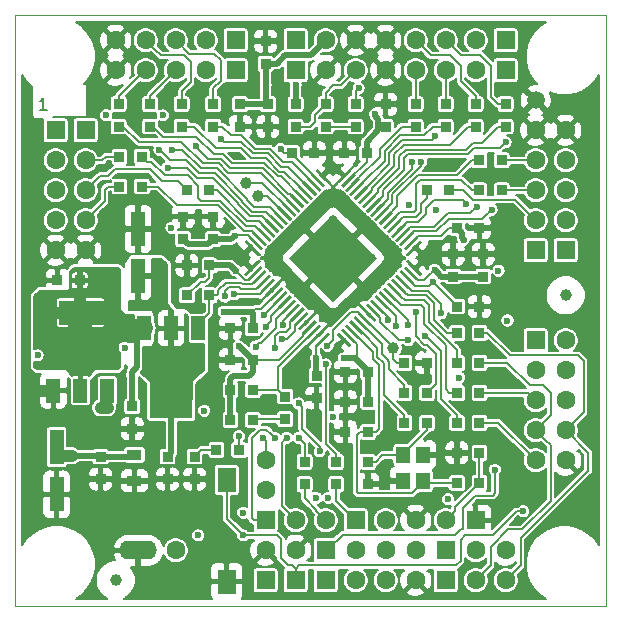
<source format=gtl>
%TF.GenerationSoftware,KiCad,Pcbnew,(5.1.0)-1*%
%TF.CreationDate,2019-04-02T22:12:56+01:00*%
%TF.ProjectId,uDSP-1.1,75445350-2d31-42e3-912e-6b696361645f,1.1*%
%TF.SameCoordinates,PX660b0c0PY81b3200*%
%TF.FileFunction,Copper,L1,Top*%
%TF.FilePolarity,Positive*%
%FSLAX46Y46*%
G04 Gerber Fmt 4.6, Leading zero omitted, Abs format (unit mm)*
G04 Created by KiCad (PCBNEW (5.1.0)-1) date 2019-04-02 22:12:56*
%MOMM*%
%LPD*%
G04 APERTURE LIST*
%ADD10C,0.100000*%
%ADD11C,0.200000*%
%ADD12R,0.900000X0.900000*%
%ADD13R,1.300000X0.900000*%
%ADD14R,1.200000X3.000000*%
%ADD15C,1.600000*%
%ADD16R,1.600000X1.600000*%
%ADD17R,1.200000X1.400000*%
%ADD18C,0.800000*%
%ADD19C,5.000000*%
%ADD20C,5.300000*%
%ADD21C,0.150000*%
%ADD22C,0.250000*%
%ADD23C,1.000000*%
%ADD24R,1.600000X2.100000*%
%ADD25R,1.200000X2.000000*%
%ADD26R,3.600000X2.000000*%
%ADD27C,1.500000*%
%ADD28O,3.200000X1.600000*%
%ADD29C,0.600000*%
%ADD30C,0.700000*%
%ADD31C,0.500000*%
%ADD32C,1.000000*%
%ADD33C,0.800000*%
%ADD34C,2.000000*%
%ADD35C,1.500000*%
%ADD36C,3.600000*%
G04 APERTURE END LIST*
D10*
X0Y50000000D02*
X0Y0D01*
X50000000Y50000000D02*
X0Y50000000D01*
X50000000Y0D02*
X50000000Y50000000D01*
X0Y0D02*
X50000000Y0D01*
D11*
X2635714Y41997620D02*
X2064285Y41997620D01*
X2350000Y41997620D02*
X2350000Y42997620D01*
X2254761Y42854762D01*
X2159523Y42759524D01*
X2064285Y42711905D01*
D12*
X18918000Y13191000D03*
X17018000Y13191000D03*
X15174000Y12614500D03*
X15174000Y10714500D03*
D13*
X10080000Y10565000D03*
X10080000Y12765000D03*
D12*
X9887000Y14969500D03*
X9887000Y16869500D03*
X7220000Y10715000D03*
X7220000Y12615000D03*
X5450000Y27540000D03*
X3550000Y27540000D03*
D14*
X3490000Y13413000D03*
X3490000Y9413000D03*
X10395000Y27891500D03*
X10395000Y31891500D03*
D15*
X33890000Y4680000D03*
X31350000Y4680000D03*
D16*
X26270000Y4680000D03*
D15*
X28810000Y4680000D03*
D12*
X24492000Y10275000D03*
X24492000Y12175000D03*
X27159000Y12175000D03*
X27159000Y10275000D03*
D15*
X46590000Y12300000D03*
X44050000Y12300000D03*
X46590000Y14840000D03*
X44050000Y14840000D03*
X46590000Y17380000D03*
X44050000Y17380000D03*
X46590000Y19920000D03*
X44050000Y19920000D03*
X46590000Y22460000D03*
D16*
X44050000Y22460000D03*
D17*
X34525000Y10565000D03*
X34525000Y12765000D03*
X32825000Y12765000D03*
X32825000Y10565000D03*
D12*
X37385000Y25320000D03*
X39285000Y25320000D03*
X12888000Y12617000D03*
X12888000Y10717000D03*
D18*
X30086981Y29438019D03*
X26905000Y26256038D03*
X23723019Y29438019D03*
X26905000Y32620000D03*
D19*
X26905000Y29438019D03*
D20*
X26905000Y29438019D03*
D21*
G36*
X26905000Y25690353D02*
G01*
X23157334Y29438019D01*
X26905000Y33185685D01*
X30652666Y29438019D01*
X26905000Y25690353D01*
X26905000Y25690353D01*
G37*
D22*
X19975354Y30357258D03*
D21*
G36*
X20417296Y29738540D02*
G01*
X19356636Y30799200D01*
X19533412Y30975976D01*
X20594072Y29915316D01*
X20417296Y29738540D01*
X20417296Y29738540D01*
G37*
D22*
X20328907Y30710811D03*
D21*
G36*
X20770849Y30092093D02*
G01*
X19710189Y31152753D01*
X19886965Y31329529D01*
X20947625Y30268869D01*
X20770849Y30092093D01*
X20770849Y30092093D01*
G37*
D22*
X20682460Y31064365D03*
D21*
G36*
X21124402Y30445647D02*
G01*
X20063742Y31506307D01*
X20240518Y31683083D01*
X21301178Y30622423D01*
X21124402Y30445647D01*
X21124402Y30445647D01*
G37*
D22*
X21036014Y31417918D03*
D21*
G36*
X21477956Y30799200D02*
G01*
X20417296Y31859860D01*
X20594072Y32036636D01*
X21654732Y30975976D01*
X21477956Y30799200D01*
X21477956Y30799200D01*
G37*
D22*
X21389567Y31771471D03*
D21*
G36*
X21831509Y31152753D02*
G01*
X20770849Y32213413D01*
X20947625Y32390189D01*
X22008285Y31329529D01*
X21831509Y31152753D01*
X21831509Y31152753D01*
G37*
D22*
X21743120Y32125025D03*
D21*
G36*
X22185062Y31506307D02*
G01*
X21124402Y32566967D01*
X21301178Y32743743D01*
X22361838Y31683083D01*
X22185062Y31506307D01*
X22185062Y31506307D01*
G37*
D22*
X22096674Y32478578D03*
D21*
G36*
X22538616Y31859860D02*
G01*
X21477956Y32920520D01*
X21654732Y33097296D01*
X22715392Y32036636D01*
X22538616Y31859860D01*
X22538616Y31859860D01*
G37*
D22*
X22450227Y32832132D03*
D21*
G36*
X22892169Y32213414D02*
G01*
X21831509Y33274074D01*
X22008285Y33450850D01*
X23068945Y32390190D01*
X22892169Y32213414D01*
X22892169Y32213414D01*
G37*
D22*
X22803781Y33185685D03*
D21*
G36*
X23245723Y32566967D02*
G01*
X22185063Y33627627D01*
X22361839Y33804403D01*
X23422499Y32743743D01*
X23245723Y32566967D01*
X23245723Y32566967D01*
G37*
D22*
X23157334Y33539238D03*
D21*
G36*
X23599276Y32920520D02*
G01*
X22538616Y33981180D01*
X22715392Y34157956D01*
X23776052Y33097296D01*
X23599276Y32920520D01*
X23599276Y32920520D01*
G37*
D22*
X23510887Y33892792D03*
D21*
G36*
X23952829Y33274074D02*
G01*
X22892169Y34334734D01*
X23068945Y34511510D01*
X24129605Y33450850D01*
X23952829Y33274074D01*
X23952829Y33274074D01*
G37*
D22*
X23864441Y34246345D03*
D21*
G36*
X24306383Y33627627D02*
G01*
X23245723Y34688287D01*
X23422499Y34865063D01*
X24483159Y33804403D01*
X24306383Y33627627D01*
X24306383Y33627627D01*
G37*
D22*
X24217994Y34599899D03*
D21*
G36*
X24659936Y33981181D02*
G01*
X23599276Y35041841D01*
X23776052Y35218617D01*
X24836712Y34157957D01*
X24659936Y33981181D01*
X24659936Y33981181D01*
G37*
D22*
X24571548Y34953452D03*
D21*
G36*
X25013490Y34334734D02*
G01*
X23952830Y35395394D01*
X24129606Y35572170D01*
X25190266Y34511510D01*
X25013490Y34334734D01*
X25013490Y34334734D01*
G37*
D22*
X24925101Y35307005D03*
D21*
G36*
X25367043Y34688287D02*
G01*
X24306383Y35748947D01*
X24483159Y35925723D01*
X25543819Y34865063D01*
X25367043Y34688287D01*
X25367043Y34688287D01*
G37*
D22*
X25278654Y35660559D03*
D21*
G36*
X25720596Y35041841D02*
G01*
X24659936Y36102501D01*
X24836712Y36279277D01*
X25897372Y35218617D01*
X25720596Y35041841D01*
X25720596Y35041841D01*
G37*
D22*
X25632208Y36014112D03*
D21*
G36*
X26074150Y35395394D02*
G01*
X25013490Y36456054D01*
X25190266Y36632830D01*
X26250926Y35572170D01*
X26074150Y35395394D01*
X26074150Y35395394D01*
G37*
D22*
X25985761Y36367665D03*
D21*
G36*
X26427703Y35748947D02*
G01*
X25367043Y36809607D01*
X25543819Y36986383D01*
X26604479Y35925723D01*
X26427703Y35748947D01*
X26427703Y35748947D01*
G37*
D22*
X27824239Y36367665D03*
D21*
G36*
X27382297Y35748947D02*
G01*
X27205521Y35925723D01*
X28266181Y36986383D01*
X28442957Y36809607D01*
X27382297Y35748947D01*
X27382297Y35748947D01*
G37*
D22*
X28177792Y36014112D03*
D21*
G36*
X27735850Y35395394D02*
G01*
X27559074Y35572170D01*
X28619734Y36632830D01*
X28796510Y36456054D01*
X27735850Y35395394D01*
X27735850Y35395394D01*
G37*
D22*
X28531346Y35660559D03*
D21*
G36*
X28089404Y35041841D02*
G01*
X27912628Y35218617D01*
X28973288Y36279277D01*
X29150064Y36102501D01*
X28089404Y35041841D01*
X28089404Y35041841D01*
G37*
D22*
X28884899Y35307005D03*
D21*
G36*
X28442957Y34688287D02*
G01*
X28266181Y34865063D01*
X29326841Y35925723D01*
X29503617Y35748947D01*
X28442957Y34688287D01*
X28442957Y34688287D01*
G37*
D22*
X29238452Y34953452D03*
D21*
G36*
X28796510Y34334734D02*
G01*
X28619734Y34511510D01*
X29680394Y35572170D01*
X29857170Y35395394D01*
X28796510Y34334734D01*
X28796510Y34334734D01*
G37*
D22*
X29592006Y34599899D03*
D21*
G36*
X29150064Y33981181D02*
G01*
X28973288Y34157957D01*
X30033948Y35218617D01*
X30210724Y35041841D01*
X29150064Y33981181D01*
X29150064Y33981181D01*
G37*
D22*
X29945559Y34246345D03*
D21*
G36*
X29503617Y33627627D02*
G01*
X29326841Y33804403D01*
X30387501Y34865063D01*
X30564277Y34688287D01*
X29503617Y33627627D01*
X29503617Y33627627D01*
G37*
D22*
X30299113Y33892792D03*
D21*
G36*
X29857171Y33274074D02*
G01*
X29680395Y33450850D01*
X30741055Y34511510D01*
X30917831Y34334734D01*
X29857171Y33274074D01*
X29857171Y33274074D01*
G37*
D22*
X30652666Y33539238D03*
D21*
G36*
X30210724Y32920520D02*
G01*
X30033948Y33097296D01*
X31094608Y34157956D01*
X31271384Y33981180D01*
X30210724Y32920520D01*
X30210724Y32920520D01*
G37*
D22*
X31006219Y33185685D03*
D21*
G36*
X30564277Y32566967D02*
G01*
X30387501Y32743743D01*
X31448161Y33804403D01*
X31624937Y33627627D01*
X30564277Y32566967D01*
X30564277Y32566967D01*
G37*
D22*
X31359773Y32832132D03*
D21*
G36*
X30917831Y32213414D02*
G01*
X30741055Y32390190D01*
X31801715Y33450850D01*
X31978491Y33274074D01*
X30917831Y32213414D01*
X30917831Y32213414D01*
G37*
D22*
X31713326Y32478578D03*
D21*
G36*
X31271384Y31859860D02*
G01*
X31094608Y32036636D01*
X32155268Y33097296D01*
X32332044Y32920520D01*
X31271384Y31859860D01*
X31271384Y31859860D01*
G37*
D22*
X32066880Y32125025D03*
D21*
G36*
X31624938Y31506307D02*
G01*
X31448162Y31683083D01*
X32508822Y32743743D01*
X32685598Y32566967D01*
X31624938Y31506307D01*
X31624938Y31506307D01*
G37*
D22*
X32420433Y31771471D03*
D21*
G36*
X31978491Y31152753D02*
G01*
X31801715Y31329529D01*
X32862375Y32390189D01*
X33039151Y32213413D01*
X31978491Y31152753D01*
X31978491Y31152753D01*
G37*
D22*
X32773986Y31417918D03*
D21*
G36*
X32332044Y30799200D02*
G01*
X32155268Y30975976D01*
X33215928Y32036636D01*
X33392704Y31859860D01*
X32332044Y30799200D01*
X32332044Y30799200D01*
G37*
D22*
X33127540Y31064365D03*
D21*
G36*
X32685598Y30445647D02*
G01*
X32508822Y30622423D01*
X33569482Y31683083D01*
X33746258Y31506307D01*
X32685598Y30445647D01*
X32685598Y30445647D01*
G37*
D22*
X33481093Y30710811D03*
D21*
G36*
X33039151Y30092093D02*
G01*
X32862375Y30268869D01*
X33923035Y31329529D01*
X34099811Y31152753D01*
X33039151Y30092093D01*
X33039151Y30092093D01*
G37*
D22*
X33834646Y30357258D03*
D21*
G36*
X33392704Y29738540D02*
G01*
X33215928Y29915316D01*
X34276588Y30975976D01*
X34453364Y30799200D01*
X33392704Y29738540D01*
X33392704Y29738540D01*
G37*
D22*
X33834646Y28518780D03*
D21*
G36*
X34276588Y27900062D02*
G01*
X33215928Y28960722D01*
X33392704Y29137498D01*
X34453364Y28076838D01*
X34276588Y27900062D01*
X34276588Y27900062D01*
G37*
D22*
X33481093Y28165227D03*
D21*
G36*
X33923035Y27546509D02*
G01*
X32862375Y28607169D01*
X33039151Y28783945D01*
X34099811Y27723285D01*
X33923035Y27546509D01*
X33923035Y27546509D01*
G37*
D22*
X33127540Y27811673D03*
D21*
G36*
X33569482Y27192955D02*
G01*
X32508822Y28253615D01*
X32685598Y28430391D01*
X33746258Y27369731D01*
X33569482Y27192955D01*
X33569482Y27192955D01*
G37*
D22*
X32773986Y27458120D03*
D21*
G36*
X33215928Y26839402D02*
G01*
X32155268Y27900062D01*
X32332044Y28076838D01*
X33392704Y27016178D01*
X33215928Y26839402D01*
X33215928Y26839402D01*
G37*
D22*
X32420433Y27104567D03*
D21*
G36*
X32862375Y26485849D02*
G01*
X31801715Y27546509D01*
X31978491Y27723285D01*
X33039151Y26662625D01*
X32862375Y26485849D01*
X32862375Y26485849D01*
G37*
D22*
X32066880Y26751013D03*
D21*
G36*
X32508822Y26132295D02*
G01*
X31448162Y27192955D01*
X31624938Y27369731D01*
X32685598Y26309071D01*
X32508822Y26132295D01*
X32508822Y26132295D01*
G37*
D22*
X31713326Y26397460D03*
D21*
G36*
X32155268Y25778742D02*
G01*
X31094608Y26839402D01*
X31271384Y27016178D01*
X32332044Y25955518D01*
X32155268Y25778742D01*
X32155268Y25778742D01*
G37*
D22*
X31359773Y26043906D03*
D21*
G36*
X31801715Y25425188D02*
G01*
X30741055Y26485848D01*
X30917831Y26662624D01*
X31978491Y25601964D01*
X31801715Y25425188D01*
X31801715Y25425188D01*
G37*
D22*
X31006219Y25690353D03*
D21*
G36*
X31448161Y25071635D02*
G01*
X30387501Y26132295D01*
X30564277Y26309071D01*
X31624937Y25248411D01*
X31448161Y25071635D01*
X31448161Y25071635D01*
G37*
D22*
X30652666Y25336800D03*
D21*
G36*
X31094608Y24718082D02*
G01*
X30033948Y25778742D01*
X30210724Y25955518D01*
X31271384Y24894858D01*
X31094608Y24718082D01*
X31094608Y24718082D01*
G37*
D22*
X30299113Y24983246D03*
D21*
G36*
X30741055Y24364528D02*
G01*
X29680395Y25425188D01*
X29857171Y25601964D01*
X30917831Y24541304D01*
X30741055Y24364528D01*
X30741055Y24364528D01*
G37*
D22*
X29945559Y24629693D03*
D21*
G36*
X30387501Y24010975D02*
G01*
X29326841Y25071635D01*
X29503617Y25248411D01*
X30564277Y24187751D01*
X30387501Y24010975D01*
X30387501Y24010975D01*
G37*
D22*
X29592006Y24276139D03*
D21*
G36*
X30033948Y23657421D02*
G01*
X28973288Y24718081D01*
X29150064Y24894857D01*
X30210724Y23834197D01*
X30033948Y23657421D01*
X30033948Y23657421D01*
G37*
D22*
X29238452Y23922586D03*
D21*
G36*
X29680394Y23303868D02*
G01*
X28619734Y24364528D01*
X28796510Y24541304D01*
X29857170Y23480644D01*
X29680394Y23303868D01*
X29680394Y23303868D01*
G37*
D22*
X28884899Y23569033D03*
D21*
G36*
X29326841Y22950315D02*
G01*
X28266181Y24010975D01*
X28442957Y24187751D01*
X29503617Y23127091D01*
X29326841Y22950315D01*
X29326841Y22950315D01*
G37*
D22*
X28531346Y23215479D03*
D21*
G36*
X28973288Y22596761D02*
G01*
X27912628Y23657421D01*
X28089404Y23834197D01*
X29150064Y22773537D01*
X28973288Y22596761D01*
X28973288Y22596761D01*
G37*
D22*
X28177792Y22861926D03*
D21*
G36*
X28619734Y22243208D02*
G01*
X27559074Y23303868D01*
X27735850Y23480644D01*
X28796510Y22419984D01*
X28619734Y22243208D01*
X28619734Y22243208D01*
G37*
D22*
X27824239Y22508373D03*
D21*
G36*
X28266181Y21889655D02*
G01*
X27205521Y22950315D01*
X27382297Y23127091D01*
X28442957Y22066431D01*
X28266181Y21889655D01*
X28266181Y21889655D01*
G37*
D22*
X25985761Y22508373D03*
D21*
G36*
X25543819Y21889655D02*
G01*
X25367043Y22066431D01*
X26427703Y23127091D01*
X26604479Y22950315D01*
X25543819Y21889655D01*
X25543819Y21889655D01*
G37*
D22*
X25632208Y22861926D03*
D21*
G36*
X25190266Y22243208D02*
G01*
X25013490Y22419984D01*
X26074150Y23480644D01*
X26250926Y23303868D01*
X25190266Y22243208D01*
X25190266Y22243208D01*
G37*
D22*
X25278654Y23215479D03*
D21*
G36*
X24836712Y22596761D02*
G01*
X24659936Y22773537D01*
X25720596Y23834197D01*
X25897372Y23657421D01*
X24836712Y22596761D01*
X24836712Y22596761D01*
G37*
D22*
X24925101Y23569033D03*
D21*
G36*
X24483159Y22950315D02*
G01*
X24306383Y23127091D01*
X25367043Y24187751D01*
X25543819Y24010975D01*
X24483159Y22950315D01*
X24483159Y22950315D01*
G37*
D22*
X24571548Y23922586D03*
D21*
G36*
X24129606Y23303868D02*
G01*
X23952830Y23480644D01*
X25013490Y24541304D01*
X25190266Y24364528D01*
X24129606Y23303868D01*
X24129606Y23303868D01*
G37*
D22*
X24217994Y24276139D03*
D21*
G36*
X23776052Y23657421D02*
G01*
X23599276Y23834197D01*
X24659936Y24894857D01*
X24836712Y24718081D01*
X23776052Y23657421D01*
X23776052Y23657421D01*
G37*
D22*
X23864441Y24629693D03*
D21*
G36*
X23422499Y24010975D02*
G01*
X23245723Y24187751D01*
X24306383Y25248411D01*
X24483159Y25071635D01*
X23422499Y24010975D01*
X23422499Y24010975D01*
G37*
D22*
X23510887Y24983246D03*
D21*
G36*
X23068945Y24364528D02*
G01*
X22892169Y24541304D01*
X23952829Y25601964D01*
X24129605Y25425188D01*
X23068945Y24364528D01*
X23068945Y24364528D01*
G37*
D22*
X23157334Y25336800D03*
D21*
G36*
X22715392Y24718082D02*
G01*
X22538616Y24894858D01*
X23599276Y25955518D01*
X23776052Y25778742D01*
X22715392Y24718082D01*
X22715392Y24718082D01*
G37*
D22*
X22803781Y25690353D03*
D21*
G36*
X22361839Y25071635D02*
G01*
X22185063Y25248411D01*
X23245723Y26309071D01*
X23422499Y26132295D01*
X22361839Y25071635D01*
X22361839Y25071635D01*
G37*
D22*
X22450227Y26043906D03*
D21*
G36*
X22008285Y25425188D02*
G01*
X21831509Y25601964D01*
X22892169Y26662624D01*
X23068945Y26485848D01*
X22008285Y25425188D01*
X22008285Y25425188D01*
G37*
D22*
X22096674Y26397460D03*
D21*
G36*
X21654732Y25778742D02*
G01*
X21477956Y25955518D01*
X22538616Y27016178D01*
X22715392Y26839402D01*
X21654732Y25778742D01*
X21654732Y25778742D01*
G37*
D22*
X21743120Y26751013D03*
D21*
G36*
X21301178Y26132295D02*
G01*
X21124402Y26309071D01*
X22185062Y27369731D01*
X22361838Y27192955D01*
X21301178Y26132295D01*
X21301178Y26132295D01*
G37*
D22*
X21389567Y27104567D03*
D21*
G36*
X20947625Y26485849D02*
G01*
X20770849Y26662625D01*
X21831509Y27723285D01*
X22008285Y27546509D01*
X20947625Y26485849D01*
X20947625Y26485849D01*
G37*
D22*
X21036014Y27458120D03*
D21*
G36*
X20594072Y26839402D02*
G01*
X20417296Y27016178D01*
X21477956Y28076838D01*
X21654732Y27900062D01*
X20594072Y26839402D01*
X20594072Y26839402D01*
G37*
D22*
X20682460Y27811673D03*
D21*
G36*
X20240518Y27192955D02*
G01*
X20063742Y27369731D01*
X21124402Y28430391D01*
X21301178Y28253615D01*
X20240518Y27192955D01*
X20240518Y27192955D01*
G37*
D22*
X20328907Y28165227D03*
D21*
G36*
X19886965Y27546509D02*
G01*
X19710189Y27723285D01*
X20770849Y28783945D01*
X20947625Y28607169D01*
X19886965Y27546509D01*
X19886965Y27546509D01*
G37*
D22*
X19975354Y28518780D03*
D21*
G36*
X19533412Y27900062D02*
G01*
X19356636Y28076838D01*
X20417296Y29137498D01*
X20594072Y28960722D01*
X19533412Y27900062D01*
X19533412Y27900062D01*
G37*
D12*
X32940001Y18015000D03*
X34839999Y18015000D03*
X21190000Y47794000D03*
X21190000Y45894000D03*
X19031000Y40560000D03*
X19031000Y42460000D03*
X26270000Y42460000D03*
X26270000Y40560000D03*
X21380500Y42460000D03*
X21380500Y40560000D03*
X23730000Y40560000D03*
X23730000Y42460000D03*
X28810000Y42460000D03*
X28810000Y40560000D03*
D15*
X41510000Y4680000D03*
D16*
X36430000Y4680000D03*
D15*
X38970000Y4680000D03*
D12*
X29840000Y12175000D03*
X29840000Y10275000D03*
D15*
X46590000Y32620000D03*
D16*
X46590000Y30080000D03*
D15*
X46590000Y35160000D03*
X46590000Y37700000D03*
X46590000Y40240000D03*
D12*
X14078000Y40560000D03*
X14078000Y42460000D03*
X36745000Y35160000D03*
X34845000Y35160000D03*
X41190000Y35160000D03*
X39290000Y35160000D03*
X41190000Y37700000D03*
X39290000Y37700000D03*
X16745000Y42460000D03*
X16745000Y40560000D03*
X38970000Y42460000D03*
X38970000Y40560000D03*
X36430000Y42460000D03*
X36430000Y40560000D03*
X33890000Y42460000D03*
X33890000Y40560000D03*
X41510000Y42460000D03*
X41510000Y40560000D03*
X10710000Y38019500D03*
X8810000Y38019500D03*
X16425000Y35160000D03*
X14525000Y35160000D03*
X10710000Y35479500D03*
X8810000Y35479500D03*
X8744000Y40560000D03*
X8744000Y42460000D03*
X11411000Y40560000D03*
X11411000Y42460000D03*
X16425000Y26270000D03*
X14525000Y26270000D03*
D23*
X31985000Y21825000D03*
D24*
X17888000Y2031000D03*
X17888000Y10631000D03*
D12*
X34840000Y20555000D03*
X32940000Y20555000D03*
X39285000Y12935000D03*
X37385000Y12935000D03*
X39285000Y10395000D03*
X37385000Y10395000D03*
X34840000Y15475000D03*
X32940000Y15475000D03*
X27940000Y14715000D03*
X29840000Y14715000D03*
X37385000Y23095000D03*
X39285000Y23095000D03*
X37385000Y15475000D03*
X39285000Y15475000D03*
X37385000Y20555000D03*
X39285000Y20555000D03*
X37385000Y18015000D03*
X39285000Y18015000D03*
D25*
X15475000Y23476000D03*
X10903000Y23476000D03*
X13189000Y23476000D03*
D26*
X13189000Y16872000D03*
D15*
X21190000Y9760000D03*
D16*
X21190000Y7220000D03*
D15*
X21190000Y12300000D03*
X38970000Y2140000D03*
D16*
X36430000Y2140000D03*
D15*
X41510000Y2140000D03*
X26270000Y7220000D03*
D16*
X28810000Y7220000D03*
D15*
X23730000Y7220000D03*
X28810000Y2140000D03*
D16*
X26270000Y2140000D03*
D15*
X31350000Y2140000D03*
X33890000Y2140000D03*
X16110000Y47860000D03*
D16*
X18650000Y47860000D03*
D15*
X13570000Y47860000D03*
X11030000Y47860000D03*
X8490000Y47860000D03*
X16110000Y45320000D03*
D16*
X18650000Y45320000D03*
D15*
X13570000Y45320000D03*
X11030000Y45320000D03*
X8490000Y45320000D03*
X3410000Y37700000D03*
D16*
X3410000Y40240000D03*
D15*
X3410000Y35160000D03*
X3410000Y32620000D03*
X3410000Y30080000D03*
X5950000Y37700000D03*
D16*
X5950000Y40240000D03*
D15*
X5950000Y35160000D03*
X5950000Y32620000D03*
X5950000Y30080000D03*
X38970000Y45320000D03*
D16*
X41510000Y45320000D03*
D15*
X36430000Y45320000D03*
X33890000Y45320000D03*
X31350000Y45320000D03*
X38970000Y47860000D03*
D16*
X41510000Y47860000D03*
D15*
X36430000Y47860000D03*
X33890000Y47860000D03*
X31350000Y47860000D03*
X44050000Y32620000D03*
D16*
X44050000Y30080000D03*
D15*
X44050000Y35160000D03*
X44050000Y37700000D03*
X44050000Y40240000D03*
X26270000Y45320000D03*
D16*
X23730000Y45320000D03*
D15*
X28810000Y45320000D03*
X26270000Y47860000D03*
D16*
X23730000Y47860000D03*
D15*
X28810000Y47860000D03*
X36430000Y7220000D03*
D16*
X38970000Y7220000D03*
D15*
X33890000Y7220000D03*
X31350000Y7220000D03*
D16*
X21190000Y2140000D03*
D15*
X21190000Y4680000D03*
D16*
X23730000Y2140000D03*
D15*
X23730000Y4680000D03*
D27*
X44050000Y42780000D03*
D12*
X22841000Y17695000D03*
X22841000Y15795000D03*
X20108000Y18269000D03*
X18208000Y18269000D03*
X20108000Y15729000D03*
X18208000Y15729000D03*
X18208001Y23476000D03*
X20107999Y23476000D03*
X18208000Y20809000D03*
X20108000Y20809000D03*
X39285000Y31985000D03*
X37385000Y31985000D03*
X25508000Y17573000D03*
X25508000Y19473000D03*
X25315000Y38335000D03*
X23415000Y38335000D03*
X31350000Y42460000D03*
X31350000Y40560000D03*
X27860000Y38335000D03*
X29760000Y38335000D03*
X37065000Y29760000D03*
X37065000Y27860000D03*
X39605000Y29760000D03*
X39605000Y27860000D03*
X27940000Y19795000D03*
X29840000Y19795000D03*
X27940000Y17255000D03*
X29840000Y17255000D03*
X14205000Y32935000D03*
X14205000Y31035000D03*
X16745000Y32935000D03*
X16745000Y31035000D03*
D23*
X19539000Y35795000D03*
X20555000Y34652000D03*
D12*
X14525000Y28810000D03*
X16425000Y28810000D03*
D28*
X10395000Y4680000D03*
D15*
X13570000Y4680000D03*
D25*
X3214000Y18198000D03*
X7786000Y18198000D03*
X5500000Y18198000D03*
D26*
X5500000Y24802000D03*
D23*
X46590000Y26270000D03*
X8490000Y2140000D03*
D29*
X31350000Y43605500D03*
X41662400Y19259600D03*
X34702800Y19310400D03*
X31350000Y11665000D03*
X35621000Y37575000D03*
X23175000Y11793964D03*
X1585000Y18525000D03*
X35113000Y29574000D03*
X27366000Y22081000D03*
X26604000Y38337000D03*
X8570000Y10587500D03*
X3490000Y7031500D03*
X1077000Y8873000D03*
X1077000Y7031500D03*
X5839500Y10460500D03*
X1013500Y13826000D03*
X7617500Y4682000D03*
X10411500Y6587000D03*
X11919000Y2775000D03*
X39351000Y24111000D03*
X38208000Y29826000D03*
X41129000Y31350000D03*
X20047000Y47733000D03*
X22333000Y47733000D03*
X49130000Y42780000D03*
X49130000Y37700000D03*
X49130000Y32620000D03*
X49130000Y26270000D03*
X49130000Y21190000D03*
X49130000Y16110000D03*
X49130000Y11030000D03*
X49130000Y5950000D03*
X5950000Y870000D03*
X14840000Y870000D03*
X27540000Y870000D03*
X37700000Y870000D03*
X44050000Y870000D03*
X22460000Y870000D03*
X870000Y44050000D03*
X5950000Y49130000D03*
X870000Y37700000D03*
X870000Y22206000D03*
X16872000Y23984000D03*
X16849662Y22990338D03*
X14967000Y13697000D03*
X14967000Y14459000D03*
X20301000Y25762000D03*
X27921000Y18523000D03*
X27921000Y15983000D03*
X25381000Y16364000D03*
X9887000Y13887500D03*
X11665000Y10649000D03*
X14014500Y10712500D03*
X3918000Y16046500D03*
X1568500Y16237000D03*
X6267500Y13570000D03*
X17316500Y19348500D03*
X10776000Y18078500D03*
X9252000Y21825000D03*
X2013000Y27540000D03*
X2013000Y28429000D03*
X41637000Y12935000D03*
X41637000Y11538000D03*
X32493000Y8744000D03*
X17062500Y27476500D03*
X18701978Y38069478D03*
X19365000Y29447000D03*
X14602500Y27478500D03*
X13205500Y32939500D03*
X9014500Y31923500D03*
X11681500Y31923500D03*
X13269000Y29701000D03*
X26921500Y34971500D03*
X17396500Y29955000D03*
X36319500Y12937000D03*
X19555500Y2904000D03*
X19365000Y9889000D03*
X9014500Y18969500D03*
X22413000Y40559500D03*
X24699000Y41512000D03*
X20254000Y39607000D03*
X30350500Y43607500D03*
X7808000Y16747000D03*
X4760000Y12683010D03*
X7220000Y16745000D03*
X1886000Y21190000D03*
X2902000Y26397000D03*
X19285000Y7855000D03*
X40900400Y28352800D03*
X41662400Y24136400D03*
X37576032Y19285000D03*
X37954000Y30969000D03*
X22447338Y38633384D03*
X35621000Y33511000D03*
X33334991Y33892008D03*
X36637000Y9000000D03*
X18920500Y14334000D03*
X15475000Y5950000D03*
X4680000Y26397000D03*
X7347000Y26397000D03*
X5569000Y26397000D03*
X6458000Y26397000D03*
X3791000Y26397000D03*
X6966000Y27413000D03*
X6966000Y28302000D03*
X9887000Y19539000D03*
X15983000Y16491000D03*
X25461000Y20938000D03*
X26905000Y15983000D03*
X18650004Y28359190D03*
X7681000Y41512000D03*
X13205500Y31987000D03*
X4696500Y23097000D03*
X4696500Y22335000D03*
X7554000Y23097000D03*
X7554000Y22335000D03*
X7808000Y24049500D03*
X7808000Y25510000D03*
X8570000Y24240000D03*
X11999000Y29066000D03*
X14586000Y20936000D03*
X30461000Y41602010D03*
X18579951Y31333505D03*
X12507000Y28558000D03*
X11999000Y28050000D03*
X35493992Y28431000D03*
X12046000Y20936000D03*
X13316000Y20936000D03*
X12681000Y20428000D03*
X13951000Y20428000D03*
D30*
X13316000Y19920000D03*
D29*
X27794004Y20936000D03*
X21053493Y24568630D03*
X21183013Y23589526D03*
X20351978Y21930934D03*
X26270000Y20428000D03*
X22652799Y23787011D03*
X21952000Y21825000D03*
X23983996Y14205000D03*
X22586988Y22587000D03*
X29064000Y43796000D03*
X17742913Y26176382D03*
X33255000Y23730000D03*
X33890000Y24873000D03*
X18523973Y26349484D03*
X12189500Y38591000D03*
X13269000Y38591004D03*
X12888000Y37067000D03*
X15268742Y38905014D03*
X17380000Y39541500D03*
X40319996Y33511000D03*
X39049990Y33765000D03*
X38161000Y34019000D03*
X41510000Y39224000D03*
X35541000Y39732000D03*
X19285000Y5950000D03*
X42987000Y7984000D03*
X21190000Y44050000D03*
X23730000Y44049980D03*
X12490500Y41510000D03*
X25762000Y13062000D03*
X23984000Y17126000D03*
X22968000Y14205000D03*
X20936000Y14205000D03*
X21952000Y14205000D03*
X34374135Y37600396D03*
X33550987Y37575000D03*
X32188236Y23699976D03*
X31583029Y24223180D03*
X33255000Y22460000D03*
X26422400Y22002800D03*
X17634000Y24873010D03*
X18904000Y21952006D03*
X34718195Y22863349D03*
X36049000Y24746000D03*
X35367000Y27415000D03*
X25461000Y9127000D03*
X40600000Y11500000D03*
X26477000Y9127000D03*
D11*
X25985761Y36367665D02*
X26847264Y35506162D01*
X26997162Y35506162D02*
X26847264Y35506162D01*
X27222500Y35731500D02*
X26997162Y35506162D01*
X27824239Y36367665D02*
X27222500Y35765926D01*
X27222500Y35765926D02*
X27222500Y35731500D01*
D31*
X26905000Y29438019D02*
X24405001Y26938020D01*
X26905000Y29438019D02*
X29404999Y31938018D01*
X26905000Y29438019D02*
X24405001Y31938018D01*
X26905000Y29438019D02*
X29404999Y26938020D01*
D32*
X3214000Y18198000D02*
X1912000Y18198000D01*
X1912000Y18198000D02*
X1585000Y18525000D01*
D11*
X26847264Y35506162D02*
X26921500Y35431926D01*
X26921500Y35395764D02*
X26921500Y34971500D01*
X26921500Y35431926D02*
X26921500Y35395764D01*
D32*
X3490000Y12615000D02*
X3490000Y13413000D01*
D33*
X7786000Y18198000D02*
X7786000Y16769000D01*
X7786000Y16769000D02*
X7808000Y16747000D01*
D32*
X4335736Y12683010D02*
X4760000Y12683010D01*
X3490000Y13413000D02*
X3490000Y12683010D01*
X3490000Y12683010D02*
X4335736Y12683010D01*
D31*
X7151990Y12683010D02*
X7220000Y12615000D01*
X4760000Y12683010D02*
X7151990Y12683010D01*
X9930000Y12615000D02*
X10080000Y12765000D01*
X7220000Y12615000D02*
X9930000Y12615000D01*
D32*
X7808000Y16747000D02*
X7222000Y16747000D01*
X7222000Y16747000D02*
X7220000Y16745000D01*
D11*
X8810000Y35479500D02*
X7808000Y35479500D01*
X7808000Y35479500D02*
X7554000Y35225500D01*
X7554000Y34224000D02*
X5950000Y32620000D01*
X7554000Y35225500D02*
X7554000Y34224000D01*
X10954000Y45320000D02*
X11030000Y45320000D01*
X8744000Y43110000D02*
X10954000Y45320000D01*
X8744000Y42460000D02*
X8744000Y43110000D01*
X11829999Y47060001D02*
X11030000Y47860000D01*
X14078000Y43542000D02*
X14840000Y44304000D01*
X14078000Y42460000D02*
X14078000Y43542000D01*
X14840000Y44304000D02*
X14840000Y46024300D01*
X14840000Y46024300D02*
X14272300Y46592000D01*
X14272300Y46592000D02*
X12298000Y46592000D01*
X12298000Y46592000D02*
X11829999Y47060001D01*
X7361500Y37700000D02*
X5950000Y37700000D01*
X8810000Y38019500D02*
X7681000Y38019500D01*
X7681000Y38019500D02*
X7361500Y37700000D01*
X25470001Y8019999D02*
X26270000Y7220000D01*
X25470001Y8101999D02*
X25470001Y8019999D01*
X24492000Y10275000D02*
X24492000Y9080000D01*
X24492000Y9080000D02*
X25470001Y8101999D01*
D31*
X6100000Y25402000D02*
X5500000Y24802000D01*
D11*
X23415000Y38231320D02*
X25632208Y36014112D01*
X23415000Y38335000D02*
X23415000Y38231320D01*
D31*
X37827000Y31096000D02*
X37954000Y30969000D01*
X37385000Y31985000D02*
X37827000Y31543000D01*
X37827000Y31543000D02*
X37827000Y31096000D01*
D11*
X22745722Y38335000D02*
X22447338Y38633384D01*
X23415000Y38335000D02*
X22745722Y38335000D01*
X37385000Y31985000D02*
X36735000Y31985000D01*
X34062226Y31291944D02*
X33481093Y30710811D01*
X36735000Y31985000D02*
X36041944Y31291944D01*
X36041944Y31291944D02*
X34062226Y31291944D01*
X18918000Y13191000D02*
X18918000Y14331500D01*
X18918000Y14331500D02*
X18920500Y14334000D01*
X25461000Y21983612D02*
X25985761Y22508373D01*
X25461000Y20938000D02*
X25461000Y21983612D01*
D31*
X25461000Y19520000D02*
X25508000Y19473000D01*
X25461000Y20938000D02*
X25461000Y19520000D01*
X9887000Y19539000D02*
X9887000Y16869500D01*
X10903000Y23349000D02*
X10903000Y23476000D01*
X10268000Y22714000D02*
X10903000Y23349000D01*
X10268000Y20174000D02*
X10268000Y22714000D01*
X9887000Y19539000D02*
X9887000Y19793000D01*
X9887000Y19793000D02*
X10268000Y20174000D01*
D11*
X18950003Y28059191D02*
X18650004Y28359190D01*
X19763732Y27600052D02*
X19409142Y27600052D01*
X19409142Y27600052D02*
X18950003Y28059191D01*
X20328907Y28165227D02*
X19763732Y27600052D01*
D31*
X18350005Y28659189D02*
X18650004Y28359190D01*
X18199194Y28810000D02*
X18350005Y28659189D01*
X16425000Y28810000D02*
X18199194Y28810000D01*
D11*
X16425000Y28160000D02*
X16425000Y28810000D01*
X16425000Y27777000D02*
X16425000Y28160000D01*
X16063000Y27415000D02*
X16425000Y27777000D01*
X15682000Y27415000D02*
X16063000Y27415000D01*
X14525000Y26270000D02*
X14537000Y26270000D01*
X14537000Y26270000D02*
X15682000Y27415000D01*
D34*
X7808000Y24811500D02*
X5509500Y24811500D01*
D32*
X5500000Y23138500D02*
X4696500Y22335000D01*
D34*
X5500000Y24802000D02*
X5500000Y23138500D01*
D32*
X5500000Y24802000D02*
X2864500Y24802000D01*
X2864500Y24802000D02*
X2664500Y24602000D01*
X2664500Y24602000D02*
X2664500Y22906500D01*
X4125000Y22906500D02*
X4696500Y22335000D01*
X2664500Y22906500D02*
X4125000Y22906500D01*
X5500000Y26328000D02*
X5500000Y24802000D01*
X5569000Y26397000D02*
X5500000Y26328000D01*
D35*
X10903000Y23476000D02*
X9760000Y23476000D01*
D11*
X29760000Y37596320D02*
X29760000Y38335000D01*
X28177792Y36014112D02*
X29760000Y37596320D01*
D31*
X39605000Y27860000D02*
X37065000Y27860000D01*
X18281446Y31035000D02*
X18579951Y31333505D01*
X16745000Y31035000D02*
X18281446Y31035000D01*
D11*
X18596446Y31350000D02*
X18579951Y31333505D01*
X20328907Y30710811D02*
X19689718Y31350000D01*
X19689718Y31350000D02*
X18596446Y31350000D01*
D31*
X36064992Y27860000D02*
X35793991Y28131001D01*
D11*
X34627179Y27564187D02*
X35193993Y28131001D01*
X35193993Y28131001D02*
X35493992Y28431000D01*
X34082133Y27564187D02*
X34627179Y27564187D01*
X33481093Y28165227D02*
X34082133Y27564187D01*
D31*
X35793991Y28131001D02*
X35493992Y28431000D01*
X37065000Y27860000D02*
X36064992Y27860000D01*
X29840000Y19795000D02*
X29840000Y17255000D01*
X29840000Y19861000D02*
X29840000Y19795000D01*
X28763000Y20938000D02*
X29840000Y19861000D01*
D11*
X28890000Y21065000D02*
X28763000Y20938000D01*
X28177792Y22861926D02*
X28890000Y22149718D01*
X28890000Y22149718D02*
X28890000Y21065000D01*
D31*
X30731000Y40560000D02*
X31350000Y40560000D01*
X30731000Y40256000D02*
X30731000Y40560000D01*
X29760000Y39285000D02*
X30731000Y40256000D01*
X29760000Y38335000D02*
X29760000Y39285000D01*
X30731000Y41179000D02*
X30731000Y40560000D01*
X30461000Y41602010D02*
X30461000Y41449000D01*
X30461000Y41449000D02*
X30731000Y41179000D01*
X16300000Y30590000D02*
X16745000Y31035000D01*
X14205000Y31035000D02*
X14650000Y30590000D01*
X14650000Y30590000D02*
X16300000Y30590000D01*
D34*
X13189000Y20809000D02*
X13316000Y19920000D01*
D36*
X13189000Y17761000D02*
X13189000Y19031000D01*
D34*
X13316000Y19920000D02*
X13316000Y20936000D01*
D31*
X28763000Y20938000D02*
X28761000Y20936000D01*
X28218268Y20936000D02*
X27794004Y20936000D01*
X28761000Y20936000D02*
X28218268Y20936000D01*
X13189000Y12918000D02*
X13189000Y16872000D01*
X12888000Y12617000D02*
X13189000Y12918000D01*
D11*
X21053493Y24647172D02*
X21053493Y24568630D01*
X22450227Y26043906D02*
X21053493Y24647172D01*
X21483012Y23889525D02*
X21183013Y23589526D01*
X21652789Y24059302D02*
X21483012Y23889525D01*
X21652789Y24539361D02*
X21652789Y24059302D01*
X22803781Y25690353D02*
X21652789Y24539361D01*
X23157334Y25336800D02*
X22052798Y24232264D01*
X20777229Y22230933D02*
X20651977Y22230933D01*
X22052798Y24232264D02*
X22052798Y23506502D01*
X20651977Y22230933D02*
X20351978Y21930934D01*
X22052798Y23506502D02*
X20777229Y22230933D01*
X27159000Y12825000D02*
X26270000Y13714000D01*
X27159000Y12175000D02*
X27159000Y12825000D01*
X26270000Y13714000D02*
X26270000Y13921000D01*
X26270000Y20428000D02*
X26270000Y13921000D01*
X23510887Y24983246D02*
X22652799Y24125158D01*
X22652799Y24125158D02*
X22652799Y23787011D01*
X24492000Y13696996D02*
X24283995Y13905001D01*
X24492000Y12175000D02*
X24492000Y13696996D01*
X24283995Y13905001D02*
X23983996Y14205000D01*
X23252809Y24018061D02*
X23252809Y23506809D01*
X22933002Y23187002D02*
X22298998Y23187002D01*
X23252809Y23506809D02*
X22933002Y23187002D01*
X21952000Y22249264D02*
X21952000Y21825000D01*
X23864441Y24629693D02*
X23252809Y24018061D01*
X21952000Y22840004D02*
X21952000Y22249264D01*
X22298998Y23187002D02*
X21952000Y22840004D01*
X23011252Y22587000D02*
X22586988Y22587000D01*
X23652820Y23228568D02*
X23011252Y22587000D01*
X23652820Y23710965D02*
X23652820Y23228568D01*
X24217994Y24276139D02*
X23652820Y23710965D01*
X28810000Y42460000D02*
X28810000Y43542000D01*
X28810000Y43542000D02*
X29064000Y43796000D01*
X21036014Y27458120D02*
X20377924Y26800030D01*
X18091756Y26949489D02*
X17742913Y26600646D01*
X17742913Y26600646D02*
X17742913Y26176382D01*
X18928305Y26949489D02*
X18091756Y26949489D01*
X19077764Y26800030D02*
X18928305Y26949489D01*
X20377924Y26800030D02*
X19077764Y26800030D01*
X43415000Y18015000D02*
X44050000Y17380000D01*
X39285000Y18015000D02*
X43415000Y18015000D01*
X44685000Y18650000D02*
X45320000Y18015000D01*
X43542000Y18650000D02*
X44685000Y18650000D01*
X39285000Y20555000D02*
X41637000Y20555000D01*
X41637000Y20555000D02*
X43542000Y18650000D01*
X45320000Y18015000D02*
X45320000Y16110000D01*
X45320000Y16110000D02*
X44050000Y14840000D01*
X40240000Y5003000D02*
X41697000Y6460000D01*
X40240000Y3410000D02*
X40240000Y5003000D01*
X42908004Y6460000D02*
X45320000Y8871996D01*
X38970000Y2140000D02*
X40240000Y3410000D01*
X41697000Y6460000D02*
X42908004Y6460000D01*
X44849999Y14040001D02*
X44050000Y14840000D01*
X45320000Y8871996D02*
X45320000Y13570000D01*
X45320000Y13570000D02*
X44849999Y14040001D01*
X47389999Y15639999D02*
X46590000Y14840000D01*
X48114000Y16364000D02*
X47389999Y15639999D01*
X48114000Y20682000D02*
X48114000Y16364000D01*
X47606000Y21190000D02*
X48114000Y20682000D01*
X39285000Y23095000D02*
X39935000Y23095000D01*
X41840000Y21190000D02*
X47606000Y21190000D01*
X39935000Y23095000D02*
X41840000Y21190000D01*
X41510000Y2140000D02*
X42780000Y3410000D01*
X48495000Y12935000D02*
X46590000Y14840000D01*
X42780000Y3410000D02*
X42780000Y5696000D01*
X42780000Y5696000D02*
X48495000Y11411000D01*
X48495000Y11411000D02*
X48495000Y12935000D01*
X40875000Y15475000D02*
X44050000Y12300000D01*
X39285000Y15475000D02*
X40875000Y15475000D01*
X33255000Y24148679D02*
X33255000Y23730000D01*
X31359773Y26043906D02*
X33255000Y24148679D01*
X33890000Y22796000D02*
X33890000Y24448736D01*
X34605000Y22081000D02*
X33890000Y22796000D01*
X34859000Y22081000D02*
X34605000Y22081000D01*
X35621000Y21319000D02*
X34859000Y22081000D01*
X34839999Y18015000D02*
X35621000Y18796001D01*
X35621000Y18796001D02*
X35621000Y21319000D01*
X33890000Y24448736D02*
X33890000Y24873000D01*
X20682000Y26397000D02*
X18995753Y26397000D01*
X21389567Y27104567D02*
X20682000Y26397000D01*
X18948237Y26349484D02*
X18523973Y26349484D01*
X18995753Y26397000D02*
X18948237Y26349484D01*
X11154500Y37575000D02*
X10710000Y38019500D01*
X14590952Y36432000D02*
X12628000Y36432000D01*
X15475000Y35547952D02*
X14590952Y36432000D01*
X12628000Y36432000D02*
X11485000Y37575000D01*
X20303910Y32150022D02*
X19483176Y32150022D01*
X11485000Y37575000D02*
X11154500Y37575000D01*
X21036014Y31417918D02*
X20303910Y32150022D01*
X19483176Y32150022D02*
X17343189Y34290009D01*
X17343189Y34290009D02*
X15709991Y34290009D01*
X15709991Y34290009D02*
X15475000Y34525000D01*
X15475000Y34525000D02*
X15475000Y35547952D01*
X20611005Y32550033D02*
X20788527Y32372511D01*
X17038898Y35160000D02*
X19648865Y32550033D01*
X19648865Y32550033D02*
X20611005Y32550033D01*
X20788527Y32372511D02*
X21389567Y31771471D01*
X16425000Y35160000D02*
X17038898Y35160000D01*
X19996814Y31750011D02*
X20081420Y31665405D01*
X14412000Y33889998D02*
X17177500Y33889998D01*
X12062500Y35479500D02*
X13652002Y33889998D01*
X13652002Y33889998D02*
X14412000Y33889998D01*
X10710000Y35479500D02*
X12062500Y35479500D01*
X19317487Y31750011D02*
X19996814Y31750011D01*
X20081420Y31665405D02*
X20682460Y31064365D01*
X17177500Y33889998D02*
X19317487Y31750011D01*
X16879989Y36641511D02*
X15512841Y36641511D01*
X15512841Y36641511D02*
X14440586Y37713766D01*
X12489499Y38291001D02*
X12189500Y38591000D01*
X19227988Y34293512D02*
X16879989Y36641511D01*
X19227988Y34131712D02*
X19227988Y34293512D01*
X20009645Y33350055D02*
X19227988Y34131712D01*
X21225197Y33350055D02*
X20009645Y33350055D01*
X22096674Y32478578D02*
X21225197Y33350055D01*
X13066734Y37713766D02*
X12489499Y38291001D01*
X14440586Y37713766D02*
X13066734Y37713766D01*
X15678530Y37041522D02*
X14129048Y38591004D01*
X14129048Y38591004D02*
X13693264Y38591004D01*
X17045678Y37041522D02*
X15678530Y37041522D01*
X21532293Y33750066D02*
X20186934Y33750066D01*
X19627999Y34459201D02*
X17045678Y37041522D01*
X19627999Y34309001D02*
X19627999Y34459201D01*
X13693264Y38591004D02*
X13269000Y38591004D01*
X20186934Y33750066D02*
X19627999Y34309001D01*
X22450227Y32832132D02*
X21532293Y33750066D01*
X21743120Y32125025D02*
X20918101Y32950044D01*
X20918101Y32950044D02*
X19843956Y32950044D01*
X19843956Y32950044D02*
X18827977Y33966023D01*
X18827977Y33966023D02*
X18827977Y34127823D01*
X18827977Y34127823D02*
X16714300Y36241500D01*
X16714300Y36241500D02*
X15347152Y36241500D01*
X15347152Y36241500D02*
X14521652Y37067000D01*
X14521652Y37067000D02*
X13312264Y37067000D01*
X13312264Y37067000D02*
X12888000Y37067000D01*
X23263401Y34847385D02*
X23121994Y34847385D01*
X15568741Y38605015D02*
X15268742Y38905014D01*
X16332212Y37841544D02*
X15568741Y38605015D01*
X18172611Y37045989D02*
X17377056Y37841544D01*
X20923390Y37045989D02*
X18172611Y37045989D01*
X17377056Y37841544D02*
X16332212Y37841544D01*
X23121994Y34847385D02*
X20923390Y37045989D01*
X23864441Y34246345D02*
X23263401Y34847385D01*
X24217994Y34599899D02*
X22476871Y36341022D01*
X22476871Y36341022D02*
X22194057Y36341022D01*
X16780745Y38241555D02*
X15317990Y39704310D01*
X12520690Y39704310D02*
X11665000Y40560000D01*
X15317990Y39704310D02*
X12520690Y39704310D01*
X17542745Y38241555D02*
X16780745Y38241555D01*
X22194057Y36341022D02*
X21089079Y37446000D01*
X18338300Y37446000D02*
X17542745Y38241555D01*
X21089079Y37446000D02*
X18338300Y37446000D01*
X10430498Y39254502D02*
X9125000Y40560000D01*
X15844219Y37441533D02*
X14031250Y39254502D01*
X18006922Y36645978D02*
X17211367Y37441533D01*
X14031250Y39254502D02*
X10430498Y39254502D01*
X23510887Y33892792D02*
X20757701Y36645978D01*
X17211367Y37441533D02*
X15844219Y37441533D01*
X20757701Y36645978D02*
X18006922Y36645978D01*
X19134699Y39241501D02*
X17679999Y39241501D01*
X17679999Y39241501D02*
X17380000Y39541500D01*
X24925101Y35307005D02*
X23091062Y37141044D01*
X23091062Y37141044D02*
X22525435Y37141044D01*
X22525435Y37141044D02*
X21382435Y38284044D01*
X20092156Y38284044D02*
X19134699Y39241501D01*
X21382435Y38284044D02*
X20092156Y38284044D01*
X17395000Y40560000D02*
X17507000Y40560000D01*
X16745000Y40560000D02*
X17395000Y40560000D01*
X17507000Y40560000D02*
X17380000Y40560000D01*
X25278654Y35660559D02*
X23398158Y37541055D01*
X20257845Y38684055D02*
X19131901Y39809999D01*
X18257001Y39809999D02*
X17507000Y40560000D01*
X19131901Y39809999D02*
X18257001Y39809999D01*
X21548124Y38684055D02*
X20257845Y38684055D01*
X23398158Y37541055D02*
X22691124Y37541055D01*
X22691124Y37541055D02*
X21548124Y38684055D01*
X22783967Y36741033D02*
X23970508Y35554492D01*
X22359746Y36741033D02*
X22783967Y36741033D01*
X19926467Y37884033D02*
X21216746Y37884033D01*
X19094500Y38716000D02*
X19926467Y37884033D01*
X16977833Y38716000D02*
X19094500Y38716000D01*
X15133833Y40560000D02*
X16977833Y38716000D01*
X21216746Y37884033D02*
X22359746Y36741033D01*
X14205000Y40560000D02*
X15133833Y40560000D01*
X23970508Y35554492D02*
X24571548Y34953452D01*
X33127540Y31064365D02*
X33755130Y31691955D01*
X33755130Y31691955D02*
X35651953Y31691955D01*
X40019997Y33211001D02*
X40319996Y33511000D01*
X39545841Y32736845D02*
X40019997Y33211001D01*
X36696843Y32736845D02*
X39545841Y32736845D01*
X35651953Y31691955D02*
X36696843Y32736845D01*
X33448034Y32091966D02*
X35471966Y32091966D01*
X38495991Y33211001D02*
X38749991Y33465001D01*
X36591001Y33211001D02*
X38495991Y33211001D01*
X35471966Y32091966D02*
X36591001Y33211001D01*
X32773986Y31417918D02*
X33448034Y32091966D01*
X38749991Y33465001D02*
X39049990Y33765000D01*
X34081377Y32491975D02*
X34735023Y33145621D01*
X37861001Y34318999D02*
X38161000Y34019000D01*
X34735023Y33653621D02*
X35400401Y34318999D01*
X34735023Y33145621D02*
X34735023Y33653621D01*
X35400401Y34318999D02*
X37861001Y34318999D01*
X33140937Y32491975D02*
X34081377Y32491975D01*
X32420433Y31771471D02*
X33140937Y32491975D01*
X32667920Y32726065D02*
X32066880Y32125025D01*
X33915688Y32891986D02*
X32833841Y32891986D01*
X32833841Y32891986D02*
X32667920Y32726065D01*
X34845000Y35160000D02*
X34845000Y34510000D01*
X34335012Y33311310D02*
X33915688Y32891986D01*
X34335012Y34000012D02*
X34335012Y33311310D01*
X34845000Y34510000D02*
X34335012Y34000012D01*
X39290000Y35160000D02*
X38640000Y35160000D01*
X32314366Y33079618D02*
X31713326Y32478578D01*
X33749999Y33291997D02*
X32526745Y33291997D01*
X32526745Y33291997D02*
X32314366Y33079618D01*
X33935001Y33476999D02*
X33749999Y33291997D01*
X34276987Y36031989D02*
X33935001Y35690003D01*
X38640000Y35160000D02*
X37768011Y36031989D01*
X37768011Y36031989D02*
X34276987Y36031989D01*
X33935001Y35690003D02*
X33935001Y33476999D01*
X37372000Y36432000D02*
X38640000Y37700000D01*
X34111298Y36432000D02*
X37372000Y36432000D01*
X31359773Y32832132D02*
X32323905Y33796264D01*
X32323905Y34644607D02*
X34111298Y36432000D01*
X32323905Y33796264D02*
X32323905Y34644607D01*
X38640000Y37700000D02*
X39290000Y37700000D01*
X33208951Y38209955D02*
X38336955Y38209955D01*
X31123872Y35148265D02*
X32861998Y36886391D01*
X30299113Y33892792D02*
X31123872Y34717551D01*
X31123872Y34717551D02*
X31123872Y35148265D01*
X32861998Y36886391D02*
X32861998Y37863002D01*
X38843000Y38716000D02*
X41002000Y38716000D01*
X41210001Y38924001D02*
X41510000Y39224000D01*
X32861998Y37863002D02*
X33208951Y38209955D01*
X41002000Y38716000D02*
X41210001Y38924001D01*
X38336955Y38209955D02*
X38843000Y38716000D01*
X32461987Y38028691D02*
X33043262Y38609966D01*
X38171266Y38609966D02*
X38766289Y39204989D01*
X38766289Y39204989D02*
X39504989Y39204989D01*
X40860000Y40560000D02*
X41510000Y40560000D01*
X30723861Y35313954D02*
X32461987Y37052080D01*
X39504989Y39204989D02*
X40860000Y40560000D01*
X30723861Y35024647D02*
X30723861Y35313954D01*
X29945559Y34246345D02*
X30723861Y35024647D01*
X32461987Y37052080D02*
X32461987Y38028691D01*
X33043262Y38609966D02*
X38171266Y38609966D01*
X30193046Y35348839D02*
X32061976Y37217769D01*
X30193046Y35200939D02*
X30193046Y35348839D01*
X29592006Y34599899D02*
X30193046Y35200939D01*
X32061976Y37217769D02*
X32061976Y38194380D01*
X38320000Y40560000D02*
X38970000Y40560000D01*
X32061976Y38194380D02*
X32877573Y39009977D01*
X32877573Y39009977D02*
X36769977Y39009977D01*
X36769977Y39009977D02*
X38320000Y40560000D01*
X29238452Y34953452D02*
X29839492Y35554492D01*
X29839492Y35554492D02*
X29839492Y35560985D01*
X29839492Y35560985D02*
X31661965Y37383458D01*
X31661965Y37383458D02*
X31661965Y38360069D01*
X31661965Y38360069D02*
X32711884Y39409988D01*
X32711884Y39409988D02*
X35218988Y39409988D01*
X35218988Y39409988D02*
X35241001Y39432001D01*
X35241001Y39432001D02*
X35541000Y39732000D01*
X29485939Y35908045D02*
X28884899Y35307005D01*
X36430000Y40560000D02*
X35330002Y40560000D01*
X35330002Y40560000D02*
X34580001Y39809999D01*
X34580001Y39809999D02*
X32546195Y39809999D01*
X32546195Y39809999D02*
X31261954Y38525758D01*
X31261954Y38525758D02*
X31261954Y37684060D01*
X31261954Y37684060D02*
X29485939Y35908045D01*
X33890000Y40560000D02*
X32730496Y40560000D01*
X30861943Y37991156D02*
X29132386Y36261599D01*
X32730496Y40560000D02*
X30861943Y38691447D01*
X30861943Y38691447D02*
X30861943Y37991156D01*
X29132386Y36261599D02*
X28531346Y35660559D01*
X39285000Y12935000D02*
X39285000Y10395000D01*
X36430000Y7220000D02*
X37229999Y8019999D01*
X37229999Y8019999D02*
X37229999Y8339999D01*
X37229999Y8339999D02*
X39285000Y10395000D01*
X23730000Y2140000D02*
X23730000Y3140000D01*
X22460000Y4045000D02*
X22460000Y5620000D01*
X23095000Y3410000D02*
X22460000Y4045000D01*
X23730000Y3140000D02*
X23460000Y3410000D01*
X23460000Y3410000D02*
X23095000Y3410000D01*
X22460000Y5620000D02*
X22130000Y5950000D01*
X22130000Y5950000D02*
X19285000Y5950000D01*
X17888000Y7347000D02*
X17888000Y10631000D01*
X19285000Y5950000D02*
X17888000Y7347000D01*
X24000000Y3410000D02*
X37300002Y3410000D01*
X23730000Y3140000D02*
X24000000Y3410000D01*
X37300002Y3410000D02*
X37700000Y3809998D01*
X37700000Y5550002D02*
X38099998Y5950000D01*
X37700000Y3809998D02*
X37700000Y5550002D01*
X38099998Y5950000D02*
X40401736Y5950000D01*
X42562736Y7984000D02*
X42987000Y7984000D01*
X42435736Y7984000D02*
X42562736Y7984000D01*
X40401736Y5950000D02*
X42435736Y7984000D01*
X21337466Y34652000D02*
X20555000Y34652000D01*
X22803781Y33185685D02*
X21337466Y34652000D01*
X20901572Y35795000D02*
X19539000Y35795000D01*
X23157334Y33539238D02*
X20901572Y35795000D01*
D31*
X25470001Y47060001D02*
X26270000Y47860000D01*
X25000000Y46590000D02*
X25470001Y47060001D01*
X22836000Y46590000D02*
X25000000Y46590000D01*
X21190000Y45894000D02*
X22140000Y45894000D01*
X22140000Y45894000D02*
X22836000Y46590000D01*
X21190000Y44050000D02*
X21190000Y45894000D01*
X23730000Y42780000D02*
X23730000Y43034000D01*
X23730000Y43034000D02*
X23730000Y44049980D01*
X21190000Y42650500D02*
X21380500Y42460000D01*
X21190000Y44050000D02*
X21190000Y42650500D01*
X21380500Y42460000D02*
X19031000Y42460000D01*
D11*
X21190000Y9440000D02*
X21190000Y10090000D01*
X21190000Y10090000D02*
X20885000Y10395000D01*
X24283999Y16826001D02*
X23984000Y17126000D01*
X24283999Y14921001D02*
X24283999Y16826001D01*
X25762000Y13062000D02*
X25762000Y13443000D01*
X25762000Y13443000D02*
X24283999Y14921001D01*
X28765000Y7220000D02*
X28810000Y7220000D01*
X27159000Y8826000D02*
X28765000Y7220000D01*
X27159000Y10275000D02*
X27159000Y8826000D01*
X17380000Y46164000D02*
X16825000Y46719000D01*
X16825000Y46719000D02*
X14711000Y46719000D01*
X14711000Y46719000D02*
X13570000Y47860000D01*
X16745000Y43796000D02*
X17380000Y44431000D01*
X16745000Y42460000D02*
X16745000Y43796000D01*
X17380000Y44431000D02*
X17380000Y46164000D01*
X22541001Y8408999D02*
X22541001Y13778001D01*
X22541001Y13778001D02*
X22668001Y13905001D01*
X22668001Y13905001D02*
X22968000Y14205000D01*
X23730000Y7220000D02*
X22541001Y8408999D01*
X36430000Y44188630D02*
X36430000Y42460000D01*
X36430000Y45320000D02*
X36430000Y44188630D01*
X33890000Y43110000D02*
X33890000Y45320000D01*
X33890000Y42460000D02*
X33890000Y43110000D01*
X13761000Y35924000D02*
X14525000Y35160000D01*
X5950000Y35160000D02*
X7158500Y36368500D01*
X7871500Y36368500D02*
X8443000Y36940000D01*
X8443000Y36940000D02*
X11364000Y36940000D01*
X7158500Y36368500D02*
X7871500Y36368500D01*
X11364000Y36940000D02*
X12380000Y35924000D01*
X12380000Y35924000D02*
X13761000Y35924000D01*
X41840000Y37700000D02*
X44050000Y37700000D01*
X41190000Y37700000D02*
X41840000Y37700000D01*
X11411000Y43161000D02*
X13570000Y45320000D01*
X11411000Y42460000D02*
X11411000Y43161000D01*
X36745000Y35160000D02*
X37908004Y35160000D01*
X38703003Y34365001D02*
X42304999Y34365001D01*
X43250001Y33419999D02*
X44050000Y32620000D01*
X42304999Y34365001D02*
X43250001Y33419999D01*
X37908004Y35160000D02*
X38703003Y34365001D01*
X44050000Y35160000D02*
X41190000Y35160000D01*
X40860000Y42460000D02*
X40240000Y43080000D01*
X39351000Y46590000D02*
X37700000Y46590000D01*
X37700000Y46590000D02*
X36430000Y47860000D01*
X40240000Y45701000D02*
X39351000Y46590000D01*
X40240000Y43080000D02*
X40240000Y45701000D01*
X41510000Y42460000D02*
X40860000Y42460000D01*
X38970000Y43110000D02*
X37700000Y44380000D01*
X36811000Y46590000D02*
X35160000Y46590000D01*
X35160000Y46590000D02*
X33890000Y47860000D01*
X37700000Y45701000D02*
X36811000Y46590000D01*
X37700000Y44380000D02*
X37700000Y45701000D01*
X38970000Y42460000D02*
X38970000Y43110000D01*
X21190000Y12300000D02*
X21190000Y13951000D01*
X21190000Y13951000D02*
X20936000Y14205000D01*
X20000000Y7410000D02*
X20000000Y14157006D01*
X21190000Y7220000D02*
X20190000Y7220000D01*
X21652001Y14504999D02*
X21952000Y14205000D01*
X20748494Y14905500D02*
X21251500Y14905500D01*
X20000000Y14157006D02*
X20748494Y14905500D01*
X20190000Y7220000D02*
X20000000Y7410000D01*
X21251500Y14905500D02*
X21652001Y14504999D01*
X31006219Y33185685D02*
X31923894Y34103360D01*
X31923894Y34103360D02*
X31923894Y34810296D01*
X31923894Y34810296D02*
X34374135Y37260537D01*
X34374135Y37260537D02*
X34374135Y37600396D01*
X34840000Y14880000D02*
X34840000Y15475000D01*
X32825000Y12865000D02*
X34840000Y14880000D01*
X32825000Y12765000D02*
X32825000Y12865000D01*
X32025000Y12765000D02*
X32825000Y12765000D01*
X31080000Y12765000D02*
X32025000Y12765000D01*
X30490000Y12175000D02*
X31080000Y12765000D01*
X29840000Y12175000D02*
X30490000Y12175000D01*
X15750500Y13191000D02*
X15174000Y12614500D01*
X17018000Y13191000D02*
X15750500Y13191000D01*
X26270000Y40560000D02*
X28810000Y40560000D01*
X28810000Y45320000D02*
X27540000Y44050000D01*
X27540000Y44050000D02*
X26905000Y44050000D01*
X26270000Y43415000D02*
X26270000Y42460000D01*
X26905000Y44050000D02*
X26270000Y43415000D01*
X26270000Y42450000D02*
X26270000Y42460000D01*
X23730000Y40560000D02*
X24380000Y40560000D01*
X24380000Y40560000D02*
X24953500Y40560000D01*
X25332000Y40938500D02*
X25332000Y41512000D01*
X24953500Y40560000D02*
X25332000Y40938500D01*
X25332000Y41512000D02*
X26270000Y42450000D01*
X33550987Y37003089D02*
X33550987Y37150736D01*
X30652666Y33539238D02*
X31523883Y34410455D01*
X31523883Y34410455D02*
X31523883Y34975985D01*
X31523883Y34975985D02*
X33550987Y37003089D01*
X33550987Y37150736D02*
X33550987Y37575000D01*
X32188236Y24508336D02*
X32188236Y24124240D01*
X31006219Y25690353D02*
X32188236Y24508336D01*
X32188236Y24124240D02*
X32188236Y23699976D01*
X20174000Y15795000D02*
X20108000Y15729000D01*
X22841000Y15795000D02*
X20174000Y15795000D01*
X22267000Y18269000D02*
X20108000Y18269000D01*
X22841000Y17695000D02*
X22267000Y18269000D01*
X22267000Y20203825D02*
X25278654Y23215479D01*
X22267000Y18269000D02*
X22267000Y20203825D01*
X31583029Y24258971D02*
X31583029Y24223180D01*
X31583029Y24406437D02*
X31583029Y24258971D01*
X30652666Y25336800D02*
X31583029Y24406437D01*
X30900153Y24052847D02*
X32493000Y22460000D01*
X32493000Y22460000D02*
X32830736Y22460000D01*
X32830736Y22460000D02*
X33255000Y22460000D01*
X30900153Y24382206D02*
X30900153Y24052847D01*
X30299113Y24983246D02*
X30900153Y24382206D01*
X17075000Y26270000D02*
X16425000Y26270000D01*
X20070828Y27200041D02*
X19243453Y27200041D01*
X19243453Y27200041D02*
X19093994Y27349500D01*
X19093994Y27349500D02*
X17824500Y27349500D01*
X20682460Y27811673D02*
X20070828Y27200041D01*
X17824500Y27349500D02*
X17175001Y26700001D01*
X17175001Y26370001D02*
X17075000Y26270000D01*
X17175001Y26700001D02*
X17175001Y26370001D01*
X16425000Y24807000D02*
X16425000Y26270000D01*
X15475000Y23476000D02*
X15475000Y23857000D01*
X15475000Y23857000D02*
X16425000Y24807000D01*
X31985000Y21883145D02*
X31985000Y21825000D01*
X29592006Y24276139D02*
X31985000Y21883145D01*
X31985000Y21117894D02*
X31985000Y21825000D01*
X31985000Y20860000D02*
X31985000Y21117894D01*
X32290000Y20555000D02*
X31985000Y20860000D01*
X32940000Y20555000D02*
X32290000Y20555000D01*
X28990966Y24877179D02*
X28433179Y24877179D01*
X28433179Y24877179D02*
X26905000Y23349000D01*
X26905000Y23349000D02*
X26905000Y22485400D01*
X29592006Y24276139D02*
X28990966Y24877179D01*
X26722399Y22302799D02*
X26422400Y22002800D01*
X26905000Y22485400D02*
X26722399Y22302799D01*
X34695000Y10395000D02*
X34525000Y10565000D01*
X37385000Y10395000D02*
X34695000Y10395000D01*
X30541000Y14715000D02*
X29840000Y14715000D01*
X30795000Y14969000D02*
X30541000Y14715000D01*
X30795000Y20352901D02*
X30795000Y14969000D01*
X30248978Y20898923D02*
X30795000Y20352901D01*
X28531346Y23215479D02*
X30248978Y21497846D01*
X30248978Y21497846D02*
X30248978Y20898923D01*
X34525000Y10465000D02*
X34525000Y10565000D01*
X29840000Y14715000D02*
X29190000Y14715000D01*
X28890000Y14415000D02*
X28890000Y9635000D01*
X28890000Y9635000D02*
X29019000Y9506000D01*
X29019000Y9506000D02*
X33566000Y9506000D01*
X29190000Y14715000D02*
X28890000Y14415000D01*
X33566000Y9506000D02*
X34525000Y10465000D01*
D31*
X20107999Y24812001D02*
X20107999Y23476000D01*
X17634000Y24873010D02*
X20046990Y24873010D01*
X20046990Y24873010D02*
X20107999Y24812001D01*
D11*
X20826214Y25127000D02*
X22096674Y26397460D01*
X20301000Y25127000D02*
X20826214Y25127000D01*
X20046990Y24873010D02*
X20047010Y24873010D01*
X20047010Y24873010D02*
X20301000Y25127000D01*
D31*
X18964994Y21952006D02*
X20108000Y20809000D01*
X18904000Y21952006D02*
X18964994Y21952006D01*
D11*
X24324061Y22967993D02*
X24324061Y22826586D01*
X20758000Y20809000D02*
X20108000Y20809000D01*
X24925101Y23569033D02*
X24324061Y22967993D01*
X22306475Y20809000D02*
X20758000Y20809000D01*
X24324061Y22826586D02*
X22306475Y20809000D01*
D31*
X18208000Y15729000D02*
X18208000Y18269000D01*
X18208000Y19219000D02*
X18464500Y19475500D01*
X18208000Y18269000D02*
X18208000Y19219000D01*
X18464500Y19475500D02*
X19793000Y19475500D01*
X20108000Y19859000D02*
X20108000Y20809000D01*
X19793000Y19475500D02*
X20108000Y19790500D01*
X20108000Y19790500D02*
X20108000Y19859000D01*
D11*
X31595022Y20009979D02*
X32940001Y18665000D01*
X31595022Y20684279D02*
X31595022Y20009979D01*
X31584990Y20694311D02*
X31595022Y20684279D01*
X32940001Y18665000D02*
X32940001Y18015000D01*
X29238452Y23922586D02*
X31049000Y22112038D01*
X31584990Y20783010D02*
X31584990Y20694311D01*
X31049000Y21319000D02*
X31584990Y20783010D01*
X31049000Y22112038D02*
X31049000Y21319000D01*
X30648989Y21804943D02*
X29485939Y22967993D01*
X31195011Y17869989D02*
X31195011Y20518590D01*
X32940000Y15475000D02*
X32940000Y16125000D01*
X30648989Y21064612D02*
X30648989Y21804943D01*
X31195011Y20518590D02*
X30648989Y21064612D01*
X32940000Y16125000D02*
X31195011Y17869989D01*
X29485939Y22967993D02*
X28884899Y23569033D01*
X36021011Y21560533D02*
X35018194Y22563350D01*
X37385000Y16125000D02*
X36021011Y17488989D01*
X37385000Y15475000D02*
X37385000Y16125000D01*
X36021011Y17488989D02*
X36021011Y21560533D01*
X35018194Y22563350D02*
X34718195Y22863349D01*
X32773986Y27458120D02*
X33559071Y26673035D01*
X33559071Y26673035D02*
X34895066Y26673035D01*
X34895066Y26673035D02*
X36049000Y25519101D01*
X36049000Y25170264D02*
X36049000Y24746000D01*
X36049000Y25519101D02*
X36049000Y25170264D01*
X35025046Y27073046D02*
X35367000Y27415000D01*
X33127540Y27811673D02*
X33866167Y27073046D01*
X33866167Y27073046D02*
X35025046Y27073046D01*
X37385000Y25397000D02*
X37385000Y25320000D01*
X35367000Y27415000D02*
X37385000Y25397000D01*
X35417024Y25585377D02*
X34729377Y26273024D01*
X34729377Y26273024D02*
X33251976Y26273024D01*
X35417024Y24183922D02*
X35417024Y25585377D01*
X36505946Y23095000D02*
X35417024Y24183922D01*
X37385000Y23095000D02*
X36505946Y23095000D01*
X33251976Y26273024D02*
X33021473Y26503527D01*
X33021473Y26503527D02*
X32420433Y27104567D01*
X32944880Y25873013D02*
X32667920Y26149973D01*
X35017013Y25419688D02*
X34563688Y25873013D01*
X35017013Y24018233D02*
X35017013Y25419688D01*
X37385000Y20555000D02*
X37385000Y21650246D01*
X34563688Y25873013D02*
X32944880Y25873013D01*
X32667920Y26149973D02*
X32066880Y26751013D01*
X37385000Y21650246D02*
X35017013Y24018233D01*
X36421022Y18328978D02*
X36735000Y18015000D01*
X36421022Y22048524D02*
X36421022Y18328978D01*
X34617002Y23852544D02*
X36421022Y22048524D01*
X34617002Y25161002D02*
X34617002Y23852544D01*
X34305002Y25473002D02*
X34617002Y25161002D01*
X32637784Y25473002D02*
X34305002Y25473002D01*
X31713326Y26397460D02*
X32637784Y25473002D01*
X36735000Y18015000D02*
X37385000Y18015000D01*
X26270000Y4680000D02*
X26380000Y4680000D01*
X26380000Y4680000D02*
X27700000Y6000000D01*
X27700000Y6000000D02*
X37200000Y6000000D01*
X37200000Y6000000D02*
X37700000Y6500000D01*
X37869999Y8260001D02*
X38909998Y9300000D01*
X37869999Y6500000D02*
X37869999Y8260001D01*
X37700000Y6500000D02*
X37869999Y6500000D01*
X38909998Y9300000D02*
X40400000Y9300000D01*
X40400000Y9300000D02*
X40600000Y9500000D01*
X40600000Y9500000D02*
X40600000Y11500000D01*
G36*
X12835000Y28893082D02*
G01*
X12835000Y25635000D01*
X12836921Y25615491D01*
X12842612Y25596732D01*
X12851853Y25579443D01*
X12858178Y25570982D01*
X13368998Y24957998D01*
X13343000Y24932000D01*
X13343000Y23630000D01*
X14245000Y23630000D01*
X14397000Y23782000D01*
X14399942Y24476000D01*
X14388203Y24595189D01*
X14353437Y24709797D01*
X14346185Y24723364D01*
X14576819Y24509204D01*
X14573549Y24476000D01*
X14573549Y22476000D01*
X14579341Y22417190D01*
X14596496Y22360640D01*
X14624353Y22308523D01*
X14661842Y22262842D01*
X14707523Y22225353D01*
X14759640Y22197496D01*
X14816190Y22180341D01*
X14875000Y22174549D01*
X16010000Y22174549D01*
X16010000Y19964906D01*
X14341355Y18481667D01*
X13495000Y18480000D01*
X13343000Y18328000D01*
X13343000Y17026000D01*
X13363000Y17026000D01*
X13363000Y16875587D01*
X13015000Y16925301D01*
X13015000Y17026000D01*
X13035000Y17026000D01*
X13035000Y18328000D01*
X12883000Y18480000D01*
X12027362Y18481685D01*
X10601304Y19729486D01*
X10637809Y19765991D01*
X10658790Y19783210D01*
X10676008Y19804190D01*
X10676013Y19804195D01*
X10727520Y19866957D01*
X10745619Y19900818D01*
X10778592Y19962506D01*
X10810042Y20066181D01*
X10818000Y20146982D01*
X10818000Y20146991D01*
X10820660Y20173999D01*
X10818000Y20201007D01*
X10818000Y21906000D01*
X11411000Y21906000D01*
X11469527Y21911764D01*
X11525805Y21928836D01*
X11577671Y21956559D01*
X11623132Y21993868D01*
X11660441Y22039329D01*
X11688164Y22091195D01*
X11705236Y22147473D01*
X11711000Y22206000D01*
X11711000Y22258609D01*
X11716158Y22262842D01*
X11753647Y22308523D01*
X11781504Y22360640D01*
X11798659Y22417190D01*
X11804451Y22476000D01*
X11978058Y22476000D01*
X11989797Y22356811D01*
X12024563Y22242203D01*
X12081020Y22136579D01*
X12156999Y22043999D01*
X12249579Y21968020D01*
X12355203Y21911563D01*
X12469811Y21876797D01*
X12589000Y21865058D01*
X12883000Y21868000D01*
X13035000Y22020000D01*
X13035000Y23322000D01*
X13343000Y23322000D01*
X13343000Y22020000D01*
X13495000Y21868000D01*
X13789000Y21865058D01*
X13908189Y21876797D01*
X14022797Y21911563D01*
X14128421Y21968020D01*
X14221001Y22043999D01*
X14296980Y22136579D01*
X14353437Y22242203D01*
X14388203Y22356811D01*
X14399942Y22476000D01*
X14397000Y23170000D01*
X14245000Y23322000D01*
X13343000Y23322000D01*
X13035000Y23322000D01*
X12133000Y23322000D01*
X11981000Y23170000D01*
X11978058Y22476000D01*
X11804451Y22476000D01*
X11804451Y22935074D01*
X11877767Y23072238D01*
X11937807Y23270164D01*
X11958080Y23476000D01*
X11937807Y23681836D01*
X11877767Y23879762D01*
X11804451Y24016926D01*
X11804451Y24476000D01*
X11978058Y24476000D01*
X11981000Y23782000D01*
X12133000Y23630000D01*
X13035000Y23630000D01*
X13035000Y24932000D01*
X12883000Y25084000D01*
X12589000Y25086942D01*
X12469811Y25075203D01*
X12355203Y25040437D01*
X12249579Y24983980D01*
X12156999Y24908001D01*
X12081020Y24815421D01*
X12024563Y24709797D01*
X11989797Y24595189D01*
X11978058Y24476000D01*
X11804451Y24476000D01*
X11798659Y24534810D01*
X11781504Y24591360D01*
X11753647Y24643477D01*
X11716158Y24689158D01*
X11711000Y24693391D01*
X11711000Y24746000D01*
X11705236Y24804527D01*
X11688164Y24860805D01*
X11660441Y24912671D01*
X11623132Y24958132D01*
X11577671Y24995441D01*
X11525805Y25023164D01*
X11469527Y25040236D01*
X11411000Y25046000D01*
X9606000Y25046000D01*
X9606000Y25813474D01*
X9675811Y25792297D01*
X9795000Y25780558D01*
X10089000Y25783500D01*
X10241000Y25935500D01*
X10241000Y27737500D01*
X10549000Y27737500D01*
X10549000Y25935500D01*
X10701000Y25783500D01*
X10995000Y25780558D01*
X11114189Y25792297D01*
X11228797Y25827063D01*
X11334421Y25883520D01*
X11427001Y25959499D01*
X11502980Y26052079D01*
X11559437Y26157703D01*
X11594203Y26272311D01*
X11605942Y26391500D01*
X11603000Y27585500D01*
X11451000Y27737500D01*
X10549000Y27737500D01*
X10241000Y27737500D01*
X10221000Y27737500D01*
X10221000Y28045500D01*
X10241000Y28045500D01*
X10241000Y28065500D01*
X10549000Y28065500D01*
X10549000Y28045500D01*
X11451000Y28045500D01*
X11603000Y28197500D01*
X11605831Y29346267D01*
X12341071Y29346963D01*
X12835000Y28893082D01*
X12835000Y28893082D01*
G37*
X12835000Y28893082D02*
X12835000Y25635000D01*
X12836921Y25615491D01*
X12842612Y25596732D01*
X12851853Y25579443D01*
X12858178Y25570982D01*
X13368998Y24957998D01*
X13343000Y24932000D01*
X13343000Y23630000D01*
X14245000Y23630000D01*
X14397000Y23782000D01*
X14399942Y24476000D01*
X14388203Y24595189D01*
X14353437Y24709797D01*
X14346185Y24723364D01*
X14576819Y24509204D01*
X14573549Y24476000D01*
X14573549Y22476000D01*
X14579341Y22417190D01*
X14596496Y22360640D01*
X14624353Y22308523D01*
X14661842Y22262842D01*
X14707523Y22225353D01*
X14759640Y22197496D01*
X14816190Y22180341D01*
X14875000Y22174549D01*
X16010000Y22174549D01*
X16010000Y19964906D01*
X14341355Y18481667D01*
X13495000Y18480000D01*
X13343000Y18328000D01*
X13343000Y17026000D01*
X13363000Y17026000D01*
X13363000Y16875587D01*
X13015000Y16925301D01*
X13015000Y17026000D01*
X13035000Y17026000D01*
X13035000Y18328000D01*
X12883000Y18480000D01*
X12027362Y18481685D01*
X10601304Y19729486D01*
X10637809Y19765991D01*
X10658790Y19783210D01*
X10676008Y19804190D01*
X10676013Y19804195D01*
X10727520Y19866957D01*
X10745619Y19900818D01*
X10778592Y19962506D01*
X10810042Y20066181D01*
X10818000Y20146982D01*
X10818000Y20146991D01*
X10820660Y20173999D01*
X10818000Y20201007D01*
X10818000Y21906000D01*
X11411000Y21906000D01*
X11469527Y21911764D01*
X11525805Y21928836D01*
X11577671Y21956559D01*
X11623132Y21993868D01*
X11660441Y22039329D01*
X11688164Y22091195D01*
X11705236Y22147473D01*
X11711000Y22206000D01*
X11711000Y22258609D01*
X11716158Y22262842D01*
X11753647Y22308523D01*
X11781504Y22360640D01*
X11798659Y22417190D01*
X11804451Y22476000D01*
X11978058Y22476000D01*
X11989797Y22356811D01*
X12024563Y22242203D01*
X12081020Y22136579D01*
X12156999Y22043999D01*
X12249579Y21968020D01*
X12355203Y21911563D01*
X12469811Y21876797D01*
X12589000Y21865058D01*
X12883000Y21868000D01*
X13035000Y22020000D01*
X13035000Y23322000D01*
X13343000Y23322000D01*
X13343000Y22020000D01*
X13495000Y21868000D01*
X13789000Y21865058D01*
X13908189Y21876797D01*
X14022797Y21911563D01*
X14128421Y21968020D01*
X14221001Y22043999D01*
X14296980Y22136579D01*
X14353437Y22242203D01*
X14388203Y22356811D01*
X14399942Y22476000D01*
X14397000Y23170000D01*
X14245000Y23322000D01*
X13343000Y23322000D01*
X13035000Y23322000D01*
X12133000Y23322000D01*
X11981000Y23170000D01*
X11978058Y22476000D01*
X11804451Y22476000D01*
X11804451Y22935074D01*
X11877767Y23072238D01*
X11937807Y23270164D01*
X11958080Y23476000D01*
X11937807Y23681836D01*
X11877767Y23879762D01*
X11804451Y24016926D01*
X11804451Y24476000D01*
X11978058Y24476000D01*
X11981000Y23782000D01*
X12133000Y23630000D01*
X13035000Y23630000D01*
X13035000Y24932000D01*
X12883000Y25084000D01*
X12589000Y25086942D01*
X12469811Y25075203D01*
X12355203Y25040437D01*
X12249579Y24983980D01*
X12156999Y24908001D01*
X12081020Y24815421D01*
X12024563Y24709797D01*
X11989797Y24595189D01*
X11978058Y24476000D01*
X11804451Y24476000D01*
X11798659Y24534810D01*
X11781504Y24591360D01*
X11753647Y24643477D01*
X11716158Y24689158D01*
X11711000Y24693391D01*
X11711000Y24746000D01*
X11705236Y24804527D01*
X11688164Y24860805D01*
X11660441Y24912671D01*
X11623132Y24958132D01*
X11577671Y24995441D01*
X11525805Y25023164D01*
X11469527Y25040236D01*
X11411000Y25046000D01*
X9606000Y25046000D01*
X9606000Y25813474D01*
X9675811Y25792297D01*
X9795000Y25780558D01*
X10089000Y25783500D01*
X10241000Y25935500D01*
X10241000Y27737500D01*
X10549000Y27737500D01*
X10549000Y25935500D01*
X10701000Y25783500D01*
X10995000Y25780558D01*
X11114189Y25792297D01*
X11228797Y25827063D01*
X11334421Y25883520D01*
X11427001Y25959499D01*
X11502980Y26052079D01*
X11559437Y26157703D01*
X11594203Y26272311D01*
X11605942Y26391500D01*
X11603000Y27585500D01*
X11451000Y27737500D01*
X10549000Y27737500D01*
X10241000Y27737500D01*
X10221000Y27737500D01*
X10221000Y28045500D01*
X10241000Y28045500D01*
X10241000Y28065500D01*
X10549000Y28065500D01*
X10549000Y28045500D01*
X11451000Y28045500D01*
X11603000Y28197500D01*
X11605831Y29346267D01*
X12341071Y29346963D01*
X12835000Y28893082D01*
G36*
X44396373Y49063277D02*
G01*
X43936723Y48603627D01*
X43575578Y48063136D01*
X43326817Y47462574D01*
X43200000Y46825022D01*
X43200000Y46174978D01*
X43326817Y45537426D01*
X43575578Y44936864D01*
X43936723Y44396373D01*
X44198305Y44134791D01*
X43949350Y44140853D01*
X43685795Y44095069D01*
X43436236Y43998747D01*
X43377638Y43967427D01*
X43308420Y43739369D01*
X44050000Y42997789D01*
X44064142Y43011931D01*
X44281931Y42794142D01*
X44267789Y42780000D01*
X45009369Y42038420D01*
X45237427Y42107638D01*
X45345782Y42352213D01*
X45404341Y42613227D01*
X45410853Y42880650D01*
X45365069Y43144205D01*
X45268747Y43393764D01*
X45238307Y43450716D01*
X45537426Y43326817D01*
X46174978Y43200000D01*
X46825022Y43200000D01*
X47462574Y43326817D01*
X48063136Y43575578D01*
X48603627Y43936723D01*
X49063277Y44396373D01*
X49400000Y44900314D01*
X49400000Y5099686D01*
X49063277Y5603627D01*
X48603627Y6063277D01*
X48063136Y6424422D01*
X47462574Y6673183D01*
X46825022Y6800000D01*
X46174978Y6800000D01*
X45537426Y6673183D01*
X44936864Y6424422D01*
X44396373Y6063277D01*
X43936723Y5603627D01*
X43575578Y5063136D01*
X43326817Y4462574D01*
X43200000Y3825022D01*
X43200000Y3174978D01*
X43326817Y2537426D01*
X43575578Y1936864D01*
X43936723Y1396373D01*
X44396373Y936723D01*
X44900314Y600000D01*
X19161857Y600000D01*
X19195980Y641579D01*
X19252437Y747203D01*
X19287203Y861811D01*
X19298942Y981000D01*
X19296000Y1725000D01*
X19144000Y1877000D01*
X18042000Y1877000D01*
X18042000Y1857000D01*
X17734000Y1857000D01*
X17734000Y1877000D01*
X16632000Y1877000D01*
X16480000Y1725000D01*
X16477058Y981000D01*
X16488797Y861811D01*
X16523563Y747203D01*
X16580020Y641579D01*
X16614143Y600000D01*
X9214426Y600000D01*
X9295252Y633479D01*
X9573687Y819523D01*
X9810477Y1056313D01*
X9996521Y1334748D01*
X10124670Y1644128D01*
X10190000Y1972565D01*
X10190000Y2307435D01*
X10124670Y2635872D01*
X9996521Y2945252D01*
X9905818Y3081000D01*
X16477058Y3081000D01*
X16480000Y2337000D01*
X16632000Y2185000D01*
X17734000Y2185000D01*
X17734000Y3537000D01*
X18042000Y3537000D01*
X18042000Y2185000D01*
X19144000Y2185000D01*
X19296000Y2337000D01*
X19298384Y2940000D01*
X20088549Y2940000D01*
X20088549Y1340000D01*
X20094341Y1281190D01*
X20111496Y1224640D01*
X20139353Y1172523D01*
X20176842Y1126842D01*
X20222523Y1089353D01*
X20274640Y1061496D01*
X20331190Y1044341D01*
X20390000Y1038549D01*
X21990000Y1038549D01*
X22048810Y1044341D01*
X22105360Y1061496D01*
X22157477Y1089353D01*
X22203158Y1126842D01*
X22240647Y1172523D01*
X22268504Y1224640D01*
X22285659Y1281190D01*
X22291451Y1340000D01*
X22291451Y2940000D01*
X22285659Y2998810D01*
X22268504Y3055360D01*
X22240647Y3107477D01*
X22203158Y3153158D01*
X22157477Y3190647D01*
X22105360Y3218504D01*
X22048810Y3235659D01*
X21990000Y3241451D01*
X20390000Y3241451D01*
X20331190Y3235659D01*
X20274640Y3218504D01*
X20222523Y3190647D01*
X20176842Y3153158D01*
X20139353Y3107477D01*
X20111496Y3055360D01*
X20094341Y2998810D01*
X20088549Y2940000D01*
X19298384Y2940000D01*
X19298942Y3081000D01*
X19287203Y3200189D01*
X19252437Y3314797D01*
X19195980Y3420421D01*
X19120001Y3513001D01*
X19027421Y3588980D01*
X18921797Y3645437D01*
X18807189Y3680203D01*
X18760251Y3684826D01*
X20412615Y3684826D01*
X20487924Y3451673D01*
X20741048Y3338307D01*
X21011426Y3276502D01*
X21288666Y3268631D01*
X21562114Y3314999D01*
X21821263Y3413823D01*
X21892076Y3451673D01*
X21967385Y3684826D01*
X21190000Y4462211D01*
X20412615Y3684826D01*
X18760251Y3684826D01*
X18688000Y3691942D01*
X18194000Y3689000D01*
X18042000Y3537000D01*
X17734000Y3537000D01*
X17582000Y3689000D01*
X17088000Y3691942D01*
X16968811Y3680203D01*
X16854203Y3645437D01*
X16748579Y3588980D01*
X16655999Y3513001D01*
X16580020Y3420421D01*
X16523563Y3314797D01*
X16488797Y3200189D01*
X16477058Y3081000D01*
X9905818Y3081000D01*
X9810477Y3223687D01*
X9762164Y3272000D01*
X10241000Y3272000D01*
X10241000Y4526000D01*
X8348477Y4526000D01*
X8236769Y4308958D01*
X8338733Y4025803D01*
X8460009Y3840000D01*
X8322565Y3840000D01*
X7994128Y3774670D01*
X7684748Y3646521D01*
X7406313Y3460477D01*
X7169523Y3223687D01*
X6983479Y2945252D01*
X6855330Y2635872D01*
X6790000Y2307435D01*
X6790000Y1972565D01*
X6855330Y1644128D01*
X6983479Y1334748D01*
X7169523Y1056313D01*
X7406313Y819523D01*
X7684748Y633479D01*
X7765574Y600000D01*
X5099686Y600000D01*
X5603627Y936723D01*
X6063277Y1396373D01*
X6424422Y1936864D01*
X6673183Y2537426D01*
X6800000Y3174978D01*
X6800000Y3825022D01*
X6673183Y4462574D01*
X6429432Y5051042D01*
X8236769Y5051042D01*
X8348477Y4834000D01*
X10241000Y4834000D01*
X10241000Y4854000D01*
X10549000Y4854000D01*
X10549000Y4834000D01*
X10569000Y4834000D01*
X10569000Y4526000D01*
X10549000Y4526000D01*
X10549000Y3272000D01*
X11349000Y3272000D01*
X11620728Y3329098D01*
X11876096Y3438111D01*
X12105289Y3594849D01*
X12299501Y3793288D01*
X12451267Y4025803D01*
X12543850Y4282908D01*
X12595193Y4158955D01*
X12715575Y3978791D01*
X12868791Y3825575D01*
X13048955Y3705193D01*
X13249142Y3622273D01*
X13461659Y3580000D01*
X13678341Y3580000D01*
X13890858Y3622273D01*
X14091045Y3705193D01*
X14271209Y3825575D01*
X14424425Y3978791D01*
X14544807Y4158955D01*
X14627727Y4359142D01*
X14670000Y4571659D01*
X14670000Y4788341D01*
X14627727Y5000858D01*
X14544807Y5201045D01*
X14424425Y5381209D01*
X14271209Y5534425D01*
X14091045Y5654807D01*
X13890858Y5737727D01*
X13678341Y5780000D01*
X13461659Y5780000D01*
X13249142Y5737727D01*
X13048955Y5654807D01*
X12868791Y5534425D01*
X12715575Y5381209D01*
X12595193Y5201045D01*
X12543850Y5077092D01*
X12451267Y5334197D01*
X12299501Y5566712D01*
X12105289Y5765151D01*
X11876096Y5921889D01*
X11671812Y6009095D01*
X14875000Y6009095D01*
X14875000Y5890905D01*
X14898058Y5774986D01*
X14943287Y5665793D01*
X15008950Y5567522D01*
X15092522Y5483950D01*
X15190793Y5418287D01*
X15299986Y5373058D01*
X15415905Y5350000D01*
X15534095Y5350000D01*
X15650014Y5373058D01*
X15759207Y5418287D01*
X15857478Y5483950D01*
X15941050Y5567522D01*
X16006713Y5665793D01*
X16051942Y5774986D01*
X16075000Y5890905D01*
X16075000Y6009095D01*
X16051942Y6125014D01*
X16006713Y6234207D01*
X15941050Y6332478D01*
X15857478Y6416050D01*
X15759207Y6481713D01*
X15650014Y6526942D01*
X15534095Y6550000D01*
X15415905Y6550000D01*
X15299986Y6526942D01*
X15190793Y6481713D01*
X15092522Y6416050D01*
X15008950Y6332478D01*
X14943287Y6234207D01*
X14898058Y6125014D01*
X14875000Y6009095D01*
X11671812Y6009095D01*
X11620728Y6030902D01*
X11349000Y6088000D01*
X9441000Y6088000D01*
X9169272Y6030902D01*
X8913904Y5921889D01*
X8684711Y5765151D01*
X8490499Y5566712D01*
X8338733Y5334197D01*
X8236769Y5051042D01*
X6429432Y5051042D01*
X6424422Y5063136D01*
X6063277Y5603627D01*
X5603627Y6063277D01*
X5063136Y6424422D01*
X4462574Y6673183D01*
X3825022Y6800000D01*
X3174978Y6800000D01*
X2537426Y6673183D01*
X1936864Y6424422D01*
X1396373Y6063277D01*
X936723Y5603627D01*
X600000Y5099686D01*
X600000Y7913000D01*
X2279058Y7913000D01*
X2290797Y7793811D01*
X2325563Y7679203D01*
X2382020Y7573579D01*
X2457999Y7480999D01*
X2550579Y7405020D01*
X2656203Y7348563D01*
X2770811Y7313797D01*
X2890000Y7302058D01*
X3184000Y7305000D01*
X3336000Y7457000D01*
X3336000Y9259000D01*
X3644000Y9259000D01*
X3644000Y7457000D01*
X3796000Y7305000D01*
X4090000Y7302058D01*
X4209189Y7313797D01*
X4323797Y7348563D01*
X4429421Y7405020D01*
X4522001Y7480999D01*
X4597980Y7573579D01*
X4654437Y7679203D01*
X4689203Y7793811D01*
X4700942Y7913000D01*
X4698000Y9107000D01*
X4546000Y9259000D01*
X3644000Y9259000D01*
X3336000Y9259000D01*
X2434000Y9259000D01*
X2282000Y9107000D01*
X2279058Y7913000D01*
X600000Y7913000D01*
X600000Y10913000D01*
X2279058Y10913000D01*
X2282000Y9719000D01*
X2434000Y9567000D01*
X3336000Y9567000D01*
X3336000Y11369000D01*
X3644000Y11369000D01*
X3644000Y9567000D01*
X4546000Y9567000D01*
X4698000Y9719000D01*
X4699345Y10265000D01*
X6159058Y10265000D01*
X6170797Y10145811D01*
X6205563Y10031203D01*
X6262020Y9925579D01*
X6337999Y9832999D01*
X6430579Y9757020D01*
X6536203Y9700563D01*
X6650811Y9665797D01*
X6770000Y9654058D01*
X6914000Y9657000D01*
X7066000Y9809000D01*
X7066000Y10561000D01*
X7374000Y10561000D01*
X7374000Y9809000D01*
X7526000Y9657000D01*
X7670000Y9654058D01*
X7789189Y9665797D01*
X7903797Y9700563D01*
X8009421Y9757020D01*
X8102001Y9832999D01*
X8177980Y9925579D01*
X8234437Y10031203D01*
X8259856Y10115000D01*
X8819058Y10115000D01*
X8830797Y9995811D01*
X8865563Y9881203D01*
X8922020Y9775579D01*
X8997999Y9682999D01*
X9090579Y9607020D01*
X9196203Y9550563D01*
X9310811Y9515797D01*
X9430000Y9504058D01*
X9774000Y9507000D01*
X9926000Y9659000D01*
X9926000Y10411000D01*
X10234000Y10411000D01*
X10234000Y9659000D01*
X10386000Y9507000D01*
X10730000Y9504058D01*
X10849189Y9515797D01*
X10963797Y9550563D01*
X11069421Y9607020D01*
X11162001Y9682999D01*
X11237980Y9775579D01*
X11294437Y9881203D01*
X11329203Y9995811D01*
X11340942Y10115000D01*
X11338000Y10259000D01*
X11330000Y10267000D01*
X11827058Y10267000D01*
X11838797Y10147811D01*
X11873563Y10033203D01*
X11930020Y9927579D01*
X12005999Y9834999D01*
X12098579Y9759020D01*
X12204203Y9702563D01*
X12318811Y9667797D01*
X12438000Y9656058D01*
X12582000Y9659000D01*
X12734000Y9811000D01*
X12734000Y10563000D01*
X13042000Y10563000D01*
X13042000Y9811000D01*
X13194000Y9659000D01*
X13338000Y9656058D01*
X13457189Y9667797D01*
X13571797Y9702563D01*
X13677421Y9759020D01*
X13770001Y9834999D01*
X13845980Y9927579D01*
X13902437Y10033203D01*
X13937203Y10147811D01*
X13948695Y10264500D01*
X14113058Y10264500D01*
X14124797Y10145311D01*
X14159563Y10030703D01*
X14216020Y9925079D01*
X14291999Y9832499D01*
X14384579Y9756520D01*
X14490203Y9700063D01*
X14604811Y9665297D01*
X14724000Y9653558D01*
X14868000Y9656500D01*
X15020000Y9808500D01*
X15020000Y10560500D01*
X15328000Y10560500D01*
X15328000Y9808500D01*
X15480000Y9656500D01*
X15624000Y9653558D01*
X15743189Y9665297D01*
X15857797Y9700063D01*
X15963421Y9756520D01*
X16056001Y9832499D01*
X16131980Y9925079D01*
X16188437Y10030703D01*
X16223203Y10145311D01*
X16234942Y10264500D01*
X16232000Y10408500D01*
X16080000Y10560500D01*
X15328000Y10560500D01*
X15020000Y10560500D01*
X14268000Y10560500D01*
X14116000Y10408500D01*
X14113058Y10264500D01*
X13948695Y10264500D01*
X13948942Y10267000D01*
X13946000Y10411000D01*
X13794000Y10563000D01*
X13042000Y10563000D01*
X12734000Y10563000D01*
X11982000Y10563000D01*
X11830000Y10411000D01*
X11827058Y10267000D01*
X11330000Y10267000D01*
X11186000Y10411000D01*
X10234000Y10411000D01*
X9926000Y10411000D01*
X8974000Y10411000D01*
X8822000Y10259000D01*
X8819058Y10115000D01*
X8259856Y10115000D01*
X8269203Y10145811D01*
X8280942Y10265000D01*
X8278000Y10409000D01*
X8126000Y10561000D01*
X7374000Y10561000D01*
X7066000Y10561000D01*
X6314000Y10561000D01*
X6162000Y10409000D01*
X6159058Y10265000D01*
X4699345Y10265000D01*
X4700942Y10913000D01*
X4689203Y11032189D01*
X4654437Y11146797D01*
X4644708Y11165000D01*
X6159058Y11165000D01*
X6162000Y11021000D01*
X6314000Y10869000D01*
X7066000Y10869000D01*
X7066000Y11621000D01*
X7374000Y11621000D01*
X7374000Y10869000D01*
X8126000Y10869000D01*
X8272000Y11015000D01*
X8819058Y11015000D01*
X8822000Y10871000D01*
X8974000Y10719000D01*
X9926000Y10719000D01*
X9926000Y11471000D01*
X10234000Y11471000D01*
X10234000Y10719000D01*
X11186000Y10719000D01*
X11338000Y10871000D01*
X11340942Y11015000D01*
X11329203Y11134189D01*
X11319250Y11167000D01*
X11827058Y11167000D01*
X11830000Y11023000D01*
X11982000Y10871000D01*
X12734000Y10871000D01*
X12734000Y11623000D01*
X13042000Y11623000D01*
X13042000Y10871000D01*
X13794000Y10871000D01*
X13946000Y11023000D01*
X13948890Y11164500D01*
X14113058Y11164500D01*
X14116000Y11020500D01*
X14268000Y10868500D01*
X15020000Y10868500D01*
X15020000Y11620500D01*
X15328000Y11620500D01*
X15328000Y10868500D01*
X16080000Y10868500D01*
X16232000Y11020500D01*
X16234942Y11164500D01*
X16223203Y11283689D01*
X16188437Y11398297D01*
X16131980Y11503921D01*
X16056001Y11596501D01*
X15963421Y11672480D01*
X15857797Y11728937D01*
X15743189Y11763703D01*
X15624000Y11775442D01*
X15480000Y11772500D01*
X15328000Y11620500D01*
X15020000Y11620500D01*
X14868000Y11772500D01*
X14724000Y11775442D01*
X14604811Y11763703D01*
X14490203Y11728937D01*
X14384579Y11672480D01*
X14291999Y11596501D01*
X14216020Y11503921D01*
X14159563Y11398297D01*
X14124797Y11283689D01*
X14113058Y11164500D01*
X13948890Y11164500D01*
X13948942Y11167000D01*
X13937203Y11286189D01*
X13902437Y11400797D01*
X13845980Y11506421D01*
X13770001Y11599001D01*
X13677421Y11674980D01*
X13571797Y11731437D01*
X13457189Y11766203D01*
X13338000Y11777942D01*
X13194000Y11775000D01*
X13042000Y11623000D01*
X12734000Y11623000D01*
X12582000Y11775000D01*
X12438000Y11777942D01*
X12318811Y11766203D01*
X12204203Y11731437D01*
X12098579Y11674980D01*
X12005999Y11599001D01*
X11930020Y11506421D01*
X11873563Y11400797D01*
X11838797Y11286189D01*
X11827058Y11167000D01*
X11319250Y11167000D01*
X11294437Y11248797D01*
X11237980Y11354421D01*
X11162001Y11447001D01*
X11069421Y11522980D01*
X10963797Y11579437D01*
X10849189Y11614203D01*
X10730000Y11625942D01*
X10386000Y11623000D01*
X10234000Y11471000D01*
X9926000Y11471000D01*
X9774000Y11623000D01*
X9430000Y11625942D01*
X9310811Y11614203D01*
X9196203Y11579437D01*
X9090579Y11522980D01*
X8997999Y11447001D01*
X8922020Y11354421D01*
X8865563Y11248797D01*
X8830797Y11134189D01*
X8819058Y11015000D01*
X8272000Y11015000D01*
X8278000Y11021000D01*
X8280942Y11165000D01*
X8269203Y11284189D01*
X8234437Y11398797D01*
X8177980Y11504421D01*
X8102001Y11597001D01*
X8009421Y11672980D01*
X7903797Y11729437D01*
X7789189Y11764203D01*
X7670000Y11775942D01*
X7526000Y11773000D01*
X7374000Y11621000D01*
X7066000Y11621000D01*
X6914000Y11773000D01*
X6770000Y11775942D01*
X6650811Y11764203D01*
X6536203Y11729437D01*
X6430579Y11672980D01*
X6337999Y11597001D01*
X6262020Y11504421D01*
X6205563Y11398797D01*
X6170797Y11284189D01*
X6159058Y11165000D01*
X4644708Y11165000D01*
X4597980Y11252421D01*
X4522001Y11345001D01*
X4429421Y11420980D01*
X4323797Y11477437D01*
X4209189Y11512203D01*
X4090000Y11523942D01*
X3796000Y11521000D01*
X3644000Y11369000D01*
X3336000Y11369000D01*
X3184000Y11521000D01*
X2890000Y11523942D01*
X2770811Y11512203D01*
X2656203Y11477437D01*
X2550579Y11420980D01*
X2457999Y11345001D01*
X2382020Y11252421D01*
X2325563Y11146797D01*
X2290797Y11032189D01*
X2279058Y10913000D01*
X600000Y10913000D01*
X600000Y14913000D01*
X2588549Y14913000D01*
X2588549Y11913000D01*
X2594341Y11854190D01*
X2611496Y11797640D01*
X2639353Y11745523D01*
X2676842Y11699842D01*
X2722523Y11662353D01*
X2774640Y11634496D01*
X2831190Y11617341D01*
X2890000Y11611549D01*
X4090000Y11611549D01*
X4148810Y11617341D01*
X4205360Y11634496D01*
X4257477Y11662353D01*
X4303158Y11699842D01*
X4340647Y11745523D01*
X4368504Y11797640D01*
X4385659Y11854190D01*
X4388497Y11883010D01*
X4799293Y11883010D01*
X4916827Y11894586D01*
X5067628Y11940331D01*
X5206606Y12014617D01*
X5328422Y12114588D01*
X5343540Y12133010D01*
X6471700Y12133010D01*
X6474341Y12106190D01*
X6491496Y12049640D01*
X6519353Y11997523D01*
X6556842Y11951842D01*
X6602523Y11914353D01*
X6654640Y11886496D01*
X6711190Y11869341D01*
X6770000Y11863549D01*
X7670000Y11863549D01*
X7728810Y11869341D01*
X7785360Y11886496D01*
X7837477Y11914353D01*
X7883158Y11951842D01*
X7920647Y11997523D01*
X7948504Y12049640D01*
X7953164Y12065000D01*
X9261735Y12065000D01*
X9262523Y12064353D01*
X9314640Y12036496D01*
X9371190Y12019341D01*
X9430000Y12013549D01*
X10730000Y12013549D01*
X10788810Y12019341D01*
X10845360Y12036496D01*
X10897477Y12064353D01*
X10943158Y12101842D01*
X10980647Y12147523D01*
X11008504Y12199640D01*
X11025659Y12256190D01*
X11031451Y12315000D01*
X11031451Y13215000D01*
X11025659Y13273810D01*
X11008504Y13330360D01*
X10980647Y13382477D01*
X10943158Y13428158D01*
X10897477Y13465647D01*
X10845360Y13493504D01*
X10788810Y13510659D01*
X10730000Y13516451D01*
X9430000Y13516451D01*
X9371190Y13510659D01*
X9314640Y13493504D01*
X9262523Y13465647D01*
X9216842Y13428158D01*
X9179353Y13382477D01*
X9151496Y13330360D01*
X9134341Y13273810D01*
X9128549Y13215000D01*
X9128549Y13165000D01*
X7953164Y13165000D01*
X7948504Y13180360D01*
X7920647Y13232477D01*
X7883158Y13278158D01*
X7837477Y13315647D01*
X7785360Y13343504D01*
X7728810Y13360659D01*
X7670000Y13366451D01*
X6770000Y13366451D01*
X6711190Y13360659D01*
X6654640Y13343504D01*
X6602523Y13315647D01*
X6556842Y13278158D01*
X6519790Y13233010D01*
X5343540Y13233010D01*
X5328422Y13251432D01*
X5206606Y13351403D01*
X5067628Y13425689D01*
X4916827Y13471434D01*
X4799293Y13483010D01*
X4391451Y13483010D01*
X4391451Y14519500D01*
X8826058Y14519500D01*
X8837797Y14400311D01*
X8872563Y14285703D01*
X8929020Y14180079D01*
X9004999Y14087499D01*
X9097579Y14011520D01*
X9203203Y13955063D01*
X9317811Y13920297D01*
X9437000Y13908558D01*
X9581000Y13911500D01*
X9733000Y14063500D01*
X9733000Y14815500D01*
X10041000Y14815500D01*
X10041000Y14063500D01*
X10193000Y13911500D01*
X10337000Y13908558D01*
X10456189Y13920297D01*
X10570797Y13955063D01*
X10676421Y14011520D01*
X10769001Y14087499D01*
X10844980Y14180079D01*
X10901437Y14285703D01*
X10936203Y14400311D01*
X10947942Y14519500D01*
X10945000Y14663500D01*
X10793000Y14815500D01*
X10041000Y14815500D01*
X9733000Y14815500D01*
X8981000Y14815500D01*
X8829000Y14663500D01*
X8826058Y14519500D01*
X4391451Y14519500D01*
X4391451Y14913000D01*
X4385659Y14971810D01*
X4368504Y15028360D01*
X4340647Y15080477D01*
X4303158Y15126158D01*
X4257477Y15163647D01*
X4205360Y15191504D01*
X4148810Y15208659D01*
X4090000Y15214451D01*
X2890000Y15214451D01*
X2831190Y15208659D01*
X2774640Y15191504D01*
X2722523Y15163647D01*
X2676842Y15126158D01*
X2639353Y15080477D01*
X2611496Y15028360D01*
X2594341Y14971810D01*
X2588549Y14913000D01*
X600000Y14913000D01*
X600000Y15419500D01*
X8826058Y15419500D01*
X8829000Y15275500D01*
X8981000Y15123500D01*
X9733000Y15123500D01*
X9733000Y15875500D01*
X10041000Y15875500D01*
X10041000Y15123500D01*
X10793000Y15123500D01*
X10945000Y15275500D01*
X10947942Y15419500D01*
X10936203Y15538689D01*
X10901437Y15653297D01*
X10844980Y15758921D01*
X10769001Y15851501D01*
X10676421Y15927480D01*
X10570797Y15983937D01*
X10456189Y16018703D01*
X10337000Y16030442D01*
X10193000Y16027500D01*
X10041000Y15875500D01*
X9733000Y15875500D01*
X9581000Y16027500D01*
X9437000Y16030442D01*
X9317811Y16018703D01*
X9203203Y15983937D01*
X9097579Y15927480D01*
X9004999Y15851501D01*
X8929020Y15758921D01*
X8872563Y15653297D01*
X8837797Y15538689D01*
X8826058Y15419500D01*
X600000Y15419500D01*
X600000Y17198000D01*
X2003058Y17198000D01*
X2014797Y17078811D01*
X2049563Y16964203D01*
X2106020Y16858579D01*
X2181999Y16765999D01*
X2274579Y16690020D01*
X2380203Y16633563D01*
X2494811Y16598797D01*
X2614000Y16587058D01*
X2908000Y16590000D01*
X3060000Y16742000D01*
X3060000Y18044000D01*
X3368000Y18044000D01*
X3368000Y16742000D01*
X3520000Y16590000D01*
X3814000Y16587058D01*
X3933189Y16598797D01*
X4047797Y16633563D01*
X4153421Y16690020D01*
X4220413Y16745000D01*
X6416130Y16745000D01*
X6431577Y16588173D01*
X6477321Y16437373D01*
X6551607Y16298394D01*
X6651579Y16176579D01*
X6773394Y16076607D01*
X6912373Y16002321D01*
X7063173Y15956577D01*
X7220000Y15941130D01*
X7279596Y15947000D01*
X7847293Y15947000D01*
X7964827Y15958576D01*
X8115628Y16004321D01*
X8254606Y16078607D01*
X8376422Y16178578D01*
X8476393Y16300394D01*
X8550679Y16439372D01*
X8596424Y16590173D01*
X8611870Y16747000D01*
X8596424Y16903827D01*
X8577292Y16966897D01*
X8599158Y16984842D01*
X8636647Y17030523D01*
X8664504Y17082640D01*
X8681659Y17139190D01*
X8687451Y17198000D01*
X8687451Y19198000D01*
X8681659Y19256810D01*
X8664504Y19313360D01*
X8636647Y19365477D01*
X8599158Y19411158D01*
X8553477Y19448647D01*
X8501360Y19476504D01*
X8444810Y19493659D01*
X8386000Y19499451D01*
X7186000Y19499451D01*
X7127190Y19493659D01*
X7070640Y19476504D01*
X7018523Y19448647D01*
X6972842Y19411158D01*
X6935353Y19365477D01*
X6907496Y19313360D01*
X6890341Y19256810D01*
X6884549Y19198000D01*
X6884549Y17473738D01*
X6775394Y17415393D01*
X6653578Y17315422D01*
X6628527Y17284897D01*
X6626531Y17282901D01*
X6551607Y17191606D01*
X6477321Y17052627D01*
X6431577Y16901827D01*
X6416130Y16745000D01*
X4220413Y16745000D01*
X4246001Y16765999D01*
X4321980Y16858579D01*
X4378437Y16964203D01*
X4413203Y17078811D01*
X4424942Y17198000D01*
X4422000Y17892000D01*
X4270000Y18044000D01*
X3368000Y18044000D01*
X3060000Y18044000D01*
X2158000Y18044000D01*
X2006000Y17892000D01*
X2003058Y17198000D01*
X600000Y17198000D01*
X600000Y26272000D01*
X1205000Y26272000D01*
X1205000Y20176000D01*
X1210764Y20117473D01*
X1227836Y20061195D01*
X1255559Y20009329D01*
X1292868Y19963868D01*
X1546868Y19709868D01*
X1592122Y19672697D01*
X1643965Y19644931D01*
X1700229Y19627813D01*
X1758751Y19622000D01*
X2175149Y19621655D01*
X2106020Y19537421D01*
X2049563Y19431797D01*
X2014797Y19317189D01*
X2003058Y19198000D01*
X2006000Y18504000D01*
X2158000Y18352000D01*
X3060000Y18352000D01*
X3060000Y18372000D01*
X3368000Y18372000D01*
X3368000Y18352000D01*
X4270000Y18352000D01*
X4422000Y18504000D01*
X4424942Y19198000D01*
X4420048Y19247688D01*
X4598549Y19069187D01*
X4598549Y17198000D01*
X4604341Y17139190D01*
X4621496Y17082640D01*
X4649353Y17030523D01*
X4686842Y16984842D01*
X4732523Y16947353D01*
X4784640Y16919496D01*
X4841190Y16902341D01*
X4900000Y16896549D01*
X6100000Y16896549D01*
X6158810Y16902341D01*
X6215360Y16919496D01*
X6267477Y16947353D01*
X6313158Y16984842D01*
X6350647Y17030523D01*
X6378504Y17082640D01*
X6395659Y17139190D01*
X6401451Y17198000D01*
X6401451Y19058187D01*
X6964241Y19620977D01*
X7094219Y19622000D01*
X8744000Y19622000D01*
X8802527Y19627764D01*
X8858805Y19644836D01*
X8910671Y19672559D01*
X8956132Y19709868D01*
X9210132Y19963868D01*
X9247441Y20009329D01*
X9275164Y20061195D01*
X9292236Y20117473D01*
X9298000Y20176000D01*
X9298000Y20340358D01*
X9308449Y20329227D01*
X9487205Y20172816D01*
X9478993Y20162810D01*
X9478987Y20162804D01*
X9427479Y20100042D01*
X9401944Y20052268D01*
X9376408Y20004494D01*
X9344958Y19900819D01*
X9337000Y19820018D01*
X9337000Y19820008D01*
X9334340Y19793000D01*
X9335960Y19776548D01*
X9310058Y19714014D01*
X9287000Y19598095D01*
X9287000Y19479905D01*
X9310058Y19363986D01*
X9337000Y19298942D01*
X9337001Y17602664D01*
X9321640Y17598004D01*
X9269523Y17570147D01*
X9223842Y17532658D01*
X9186353Y17486977D01*
X9158496Y17434860D01*
X9141341Y17378310D01*
X9135549Y17319500D01*
X9135549Y16419500D01*
X9141341Y16360690D01*
X9158496Y16304140D01*
X9186353Y16252023D01*
X9223842Y16206342D01*
X9269523Y16168853D01*
X9321640Y16140996D01*
X9378190Y16123841D01*
X9437000Y16118049D01*
X10337000Y16118049D01*
X10395810Y16123841D01*
X10452360Y16140996D01*
X10504477Y16168853D01*
X10550158Y16206342D01*
X10587647Y16252023D01*
X10615504Y16304140D01*
X10632659Y16360690D01*
X10638451Y16419500D01*
X10638451Y17319500D01*
X10632659Y17378310D01*
X10615504Y17434860D01*
X10587647Y17486977D01*
X10550158Y17532658D01*
X10504477Y17570147D01*
X10452360Y17598004D01*
X10437000Y17602664D01*
X10437000Y19298942D01*
X10450013Y19330358D01*
X11089000Y18771245D01*
X11089000Y17886733D01*
X11087549Y17872000D01*
X11087549Y15872000D01*
X11093341Y15813190D01*
X11110496Y15756640D01*
X11138353Y15704523D01*
X11175842Y15658842D01*
X11221523Y15621353D01*
X11273640Y15593496D01*
X11330190Y15576341D01*
X11389000Y15570549D01*
X12639001Y15570549D01*
X12639000Y13368451D01*
X12438000Y13368451D01*
X12379190Y13362659D01*
X12322640Y13345504D01*
X12270523Y13317647D01*
X12224842Y13280158D01*
X12187353Y13234477D01*
X12159496Y13182360D01*
X12142341Y13125810D01*
X12136549Y13067000D01*
X12136549Y12167000D01*
X12142341Y12108190D01*
X12159496Y12051640D01*
X12187353Y11999523D01*
X12224842Y11953842D01*
X12270523Y11916353D01*
X12322640Y11888496D01*
X12379190Y11871341D01*
X12438000Y11865549D01*
X13338000Y11865549D01*
X13396810Y11871341D01*
X13453360Y11888496D01*
X13505477Y11916353D01*
X13551158Y11953842D01*
X13588647Y11999523D01*
X13616504Y12051640D01*
X13633659Y12108190D01*
X13639451Y12167000D01*
X13639451Y12599906D01*
X13648521Y12610958D01*
X13699592Y12706506D01*
X13731042Y12810181D01*
X13739000Y12890982D01*
X13739000Y12890991D01*
X13741660Y12917999D01*
X13739000Y12945007D01*
X13739000Y13064500D01*
X14422549Y13064500D01*
X14422549Y12164500D01*
X14428341Y12105690D01*
X14445496Y12049140D01*
X14473353Y11997023D01*
X14510842Y11951342D01*
X14556523Y11913853D01*
X14608640Y11885996D01*
X14665190Y11868841D01*
X14724000Y11863049D01*
X15624000Y11863049D01*
X15682810Y11868841D01*
X15739360Y11885996D01*
X15791477Y11913853D01*
X15837158Y11951342D01*
X15874647Y11997023D01*
X15902504Y12049140D01*
X15919659Y12105690D01*
X15925451Y12164500D01*
X15925451Y12791000D01*
X16266549Y12791000D01*
X16266549Y12741000D01*
X16272341Y12682190D01*
X16289496Y12625640D01*
X16317353Y12573523D01*
X16354842Y12527842D01*
X16400523Y12490353D01*
X16452640Y12462496D01*
X16509190Y12445341D01*
X16568000Y12439549D01*
X17468000Y12439549D01*
X17526810Y12445341D01*
X17583360Y12462496D01*
X17635477Y12490353D01*
X17681158Y12527842D01*
X17718647Y12573523D01*
X17746504Y12625640D01*
X17763659Y12682190D01*
X17769451Y12741000D01*
X17769451Y13641000D01*
X17763659Y13699810D01*
X17746504Y13756360D01*
X17718647Y13808477D01*
X17681158Y13854158D01*
X17635477Y13891647D01*
X17583360Y13919504D01*
X17526810Y13936659D01*
X17468000Y13942451D01*
X16568000Y13942451D01*
X16509190Y13936659D01*
X16452640Y13919504D01*
X16400523Y13891647D01*
X16354842Y13854158D01*
X16317353Y13808477D01*
X16289496Y13756360D01*
X16272341Y13699810D01*
X16266549Y13641000D01*
X16266549Y13591000D01*
X15770135Y13591000D01*
X15750499Y13592934D01*
X15730863Y13591000D01*
X15730853Y13591000D01*
X15672086Y13585212D01*
X15596686Y13562340D01*
X15527197Y13525197D01*
X15496933Y13500360D01*
X15481549Y13487735D01*
X15481547Y13487733D01*
X15466289Y13475211D01*
X15453767Y13459953D01*
X15359765Y13365951D01*
X14724000Y13365951D01*
X14665190Y13360159D01*
X14608640Y13343004D01*
X14556523Y13315147D01*
X14510842Y13277658D01*
X14473353Y13231977D01*
X14445496Y13179860D01*
X14428341Y13123310D01*
X14422549Y13064500D01*
X13739000Y13064500D01*
X13739000Y15570549D01*
X14989000Y15570549D01*
X15047810Y15576341D01*
X15104360Y15593496D01*
X15156477Y15621353D01*
X15202158Y15658842D01*
X15239647Y15704523D01*
X15267504Y15756640D01*
X15284659Y15813190D01*
X15290451Y15872000D01*
X15290451Y16550095D01*
X15383000Y16550095D01*
X15383000Y16431905D01*
X15406058Y16315986D01*
X15451287Y16206793D01*
X15516950Y16108522D01*
X15600522Y16024950D01*
X15698793Y15959287D01*
X15807986Y15914058D01*
X15923905Y15891000D01*
X16042095Y15891000D01*
X16158014Y15914058D01*
X16267207Y15959287D01*
X16365478Y16024950D01*
X16449050Y16108522D01*
X16514713Y16206793D01*
X16559942Y16315986D01*
X16583000Y16431905D01*
X16583000Y16550095D01*
X16559942Y16666014D01*
X16514713Y16775207D01*
X16449050Y16873478D01*
X16365478Y16957050D01*
X16267207Y17022713D01*
X16158014Y17067942D01*
X16042095Y17091000D01*
X15923905Y17091000D01*
X15807986Y17067942D01*
X15698793Y17022713D01*
X15600522Y16957050D01*
X15516950Y16873478D01*
X15451287Y16775207D01*
X15406058Y16666014D01*
X15383000Y16550095D01*
X15290451Y16550095D01*
X15290451Y17872000D01*
X15289000Y17886733D01*
X15289000Y18788836D01*
X16309309Y19695777D01*
X16359441Y19753329D01*
X16387164Y19805195D01*
X16404236Y19861473D01*
X16410000Y19920000D01*
X16410000Y21259000D01*
X17147058Y21259000D01*
X17150000Y21115000D01*
X17302000Y20963000D01*
X18054000Y20963000D01*
X18054000Y21715000D01*
X17902000Y21867000D01*
X17758000Y21869942D01*
X17638811Y21858203D01*
X17524203Y21823437D01*
X17418579Y21766980D01*
X17325999Y21691001D01*
X17250020Y21598421D01*
X17193563Y21492797D01*
X17158797Y21378189D01*
X17147058Y21259000D01*
X16410000Y21259000D01*
X16410000Y23026000D01*
X17147059Y23026000D01*
X17158798Y22906811D01*
X17193564Y22792203D01*
X17250021Y22686579D01*
X17326000Y22593999D01*
X17418580Y22518020D01*
X17524204Y22461563D01*
X17638812Y22426797D01*
X17758001Y22415058D01*
X17902001Y22418000D01*
X18054001Y22570000D01*
X18054001Y23322000D01*
X17302001Y23322000D01*
X17150001Y23170000D01*
X17147059Y23026000D01*
X16410000Y23026000D01*
X16410000Y23222000D01*
X16401868Y23291377D01*
X16382725Y23346985D01*
X16376451Y23357745D01*
X16376451Y24192765D01*
X16693954Y24510268D01*
X16709211Y24522789D01*
X16722812Y24539361D01*
X16759197Y24583697D01*
X16796340Y24653185D01*
X16819212Y24728586D01*
X16826935Y24807000D01*
X16825000Y24826646D01*
X16825000Y25518549D01*
X16875000Y25518549D01*
X16933810Y25524341D01*
X16990360Y25541496D01*
X17042477Y25569353D01*
X17088158Y25606842D01*
X17125647Y25652523D01*
X17153504Y25704640D01*
X17170659Y25761190D01*
X17176451Y25820000D01*
X17176451Y25882776D01*
X17210780Y25893189D01*
X17211200Y25892175D01*
X17276863Y25793904D01*
X17360435Y25710332D01*
X17458706Y25644669D01*
X17567899Y25599440D01*
X17683818Y25576382D01*
X17802008Y25576382D01*
X17917927Y25599440D01*
X18027120Y25644669D01*
X18125391Y25710332D01*
X18208963Y25793904D01*
X18229496Y25824633D01*
X18239766Y25817771D01*
X18348959Y25772542D01*
X18464878Y25749484D01*
X18583068Y25749484D01*
X18698987Y25772542D01*
X18808180Y25817771D01*
X18906451Y25883434D01*
X18973005Y25949988D01*
X19026651Y25955272D01*
X19102051Y25978144D01*
X19137328Y25997000D01*
X20600800Y25997000D01*
X20608207Y25982280D01*
X20657711Y25915920D01*
X20872672Y25915920D01*
X21616548Y26659796D01*
X21582218Y26694126D01*
X21800007Y26911915D01*
X21834337Y26877585D01*
X22578213Y27621461D01*
X22578213Y27836422D01*
X22511853Y27885926D01*
X22404869Y27939763D01*
X22289438Y27971691D01*
X22169996Y27980488D01*
X22051133Y27965813D01*
X22021010Y27955858D01*
X21998986Y27973932D01*
X21946869Y28001789D01*
X21936409Y28004962D01*
X21933236Y28015422D01*
X21905379Y28067539D01*
X21867890Y28113220D01*
X21691114Y28289996D01*
X21645433Y28327485D01*
X21593316Y28355342D01*
X21582855Y28358515D01*
X21579682Y28368975D01*
X21551825Y28421092D01*
X21514336Y28466773D01*
X21337560Y28643549D01*
X21291879Y28681038D01*
X21239762Y28708895D01*
X21229302Y28712068D01*
X21226129Y28722529D01*
X21198272Y28774646D01*
X21180198Y28796669D01*
X21190154Y28826793D01*
X21204829Y28945656D01*
X21196032Y29065098D01*
X21164104Y29180529D01*
X21110267Y29287513D01*
X21060763Y29353873D01*
X20845802Y29353873D01*
X20810447Y29318518D01*
X20810447Y29438019D01*
X22546392Y29438019D01*
X22558131Y29318830D01*
X22592897Y29204221D01*
X22649354Y29098598D01*
X22725333Y29006018D01*
X24384871Y27350640D01*
X24599182Y27350640D01*
X24719007Y27207592D01*
X24817621Y27128308D01*
X24817621Y26917890D01*
X26472999Y25258352D01*
X26565579Y25182373D01*
X26671202Y25125916D01*
X26785811Y25091150D01*
X26905000Y25079411D01*
X27024189Y25091150D01*
X27138798Y25125916D01*
X27244421Y25182373D01*
X27337001Y25258352D01*
X28992379Y26917890D01*
X28992379Y27132201D01*
X29135427Y27252026D01*
X29214711Y27350640D01*
X29425129Y27350640D01*
X31084667Y29006018D01*
X31160646Y29098598D01*
X31217103Y29204221D01*
X31251869Y29318830D01*
X31263608Y29438019D01*
X31251869Y29557208D01*
X31217103Y29671817D01*
X31160646Y29777440D01*
X31084667Y29870020D01*
X29425129Y31525398D01*
X29210818Y31525398D01*
X29090993Y31668446D01*
X28992379Y31747730D01*
X28992379Y31958148D01*
X27337001Y33617686D01*
X27244421Y33693665D01*
X27138798Y33750122D01*
X27024189Y33784888D01*
X26905000Y33796627D01*
X26785811Y33784888D01*
X26671202Y33750122D01*
X26565579Y33693665D01*
X26472999Y33617686D01*
X24817621Y31958148D01*
X24817621Y31743837D01*
X24674573Y31624012D01*
X24595289Y31525398D01*
X24384871Y31525398D01*
X22725333Y29870020D01*
X22649354Y29777440D01*
X22592897Y29671817D01*
X22558131Y29557208D01*
X22546392Y29438019D01*
X20810447Y29438019D01*
X20810447Y29557520D01*
X20845802Y29522165D01*
X21060763Y29522165D01*
X21110267Y29588525D01*
X21164104Y29695509D01*
X21196032Y29810940D01*
X21204829Y29930382D01*
X21190154Y30049245D01*
X21180198Y30079369D01*
X21198272Y30101392D01*
X21226129Y30153509D01*
X21229302Y30163970D01*
X21239762Y30167143D01*
X21291879Y30195000D01*
X21337560Y30232489D01*
X21514336Y30409265D01*
X21551825Y30454946D01*
X21579682Y30507063D01*
X21582855Y30517523D01*
X21593316Y30520696D01*
X21645433Y30548553D01*
X21691114Y30586042D01*
X21867890Y30762818D01*
X21905379Y30808499D01*
X21933236Y30860616D01*
X21936409Y30871076D01*
X21946869Y30874249D01*
X21998986Y30902106D01*
X22044667Y30939595D01*
X22221443Y31116371D01*
X22258932Y31162052D01*
X22286789Y31214169D01*
X22289962Y31224630D01*
X22300422Y31227803D01*
X22352539Y31255660D01*
X22398220Y31293149D01*
X22574996Y31469925D01*
X22612485Y31515606D01*
X22640342Y31567723D01*
X22643515Y31578183D01*
X22653976Y31581356D01*
X22706093Y31609213D01*
X22751774Y31646702D01*
X22928550Y31823478D01*
X22966039Y31869159D01*
X22993896Y31921276D01*
X22997069Y31931737D01*
X23007529Y31934910D01*
X23059646Y31962767D01*
X23105327Y32000256D01*
X23282103Y32177032D01*
X23319592Y32222713D01*
X23347449Y32274830D01*
X23350622Y32285290D01*
X23361083Y32288463D01*
X23413200Y32316320D01*
X23458881Y32353809D01*
X23635657Y32530585D01*
X23673146Y32576266D01*
X23701003Y32628383D01*
X23704176Y32638843D01*
X23714636Y32642016D01*
X23766753Y32669873D01*
X23812434Y32707362D01*
X23989210Y32884138D01*
X24026699Y32929819D01*
X24054556Y32981936D01*
X24057729Y32992397D01*
X24068189Y32995570D01*
X24120306Y33023427D01*
X24165987Y33060916D01*
X24342763Y33237692D01*
X24380252Y33283373D01*
X24408109Y33335490D01*
X24411282Y33345950D01*
X24421743Y33349123D01*
X24473860Y33376980D01*
X24519541Y33414469D01*
X24696317Y33591245D01*
X24733806Y33636926D01*
X24761663Y33689043D01*
X24764836Y33699504D01*
X24775296Y33702677D01*
X24827413Y33730534D01*
X24873094Y33768023D01*
X25049870Y33944799D01*
X25087359Y33990480D01*
X25115216Y34042597D01*
X25118389Y34053057D01*
X25128850Y34056230D01*
X25180967Y34084087D01*
X25226648Y34121576D01*
X25403424Y34298352D01*
X25440913Y34344033D01*
X25468770Y34396150D01*
X25471943Y34406610D01*
X25482403Y34409783D01*
X25534520Y34437640D01*
X25580201Y34475129D01*
X25756977Y34651905D01*
X25794466Y34697586D01*
X25822323Y34749703D01*
X25825496Y34760164D01*
X25835956Y34763337D01*
X25888073Y34791194D01*
X25933754Y34828683D01*
X26110530Y35005459D01*
X26148019Y35051140D01*
X26175876Y35103257D01*
X26179049Y35113717D01*
X26189510Y35116890D01*
X26241627Y35144747D01*
X26263650Y35162821D01*
X26293774Y35152865D01*
X26412637Y35138190D01*
X26532079Y35146987D01*
X26647510Y35178915D01*
X26754494Y35232752D01*
X26820854Y35282256D01*
X26820854Y35497217D01*
X26785499Y35532572D01*
X27024501Y35532572D01*
X26989146Y35497217D01*
X26989146Y35282256D01*
X27055506Y35232752D01*
X27162490Y35178915D01*
X27277921Y35146987D01*
X27397363Y35138190D01*
X27516226Y35152865D01*
X27546350Y35162821D01*
X27568373Y35144747D01*
X27620490Y35116890D01*
X27630951Y35113717D01*
X27634124Y35103257D01*
X27661981Y35051140D01*
X27699470Y35005459D01*
X27876246Y34828683D01*
X27921927Y34791194D01*
X27974044Y34763337D01*
X27984504Y34760164D01*
X27987677Y34749703D01*
X28015534Y34697586D01*
X28053023Y34651905D01*
X28229799Y34475129D01*
X28275480Y34437640D01*
X28327597Y34409783D01*
X28338057Y34406610D01*
X28341230Y34396150D01*
X28369087Y34344033D01*
X28406576Y34298352D01*
X28583352Y34121576D01*
X28629033Y34084087D01*
X28681150Y34056230D01*
X28691611Y34053057D01*
X28694784Y34042597D01*
X28722641Y33990480D01*
X28760130Y33944799D01*
X28936906Y33768023D01*
X28982587Y33730534D01*
X29034704Y33702677D01*
X29045164Y33699504D01*
X29048337Y33689043D01*
X29076194Y33636926D01*
X29113683Y33591245D01*
X29290459Y33414469D01*
X29336140Y33376980D01*
X29388257Y33349123D01*
X29398718Y33345950D01*
X29401891Y33335490D01*
X29429748Y33283373D01*
X29467237Y33237692D01*
X29644013Y33060916D01*
X29689694Y33023427D01*
X29741811Y32995570D01*
X29752271Y32992397D01*
X29755444Y32981936D01*
X29783301Y32929819D01*
X29820790Y32884138D01*
X29997566Y32707362D01*
X30043247Y32669873D01*
X30095364Y32642016D01*
X30105824Y32638843D01*
X30108997Y32628383D01*
X30136854Y32576266D01*
X30174343Y32530585D01*
X30351119Y32353809D01*
X30396800Y32316320D01*
X30448917Y32288463D01*
X30459378Y32285290D01*
X30462551Y32274830D01*
X30490408Y32222713D01*
X30527897Y32177032D01*
X30704673Y32000256D01*
X30750354Y31962767D01*
X30802471Y31934910D01*
X30812931Y31931737D01*
X30816104Y31921276D01*
X30843961Y31869159D01*
X30881450Y31823478D01*
X31058226Y31646702D01*
X31103907Y31609213D01*
X31156024Y31581356D01*
X31166485Y31578183D01*
X31169658Y31567723D01*
X31197515Y31515606D01*
X31235004Y31469925D01*
X31411780Y31293149D01*
X31457461Y31255660D01*
X31509578Y31227803D01*
X31520038Y31224630D01*
X31523211Y31214169D01*
X31551068Y31162052D01*
X31588557Y31116371D01*
X31765333Y30939595D01*
X31811014Y30902106D01*
X31863131Y30874249D01*
X31873591Y30871076D01*
X31876764Y30860616D01*
X31904621Y30808499D01*
X31942110Y30762818D01*
X32118886Y30586042D01*
X32164567Y30548553D01*
X32216684Y30520696D01*
X32227145Y30517523D01*
X32230318Y30507063D01*
X32258175Y30454946D01*
X32295664Y30409265D01*
X32472440Y30232489D01*
X32518121Y30195000D01*
X32570238Y30167143D01*
X32580698Y30163970D01*
X32583871Y30153509D01*
X32611728Y30101392D01*
X32629802Y30079369D01*
X32619846Y30049245D01*
X32605171Y29930382D01*
X32613968Y29810940D01*
X32645896Y29695509D01*
X32699733Y29588525D01*
X32749237Y29522165D01*
X32964198Y29522165D01*
X32999553Y29557520D01*
X32999553Y29318518D01*
X32964198Y29353873D01*
X32749237Y29353873D01*
X32699733Y29287513D01*
X32645896Y29180529D01*
X32613968Y29065098D01*
X32605171Y28945656D01*
X32619846Y28826793D01*
X32629802Y28796669D01*
X32611728Y28774646D01*
X32583871Y28722529D01*
X32580698Y28712068D01*
X32570238Y28708895D01*
X32518121Y28681038D01*
X32472440Y28643549D01*
X32295664Y28466773D01*
X32258175Y28421092D01*
X32230318Y28368975D01*
X32227145Y28358515D01*
X32216684Y28355342D01*
X32164567Y28327485D01*
X32118886Y28289996D01*
X31942110Y28113220D01*
X31904621Y28067539D01*
X31876764Y28015422D01*
X31873591Y28004962D01*
X31863131Y28001789D01*
X31811014Y27973932D01*
X31765333Y27936443D01*
X31588557Y27759667D01*
X31551068Y27713986D01*
X31523211Y27661869D01*
X31520038Y27651408D01*
X31509578Y27648235D01*
X31457461Y27620378D01*
X31411780Y27582889D01*
X31235004Y27406113D01*
X31197515Y27360432D01*
X31169658Y27308315D01*
X31166485Y27297855D01*
X31156024Y27294682D01*
X31103907Y27266825D01*
X31058226Y27229336D01*
X30881450Y27052560D01*
X30843961Y27006879D01*
X30816104Y26954762D01*
X30812931Y26944301D01*
X30802471Y26941128D01*
X30750354Y26913271D01*
X30704673Y26875782D01*
X30527897Y26699006D01*
X30490408Y26653325D01*
X30462551Y26601208D01*
X30459378Y26590748D01*
X30448917Y26587575D01*
X30396800Y26559718D01*
X30351119Y26522229D01*
X30174343Y26345453D01*
X30136854Y26299772D01*
X30108997Y26247655D01*
X30105824Y26237195D01*
X30095364Y26234022D01*
X30043247Y26206165D01*
X29997566Y26168676D01*
X29820790Y25991900D01*
X29783301Y25946219D01*
X29755444Y25894102D01*
X29752271Y25883641D01*
X29741811Y25880468D01*
X29689694Y25852611D01*
X29667671Y25834537D01*
X29637546Y25844493D01*
X29518683Y25859168D01*
X29399241Y25850371D01*
X29283810Y25818443D01*
X29176826Y25764606D01*
X29110466Y25715102D01*
X29110466Y25500141D01*
X29854342Y24756265D01*
X29888672Y24790595D01*
X30106461Y24572806D01*
X30072131Y24538476D01*
X30086273Y24524334D01*
X30050918Y24488979D01*
X30036776Y24503121D01*
X30002446Y24468791D01*
X29784657Y24686580D01*
X29818987Y24720910D01*
X29075111Y25464786D01*
X28860150Y25464786D01*
X28810646Y25398426D01*
X28756809Y25291442D01*
X28752864Y25277179D01*
X28452814Y25277179D01*
X28433178Y25279113D01*
X28413542Y25277179D01*
X28413532Y25277179D01*
X28354765Y25271391D01*
X28279365Y25248519D01*
X28209876Y25211376D01*
X28148968Y25161390D01*
X28136442Y25146127D01*
X26687334Y23697019D01*
X26502656Y23697019D01*
X25758780Y22953143D01*
X25793109Y22918813D01*
X25575321Y22701025D01*
X25540991Y22735354D01*
X24797115Y21991478D01*
X24797115Y21776517D01*
X24863475Y21727013D01*
X24970459Y21673176D01*
X25061001Y21648132D01*
X25061000Y21386528D01*
X24994950Y21320478D01*
X24929287Y21222207D01*
X24884058Y21113014D01*
X24861000Y20997095D01*
X24861000Y20878905D01*
X24884058Y20762986D01*
X24911000Y20697942D01*
X24911001Y20184592D01*
X24890523Y20173647D01*
X24844842Y20136158D01*
X24807353Y20090477D01*
X24779496Y20038360D01*
X24762341Y19981810D01*
X24756549Y19923000D01*
X24756549Y19023000D01*
X24762341Y18964190D01*
X24779496Y18907640D01*
X24807353Y18855523D01*
X24844842Y18809842D01*
X24890523Y18772353D01*
X24942640Y18744496D01*
X24999190Y18727341D01*
X25058000Y18721549D01*
X25870000Y18721549D01*
X25870000Y18632144D01*
X25814000Y18631000D01*
X25662000Y18479000D01*
X25662000Y17727000D01*
X25682000Y17727000D01*
X25682000Y17419000D01*
X25662000Y17419000D01*
X25662000Y16667000D01*
X25814000Y16515000D01*
X25870001Y16513856D01*
X25870001Y13940657D01*
X25870000Y13940647D01*
X25870000Y13900686D01*
X24683999Y15086686D01*
X24683999Y16643399D01*
X24718579Y16615020D01*
X24824203Y16558563D01*
X24938811Y16523797D01*
X25058000Y16512058D01*
X25202000Y16515000D01*
X25354000Y16667000D01*
X25354000Y17419000D01*
X24602000Y17419000D01*
X24538410Y17355410D01*
X24515713Y17410207D01*
X24450050Y17508478D01*
X24366478Y17592050D01*
X24268207Y17657713D01*
X24159014Y17702942D01*
X24043095Y17726000D01*
X23924905Y17726000D01*
X23808986Y17702942D01*
X23699793Y17657713D01*
X23601522Y17592050D01*
X23592451Y17582979D01*
X23592451Y18023000D01*
X24447058Y18023000D01*
X24450000Y17879000D01*
X24602000Y17727000D01*
X25354000Y17727000D01*
X25354000Y18479000D01*
X25202000Y18631000D01*
X25058000Y18633942D01*
X24938811Y18622203D01*
X24824203Y18587437D01*
X24718579Y18530980D01*
X24625999Y18455001D01*
X24550020Y18362421D01*
X24493563Y18256797D01*
X24458797Y18142189D01*
X24447058Y18023000D01*
X23592451Y18023000D01*
X23592451Y18145000D01*
X23586659Y18203810D01*
X23569504Y18260360D01*
X23541647Y18312477D01*
X23504158Y18358158D01*
X23458477Y18395647D01*
X23406360Y18423504D01*
X23349810Y18440659D01*
X23291000Y18446451D01*
X22667000Y18446451D01*
X22667000Y20038140D01*
X24655694Y22026833D01*
X24761760Y22026833D01*
X25505636Y22770709D01*
X25471306Y22805039D01*
X25689095Y23022828D01*
X25723425Y22988498D01*
X26467301Y23732374D01*
X26467301Y23947335D01*
X26400941Y23996839D01*
X26293957Y24050676D01*
X26178526Y24082604D01*
X26059084Y24091401D01*
X25940221Y24076726D01*
X25910096Y24066770D01*
X25888073Y24084844D01*
X25835956Y24112701D01*
X25825496Y24115874D01*
X25822323Y24126335D01*
X25794466Y24178452D01*
X25776392Y24200475D01*
X25786348Y24230599D01*
X25801023Y24349462D01*
X25792226Y24468904D01*
X25760298Y24584335D01*
X25706461Y24691319D01*
X25656957Y24757679D01*
X25441996Y24757679D01*
X24698120Y24013803D01*
X24732449Y23979473D01*
X24514661Y23761685D01*
X24480331Y23796014D01*
X24466189Y23781872D01*
X24430834Y23817227D01*
X24444976Y23831369D01*
X24410646Y23865699D01*
X24628435Y24083488D01*
X24662765Y24049158D01*
X25406641Y24793034D01*
X25406641Y25007995D01*
X25340281Y25057499D01*
X25233297Y25111336D01*
X25117866Y25143264D01*
X24998424Y25152061D01*
X24879561Y25137386D01*
X24849436Y25127430D01*
X24827413Y25145504D01*
X24775296Y25173361D01*
X24764836Y25176534D01*
X24761663Y25186995D01*
X24733806Y25239112D01*
X24696317Y25284793D01*
X24519541Y25461569D01*
X24473860Y25499058D01*
X24421743Y25526915D01*
X24411282Y25530088D01*
X24408109Y25540548D01*
X24380252Y25592665D01*
X24342763Y25638346D01*
X24165987Y25815122D01*
X24120306Y25852611D01*
X24068189Y25880468D01*
X24057729Y25883641D01*
X24054556Y25894102D01*
X24026699Y25946219D01*
X23989210Y25991900D01*
X23812434Y26168676D01*
X23766753Y26206165D01*
X23714636Y26234022D01*
X23704176Y26237195D01*
X23701003Y26247655D01*
X23673146Y26299772D01*
X23635657Y26345453D01*
X23458881Y26522229D01*
X23413200Y26559718D01*
X23361083Y26587575D01*
X23350622Y26590748D01*
X23347449Y26601208D01*
X23319592Y26653325D01*
X23282103Y26699006D01*
X23105327Y26875782D01*
X23059646Y26913271D01*
X23007529Y26941128D01*
X22997069Y26944301D01*
X22993896Y26954762D01*
X22966039Y27006879D01*
X22947965Y27028903D01*
X22957920Y27059026D01*
X22972595Y27177889D01*
X22963798Y27297331D01*
X22931870Y27412762D01*
X22878033Y27519746D01*
X22828529Y27586106D01*
X22613568Y27586106D01*
X21869692Y26842230D01*
X21904022Y26807900D01*
X21686233Y26590111D01*
X21651903Y26624441D01*
X20908027Y25880565D01*
X20908027Y25774498D01*
X20660529Y25527000D01*
X20320635Y25527000D01*
X20300999Y25528934D01*
X20281363Y25527000D01*
X20281353Y25527000D01*
X20222586Y25521212D01*
X20147186Y25498340D01*
X20077697Y25461197D01*
X20032691Y25424262D01*
X20019982Y25423010D01*
X17874058Y25423010D01*
X17809014Y25449952D01*
X17693095Y25473010D01*
X17574905Y25473010D01*
X17458986Y25449952D01*
X17349793Y25404723D01*
X17251522Y25339060D01*
X17167950Y25255488D01*
X17102287Y25157217D01*
X17057058Y25048024D01*
X17034000Y24932105D01*
X17034000Y24813915D01*
X17057058Y24697996D01*
X17102287Y24588803D01*
X17167950Y24490532D01*
X17251522Y24406960D01*
X17325573Y24357481D01*
X17250021Y24265421D01*
X17193564Y24159797D01*
X17158798Y24045189D01*
X17147059Y23926000D01*
X17150001Y23782000D01*
X17302001Y23630000D01*
X18054001Y23630000D01*
X18054001Y23650000D01*
X18362001Y23650000D01*
X18362001Y23630000D01*
X19114001Y23630000D01*
X19266001Y23782000D01*
X19268943Y23926000D01*
X19257204Y24045189D01*
X19222438Y24159797D01*
X19165981Y24265421D01*
X19118719Y24323010D01*
X19557999Y24323010D01*
X19557999Y24209164D01*
X19542639Y24204504D01*
X19490522Y24176647D01*
X19444841Y24139158D01*
X19407352Y24093477D01*
X19379495Y24041360D01*
X19362340Y23984810D01*
X19356548Y23926000D01*
X19356548Y23026000D01*
X19362340Y22967190D01*
X19379495Y22910640D01*
X19407352Y22858523D01*
X19444841Y22812842D01*
X19490522Y22775353D01*
X19542639Y22747496D01*
X19599189Y22730341D01*
X19657999Y22724549D01*
X20557999Y22724549D01*
X20616809Y22730341D01*
X20673359Y22747496D01*
X20725476Y22775353D01*
X20771157Y22812842D01*
X20808646Y22858523D01*
X20836503Y22910640D01*
X20853658Y22967190D01*
X20859450Y23026000D01*
X20859450Y23084110D01*
X20898806Y23057813D01*
X20997531Y23016920D01*
X20609273Y22628662D01*
X20573563Y22625145D01*
X20498163Y22602273D01*
X20428674Y22565130D01*
X20387006Y22530934D01*
X20292883Y22530934D01*
X20176964Y22507876D01*
X20067771Y22462647D01*
X19969500Y22396984D01*
X19885928Y22313412D01*
X19820265Y22215141D01*
X19775036Y22105948D01*
X19751978Y21990029D01*
X19751978Y21942839D01*
X19389617Y22305200D01*
X19370050Y22334484D01*
X19286478Y22418056D01*
X19188207Y22483719D01*
X19079014Y22528948D01*
X19024058Y22539880D01*
X19090002Y22593999D01*
X19165981Y22686579D01*
X19222438Y22792203D01*
X19257204Y22906811D01*
X19268943Y23026000D01*
X19266001Y23170000D01*
X19114001Y23322000D01*
X18362001Y23322000D01*
X18362001Y22570000D01*
X18514001Y22418000D01*
X18521317Y22417851D01*
X18437950Y22334484D01*
X18372287Y22236213D01*
X18327058Y22127020D01*
X18304000Y22011101D01*
X18304000Y21892911D01*
X18327058Y21776992D01*
X18362000Y21692634D01*
X18362000Y20963000D01*
X19114000Y20963000D01*
X19145092Y20994091D01*
X19356549Y20782634D01*
X19356549Y20359000D01*
X19362341Y20300190D01*
X19379496Y20243640D01*
X19407353Y20191523D01*
X19444842Y20145842D01*
X19490523Y20108353D01*
X19542640Y20080496D01*
X19558000Y20075836D01*
X19558000Y20025500D01*
X19169145Y20025500D01*
X19222437Y20125203D01*
X19257203Y20239811D01*
X19268942Y20359000D01*
X19266000Y20503000D01*
X19114000Y20655000D01*
X18362000Y20655000D01*
X18362000Y20635000D01*
X18054000Y20635000D01*
X18054000Y20655000D01*
X17302000Y20655000D01*
X17150000Y20503000D01*
X17147058Y20359000D01*
X17158797Y20239811D01*
X17193563Y20125203D01*
X17250020Y20019579D01*
X17325999Y19926999D01*
X17418579Y19851020D01*
X17524203Y19794563D01*
X17638811Y19759797D01*
X17758000Y19748058D01*
X17902000Y19751000D01*
X18053998Y19902998D01*
X18053998Y19842814D01*
X17838192Y19627009D01*
X17817211Y19609790D01*
X17799993Y19588810D01*
X17799987Y19588804D01*
X17748479Y19526042D01*
X17707112Y19448647D01*
X17697409Y19430494D01*
X17665959Y19326819D01*
X17661782Y19284408D01*
X17655340Y19219000D01*
X17658001Y19191983D01*
X17658001Y19002164D01*
X17642640Y18997504D01*
X17590523Y18969647D01*
X17544842Y18932158D01*
X17507353Y18886477D01*
X17479496Y18834360D01*
X17462341Y18777810D01*
X17456549Y18719000D01*
X17456549Y17819000D01*
X17462341Y17760190D01*
X17479496Y17703640D01*
X17507353Y17651523D01*
X17544842Y17605842D01*
X17590523Y17568353D01*
X17642640Y17540496D01*
X17658001Y17535836D01*
X17658000Y16462164D01*
X17642640Y16457504D01*
X17590523Y16429647D01*
X17544842Y16392158D01*
X17507353Y16346477D01*
X17479496Y16294360D01*
X17462341Y16237810D01*
X17456549Y16179000D01*
X17456549Y15279000D01*
X17462341Y15220190D01*
X17479496Y15163640D01*
X17507353Y15111523D01*
X17544842Y15065842D01*
X17590523Y15028353D01*
X17642640Y15000496D01*
X17699190Y14983341D01*
X17758000Y14977549D01*
X18658000Y14977549D01*
X18716810Y14983341D01*
X18773360Y15000496D01*
X18825477Y15028353D01*
X18871158Y15065842D01*
X18908647Y15111523D01*
X18936504Y15163640D01*
X18953659Y15220190D01*
X18959451Y15279000D01*
X18959451Y16179000D01*
X18953659Y16237810D01*
X18936504Y16294360D01*
X18908647Y16346477D01*
X18871158Y16392158D01*
X18825477Y16429647D01*
X18773360Y16457504D01*
X18758000Y16462164D01*
X18758000Y17535836D01*
X18773360Y17540496D01*
X18825477Y17568353D01*
X18871158Y17605842D01*
X18908647Y17651523D01*
X18936504Y17703640D01*
X18953659Y17760190D01*
X18959451Y17819000D01*
X18959451Y18719000D01*
X18953659Y18777810D01*
X18936504Y18834360D01*
X18908647Y18886477D01*
X18876622Y18925500D01*
X19439378Y18925500D01*
X19407353Y18886477D01*
X19379496Y18834360D01*
X19362341Y18777810D01*
X19356549Y18719000D01*
X19356549Y17819000D01*
X19362341Y17760190D01*
X19379496Y17703640D01*
X19407353Y17651523D01*
X19444842Y17605842D01*
X19490523Y17568353D01*
X19542640Y17540496D01*
X19599190Y17523341D01*
X19658000Y17517549D01*
X20558000Y17517549D01*
X20616810Y17523341D01*
X20673360Y17540496D01*
X20725477Y17568353D01*
X20771158Y17605842D01*
X20808647Y17651523D01*
X20836504Y17703640D01*
X20853659Y17760190D01*
X20859451Y17819000D01*
X20859451Y17869000D01*
X22089549Y17869000D01*
X22089549Y17245000D01*
X22095341Y17186190D01*
X22112496Y17129640D01*
X22140353Y17077523D01*
X22177842Y17031842D01*
X22223523Y16994353D01*
X22275640Y16966496D01*
X22332190Y16949341D01*
X22391000Y16943549D01*
X23291000Y16943549D01*
X23349810Y16949341D01*
X23404109Y16965813D01*
X23407058Y16950986D01*
X23452287Y16841793D01*
X23517950Y16743522D01*
X23601522Y16659950D01*
X23699793Y16594287D01*
X23808986Y16549058D01*
X23884000Y16534137D01*
X23883999Y14940648D01*
X23882064Y14921001D01*
X23883999Y14901355D01*
X23889787Y14842588D01*
X23902538Y14800552D01*
X23808982Y14781942D01*
X23699789Y14736713D01*
X23601518Y14671050D01*
X23517946Y14587478D01*
X23475998Y14524699D01*
X23434050Y14587478D01*
X23350478Y14671050D01*
X23252207Y14736713D01*
X23143014Y14781942D01*
X23027095Y14805000D01*
X22908905Y14805000D01*
X22792986Y14781942D01*
X22683793Y14736713D01*
X22585522Y14671050D01*
X22501950Y14587478D01*
X22460000Y14524696D01*
X22418050Y14587478D01*
X22334478Y14671050D01*
X22236207Y14736713D01*
X22127014Y14781942D01*
X22011095Y14805000D01*
X21917686Y14805000D01*
X21548237Y15174448D01*
X21535711Y15189711D01*
X21474803Y15239697D01*
X21405314Y15276840D01*
X21329914Y15299712D01*
X21271147Y15305500D01*
X21271146Y15305500D01*
X21251500Y15307435D01*
X21231854Y15305500D01*
X20859451Y15305500D01*
X20859451Y15395000D01*
X22089549Y15395000D01*
X22089549Y15345000D01*
X22095341Y15286190D01*
X22112496Y15229640D01*
X22140353Y15177523D01*
X22177842Y15131842D01*
X22223523Y15094353D01*
X22275640Y15066496D01*
X22332190Y15049341D01*
X22391000Y15043549D01*
X23291000Y15043549D01*
X23349810Y15049341D01*
X23406360Y15066496D01*
X23458477Y15094353D01*
X23504158Y15131842D01*
X23541647Y15177523D01*
X23569504Y15229640D01*
X23586659Y15286190D01*
X23592451Y15345000D01*
X23592451Y16245000D01*
X23586659Y16303810D01*
X23569504Y16360360D01*
X23541647Y16412477D01*
X23504158Y16458158D01*
X23458477Y16495647D01*
X23406360Y16523504D01*
X23349810Y16540659D01*
X23291000Y16546451D01*
X22391000Y16546451D01*
X22332190Y16540659D01*
X22275640Y16523504D01*
X22223523Y16495647D01*
X22177842Y16458158D01*
X22140353Y16412477D01*
X22112496Y16360360D01*
X22095341Y16303810D01*
X22089549Y16245000D01*
X22089549Y16195000D01*
X20857875Y16195000D01*
X20853659Y16237810D01*
X20836504Y16294360D01*
X20808647Y16346477D01*
X20771158Y16392158D01*
X20725477Y16429647D01*
X20673360Y16457504D01*
X20616810Y16474659D01*
X20558000Y16480451D01*
X19658000Y16480451D01*
X19599190Y16474659D01*
X19542640Y16457504D01*
X19490523Y16429647D01*
X19444842Y16392158D01*
X19407353Y16346477D01*
X19379496Y16294360D01*
X19362341Y16237810D01*
X19356549Y16179000D01*
X19356549Y15279000D01*
X19362341Y15220190D01*
X19379496Y15163640D01*
X19407353Y15111523D01*
X19444842Y15065842D01*
X19490523Y15028353D01*
X19542640Y15000496D01*
X19599190Y14983341D01*
X19658000Y14977549D01*
X20254858Y14977549D01*
X19731048Y14453739D01*
X19715790Y14441217D01*
X19703268Y14425959D01*
X19703265Y14425956D01*
X19665803Y14380308D01*
X19628661Y14310820D01*
X19605788Y14235419D01*
X19598065Y14157006D01*
X19600001Y14137350D01*
X19600001Y13831198D01*
X19581158Y13854158D01*
X19535477Y13891647D01*
X19483360Y13919504D01*
X19426810Y13936659D01*
X19376629Y13941601D01*
X19386550Y13951522D01*
X19452213Y14049793D01*
X19497442Y14158986D01*
X19520500Y14274905D01*
X19520500Y14393095D01*
X19497442Y14509014D01*
X19452213Y14618207D01*
X19386550Y14716478D01*
X19302978Y14800050D01*
X19204707Y14865713D01*
X19095514Y14910942D01*
X18979595Y14934000D01*
X18861405Y14934000D01*
X18745486Y14910942D01*
X18636293Y14865713D01*
X18538022Y14800050D01*
X18454450Y14716478D01*
X18388787Y14618207D01*
X18343558Y14509014D01*
X18320500Y14393095D01*
X18320500Y14274905D01*
X18343558Y14158986D01*
X18388787Y14049793D01*
X18454450Y13951522D01*
X18463923Y13942049D01*
X18409190Y13936659D01*
X18352640Y13919504D01*
X18300523Y13891647D01*
X18254842Y13854158D01*
X18217353Y13808477D01*
X18189496Y13756360D01*
X18172341Y13699810D01*
X18166549Y13641000D01*
X18166549Y12741000D01*
X18172341Y12682190D01*
X18189496Y12625640D01*
X18217353Y12573523D01*
X18254842Y12527842D01*
X18300523Y12490353D01*
X18352640Y12462496D01*
X18409190Y12445341D01*
X18468000Y12439549D01*
X19368000Y12439549D01*
X19426810Y12445341D01*
X19483360Y12462496D01*
X19535477Y12490353D01*
X19581158Y12527842D01*
X19600001Y12550802D01*
X19600000Y8366138D01*
X19569207Y8386713D01*
X19460014Y8431942D01*
X19344095Y8455000D01*
X19225905Y8455000D01*
X19109986Y8431942D01*
X19000793Y8386713D01*
X18902522Y8321050D01*
X18818950Y8237478D01*
X18753287Y8139207D01*
X18708058Y8030014D01*
X18685000Y7914095D01*
X18685000Y7795905D01*
X18708058Y7679986D01*
X18753287Y7570793D01*
X18818950Y7472522D01*
X18902522Y7388950D01*
X19000793Y7323287D01*
X19109986Y7278058D01*
X19225905Y7255000D01*
X19344095Y7255000D01*
X19460014Y7278058D01*
X19569207Y7323287D01*
X19604296Y7346733D01*
X19605788Y7331587D01*
X19628660Y7256187D01*
X19665803Y7186698D01*
X19715789Y7125789D01*
X19731053Y7113262D01*
X19893259Y6951057D01*
X19905789Y6935789D01*
X19966697Y6885803D01*
X20014971Y6860000D01*
X20036186Y6848660D01*
X20088549Y6832776D01*
X20088549Y6420000D01*
X20094341Y6361190D01*
X20097736Y6350000D01*
X19733528Y6350000D01*
X19667478Y6416050D01*
X19569207Y6481713D01*
X19460014Y6526942D01*
X19344095Y6550000D01*
X19250685Y6550000D01*
X18288000Y7512685D01*
X18288000Y9279549D01*
X18688000Y9279549D01*
X18746810Y9285341D01*
X18803360Y9302496D01*
X18855477Y9330353D01*
X18901158Y9367842D01*
X18938647Y9413523D01*
X18966504Y9465640D01*
X18983659Y9522190D01*
X18989451Y9581000D01*
X18989451Y11681000D01*
X18983659Y11739810D01*
X18966504Y11796360D01*
X18938647Y11848477D01*
X18901158Y11894158D01*
X18855477Y11931647D01*
X18803360Y11959504D01*
X18746810Y11976659D01*
X18688000Y11982451D01*
X17088000Y11982451D01*
X17029190Y11976659D01*
X16972640Y11959504D01*
X16920523Y11931647D01*
X16874842Y11894158D01*
X16837353Y11848477D01*
X16809496Y11796360D01*
X16792341Y11739810D01*
X16786549Y11681000D01*
X16786549Y9581000D01*
X16792341Y9522190D01*
X16809496Y9465640D01*
X16837353Y9413523D01*
X16874842Y9367842D01*
X16920523Y9330353D01*
X16972640Y9302496D01*
X17029190Y9285341D01*
X17088000Y9279549D01*
X17488001Y9279549D01*
X17488000Y7366647D01*
X17486065Y7347000D01*
X17488000Y7327354D01*
X17493788Y7268587D01*
X17516660Y7193187D01*
X17553803Y7123698D01*
X17603789Y7062789D01*
X17619052Y7050263D01*
X18685000Y5984315D01*
X18685000Y5890905D01*
X18708058Y5774986D01*
X18753287Y5665793D01*
X18818950Y5567522D01*
X18902522Y5483950D01*
X19000793Y5418287D01*
X19109986Y5373058D01*
X19225905Y5350000D01*
X19344095Y5350000D01*
X19460014Y5373058D01*
X19569207Y5418287D01*
X19667478Y5483950D01*
X19733528Y5550000D01*
X20102209Y5550000D01*
X20194824Y5457385D01*
X19961673Y5382076D01*
X19848307Y5128952D01*
X19786502Y4858574D01*
X19778631Y4581334D01*
X19824999Y4307886D01*
X19923823Y4048737D01*
X19961673Y3977924D01*
X20194826Y3902615D01*
X20972211Y4680000D01*
X20958069Y4694142D01*
X21175858Y4911931D01*
X21190000Y4897789D01*
X21204142Y4911931D01*
X21421931Y4694142D01*
X21407789Y4680000D01*
X22059734Y4028055D01*
X22060000Y4025354D01*
X22065788Y3966587D01*
X22088660Y3891187D01*
X22125803Y3821698D01*
X22175789Y3760789D01*
X22191052Y3748263D01*
X22754913Y3184402D01*
X22716842Y3153158D01*
X22679353Y3107477D01*
X22651496Y3055360D01*
X22634341Y2998810D01*
X22628549Y2940000D01*
X22628549Y1340000D01*
X22634341Y1281190D01*
X22651496Y1224640D01*
X22679353Y1172523D01*
X22716842Y1126842D01*
X22762523Y1089353D01*
X22814640Y1061496D01*
X22871190Y1044341D01*
X22930000Y1038549D01*
X24530000Y1038549D01*
X24588810Y1044341D01*
X24645360Y1061496D01*
X24697477Y1089353D01*
X24743158Y1126842D01*
X24780647Y1172523D01*
X24808504Y1224640D01*
X24825659Y1281190D01*
X24831451Y1340000D01*
X24831451Y2940000D01*
X24825659Y2998810D01*
X24822264Y3010000D01*
X25177736Y3010000D01*
X25174341Y2998810D01*
X25168549Y2940000D01*
X25168549Y1340000D01*
X25174341Y1281190D01*
X25191496Y1224640D01*
X25219353Y1172523D01*
X25256842Y1126842D01*
X25302523Y1089353D01*
X25354640Y1061496D01*
X25411190Y1044341D01*
X25470000Y1038549D01*
X27070000Y1038549D01*
X27128810Y1044341D01*
X27185360Y1061496D01*
X27237477Y1089353D01*
X27283158Y1126842D01*
X27320647Y1172523D01*
X27348504Y1224640D01*
X27365659Y1281190D01*
X27371451Y1340000D01*
X27371451Y2940000D01*
X27365659Y2998810D01*
X27362264Y3010000D01*
X28132101Y3010000D01*
X28108791Y2994425D01*
X27955575Y2841209D01*
X27835193Y2661045D01*
X27752273Y2460858D01*
X27710000Y2248341D01*
X27710000Y2031659D01*
X27752273Y1819142D01*
X27835193Y1618955D01*
X27955575Y1438791D01*
X28108791Y1285575D01*
X28288955Y1165193D01*
X28489142Y1082273D01*
X28701659Y1040000D01*
X28918341Y1040000D01*
X29130858Y1082273D01*
X29331045Y1165193D01*
X29511209Y1285575D01*
X29664425Y1438791D01*
X29784807Y1618955D01*
X29867727Y1819142D01*
X29910000Y2031659D01*
X29910000Y2248341D01*
X29867727Y2460858D01*
X29784807Y2661045D01*
X29664425Y2841209D01*
X29511209Y2994425D01*
X29487899Y3010000D01*
X30672101Y3010000D01*
X30648791Y2994425D01*
X30495575Y2841209D01*
X30375193Y2661045D01*
X30292273Y2460858D01*
X30250000Y2248341D01*
X30250000Y2031659D01*
X30292273Y1819142D01*
X30375193Y1618955D01*
X30495575Y1438791D01*
X30648791Y1285575D01*
X30828955Y1165193D01*
X31029142Y1082273D01*
X31241659Y1040000D01*
X31458341Y1040000D01*
X31670858Y1082273D01*
X31821874Y1144826D01*
X33112615Y1144826D01*
X33187924Y911673D01*
X33441048Y798307D01*
X33711426Y736502D01*
X33988666Y728631D01*
X34262114Y774999D01*
X34521263Y873823D01*
X34592076Y911673D01*
X34667385Y1144826D01*
X33890000Y1922211D01*
X33112615Y1144826D01*
X31821874Y1144826D01*
X31871045Y1165193D01*
X32051209Y1285575D01*
X32204425Y1438791D01*
X32324807Y1618955D01*
X32407727Y1819142D01*
X32450000Y2031659D01*
X32450000Y2248341D01*
X32407727Y2460858D01*
X32324807Y2661045D01*
X32204425Y2841209D01*
X32051209Y2994425D01*
X32027899Y3010000D01*
X32802209Y3010000D01*
X32894824Y2917385D01*
X32661673Y2842076D01*
X32548307Y2588952D01*
X32486502Y2318574D01*
X32478631Y2041334D01*
X32524999Y1767886D01*
X32623823Y1508737D01*
X32661673Y1437924D01*
X32894826Y1362615D01*
X33672211Y2140000D01*
X33658069Y2154142D01*
X33875858Y2371931D01*
X33890000Y2357789D01*
X33904142Y2371931D01*
X34121931Y2154142D01*
X34107789Y2140000D01*
X34885174Y1362615D01*
X35118327Y1437924D01*
X35231693Y1691048D01*
X35293498Y1961426D01*
X35301369Y2238666D01*
X35255001Y2512114D01*
X35156177Y2771263D01*
X35118327Y2842076D01*
X34885176Y2917385D01*
X34977791Y3010000D01*
X35337736Y3010000D01*
X35334341Y2998810D01*
X35328549Y2940000D01*
X35328549Y1340000D01*
X35334341Y1281190D01*
X35351496Y1224640D01*
X35379353Y1172523D01*
X35416842Y1126842D01*
X35462523Y1089353D01*
X35514640Y1061496D01*
X35571190Y1044341D01*
X35630000Y1038549D01*
X37230000Y1038549D01*
X37288810Y1044341D01*
X37345360Y1061496D01*
X37397477Y1089353D01*
X37443158Y1126842D01*
X37480647Y1172523D01*
X37508504Y1224640D01*
X37525659Y1281190D01*
X37531451Y1340000D01*
X37531451Y2940000D01*
X37525659Y2998810D01*
X37508504Y3055360D01*
X37503294Y3065107D01*
X37523305Y3075803D01*
X37584213Y3125789D01*
X37596739Y3141052D01*
X37968949Y3513262D01*
X37984211Y3525787D01*
X38034197Y3586695D01*
X38071340Y3656184D01*
X38094212Y3731584D01*
X38100000Y3790351D01*
X38100000Y3790352D01*
X38101935Y3809998D01*
X38100000Y3829645D01*
X38100000Y4002101D01*
X38115575Y3978791D01*
X38268791Y3825575D01*
X38448955Y3705193D01*
X38649142Y3622273D01*
X38861659Y3580000D01*
X39078341Y3580000D01*
X39290858Y3622273D01*
X39491045Y3705193D01*
X39671209Y3825575D01*
X39824425Y3978791D01*
X39840000Y4002101D01*
X39840000Y3575686D01*
X39411903Y3147589D01*
X39290858Y3197727D01*
X39078341Y3240000D01*
X38861659Y3240000D01*
X38649142Y3197727D01*
X38448955Y3114807D01*
X38268791Y2994425D01*
X38115575Y2841209D01*
X37995193Y2661045D01*
X37912273Y2460858D01*
X37870000Y2248341D01*
X37870000Y2031659D01*
X37912273Y1819142D01*
X37995193Y1618955D01*
X38115575Y1438791D01*
X38268791Y1285575D01*
X38448955Y1165193D01*
X38649142Y1082273D01*
X38861659Y1040000D01*
X39078341Y1040000D01*
X39290858Y1082273D01*
X39491045Y1165193D01*
X39671209Y1285575D01*
X39824425Y1438791D01*
X39944807Y1618955D01*
X40027727Y1819142D01*
X40070000Y2031659D01*
X40070000Y2248341D01*
X40027727Y2460858D01*
X39977589Y2581903D01*
X40508954Y3113268D01*
X40524211Y3125789D01*
X40536736Y3141050D01*
X40574196Y3186696D01*
X40574197Y3186697D01*
X40611340Y3256186D01*
X40634212Y3331586D01*
X40640000Y3390353D01*
X40640000Y3390363D01*
X40641934Y3409999D01*
X40640000Y3429635D01*
X40640000Y3592209D01*
X40732615Y3684824D01*
X40807924Y3451673D01*
X41061048Y3338307D01*
X41331426Y3276502D01*
X41608666Y3268631D01*
X41882114Y3314999D01*
X42141263Y3413823D01*
X42212076Y3451673D01*
X42287385Y3684824D01*
X42380000Y3592209D01*
X42380000Y3575686D01*
X41951903Y3147589D01*
X41830858Y3197727D01*
X41618341Y3240000D01*
X41401659Y3240000D01*
X41189142Y3197727D01*
X40988955Y3114807D01*
X40808791Y2994425D01*
X40655575Y2841209D01*
X40535193Y2661045D01*
X40452273Y2460858D01*
X40410000Y2248341D01*
X40410000Y2031659D01*
X40452273Y1819142D01*
X40535193Y1618955D01*
X40655575Y1438791D01*
X40808791Y1285575D01*
X40988955Y1165193D01*
X41189142Y1082273D01*
X41401659Y1040000D01*
X41618341Y1040000D01*
X41830858Y1082273D01*
X42031045Y1165193D01*
X42211209Y1285575D01*
X42364425Y1438791D01*
X42484807Y1618955D01*
X42567727Y1819142D01*
X42610000Y2031659D01*
X42610000Y2248341D01*
X42567727Y2460858D01*
X42517589Y2581903D01*
X43048954Y3113268D01*
X43064211Y3125789D01*
X43076736Y3141050D01*
X43114196Y3186696D01*
X43114197Y3186697D01*
X43151340Y3256186D01*
X43174212Y3331586D01*
X43180000Y3390353D01*
X43180000Y3390363D01*
X43181934Y3409999D01*
X43180000Y3429635D01*
X43180000Y5530315D01*
X48763949Y11114264D01*
X48779211Y11126789D01*
X48829197Y11187697D01*
X48866340Y11257186D01*
X48889212Y11332586D01*
X48895000Y11391353D01*
X48895000Y11391354D01*
X48896935Y11411000D01*
X48895000Y11430647D01*
X48895000Y12915353D01*
X48896935Y12935000D01*
X48889212Y13013414D01*
X48866340Y13088814D01*
X48829197Y13158303D01*
X48791735Y13203951D01*
X48791733Y13203953D01*
X48779211Y13219211D01*
X48763953Y13231733D01*
X47597589Y14398097D01*
X47647727Y14519142D01*
X47690000Y14731659D01*
X47690000Y14948341D01*
X47647727Y15160858D01*
X47597588Y15281903D01*
X47686733Y15371048D01*
X48382953Y16067267D01*
X48398211Y16079789D01*
X48448197Y16140697D01*
X48485340Y16210186D01*
X48508212Y16285586D01*
X48514000Y16344353D01*
X48515935Y16363999D01*
X48514000Y16383646D01*
X48514000Y20662365D01*
X48515934Y20682001D01*
X48514000Y20701637D01*
X48514000Y20701647D01*
X48508212Y20760414D01*
X48485340Y20835814D01*
X48448197Y20905303D01*
X48398211Y20966211D01*
X48382949Y20978736D01*
X47902737Y21458948D01*
X47890211Y21474211D01*
X47829303Y21524197D01*
X47759814Y21561340D01*
X47684414Y21584212D01*
X47625647Y21590000D01*
X47625646Y21590000D01*
X47606000Y21591935D01*
X47586354Y21590000D01*
X47267899Y21590000D01*
X47291209Y21605575D01*
X47444425Y21758791D01*
X47564807Y21938955D01*
X47647727Y22139142D01*
X47690000Y22351659D01*
X47690000Y22568341D01*
X47647727Y22780858D01*
X47564807Y22981045D01*
X47444425Y23161209D01*
X47291209Y23314425D01*
X47111045Y23434807D01*
X46910858Y23517727D01*
X46698341Y23560000D01*
X46481659Y23560000D01*
X46269142Y23517727D01*
X46068955Y23434807D01*
X45888791Y23314425D01*
X45735575Y23161209D01*
X45615193Y22981045D01*
X45532273Y22780858D01*
X45490000Y22568341D01*
X45490000Y22351659D01*
X45532273Y22139142D01*
X45615193Y21938955D01*
X45735575Y21758791D01*
X45888791Y21605575D01*
X45912101Y21590000D01*
X45142264Y21590000D01*
X45145659Y21601190D01*
X45151451Y21660000D01*
X45151451Y23260000D01*
X45145659Y23318810D01*
X45128504Y23375360D01*
X45100647Y23427477D01*
X45063158Y23473158D01*
X45017477Y23510647D01*
X44965360Y23538504D01*
X44908810Y23555659D01*
X44850000Y23561451D01*
X43250000Y23561451D01*
X43191190Y23555659D01*
X43134640Y23538504D01*
X43082523Y23510647D01*
X43036842Y23473158D01*
X42999353Y23427477D01*
X42971496Y23375360D01*
X42954341Y23318810D01*
X42948549Y23260000D01*
X42948549Y21660000D01*
X42954341Y21601190D01*
X42957736Y21590000D01*
X42005686Y21590000D01*
X40231737Y23363948D01*
X40219211Y23379211D01*
X40158303Y23429197D01*
X40088814Y23466340D01*
X40036451Y23482224D01*
X40036451Y23545000D01*
X40030659Y23603810D01*
X40013504Y23660360D01*
X39985647Y23712477D01*
X39948158Y23758158D01*
X39902477Y23795647D01*
X39850360Y23823504D01*
X39793810Y23840659D01*
X39735000Y23846451D01*
X38835000Y23846451D01*
X38776190Y23840659D01*
X38719640Y23823504D01*
X38667523Y23795647D01*
X38621842Y23758158D01*
X38584353Y23712477D01*
X38556496Y23660360D01*
X38539341Y23603810D01*
X38533549Y23545000D01*
X38533549Y22645000D01*
X38539341Y22586190D01*
X38556496Y22529640D01*
X38584353Y22477523D01*
X38621842Y22431842D01*
X38667523Y22394353D01*
X38719640Y22366496D01*
X38776190Y22349341D01*
X38835000Y22343549D01*
X39735000Y22343549D01*
X39793810Y22349341D01*
X39850360Y22366496D01*
X39902477Y22394353D01*
X39948158Y22431842D01*
X39985647Y22477523D01*
X39986046Y22478269D01*
X41509314Y20955000D01*
X40036451Y20955000D01*
X40036451Y21005000D01*
X40030659Y21063810D01*
X40013504Y21120360D01*
X39985647Y21172477D01*
X39948158Y21218158D01*
X39902477Y21255647D01*
X39850360Y21283504D01*
X39793810Y21300659D01*
X39735000Y21306451D01*
X38835000Y21306451D01*
X38776190Y21300659D01*
X38719640Y21283504D01*
X38667523Y21255647D01*
X38621842Y21218158D01*
X38584353Y21172477D01*
X38556496Y21120360D01*
X38539341Y21063810D01*
X38533549Y21005000D01*
X38533549Y20105000D01*
X38539341Y20046190D01*
X38556496Y19989640D01*
X38584353Y19937523D01*
X38621842Y19891842D01*
X38667523Y19854353D01*
X38719640Y19826496D01*
X38776190Y19809341D01*
X38835000Y19803549D01*
X39735000Y19803549D01*
X39793810Y19809341D01*
X39850360Y19826496D01*
X39902477Y19854353D01*
X39948158Y19891842D01*
X39985647Y19937523D01*
X40013504Y19989640D01*
X40030659Y20046190D01*
X40036451Y20105000D01*
X40036451Y20155000D01*
X41471315Y20155000D01*
X43211314Y18415000D01*
X40036451Y18415000D01*
X40036451Y18465000D01*
X40030659Y18523810D01*
X40013504Y18580360D01*
X39985647Y18632477D01*
X39948158Y18678158D01*
X39902477Y18715647D01*
X39850360Y18743504D01*
X39793810Y18760659D01*
X39735000Y18766451D01*
X38835000Y18766451D01*
X38776190Y18760659D01*
X38719640Y18743504D01*
X38667523Y18715647D01*
X38621842Y18678158D01*
X38584353Y18632477D01*
X38556496Y18580360D01*
X38539341Y18523810D01*
X38533549Y18465000D01*
X38533549Y17565000D01*
X38539341Y17506190D01*
X38556496Y17449640D01*
X38584353Y17397523D01*
X38621842Y17351842D01*
X38667523Y17314353D01*
X38719640Y17286496D01*
X38776190Y17269341D01*
X38835000Y17263549D01*
X39735000Y17263549D01*
X39793810Y17269341D01*
X39850360Y17286496D01*
X39902477Y17314353D01*
X39948158Y17351842D01*
X39985647Y17397523D01*
X40013504Y17449640D01*
X40030659Y17506190D01*
X40036451Y17565000D01*
X40036451Y17615000D01*
X42975194Y17615000D01*
X42950000Y17488341D01*
X42950000Y17271659D01*
X42992273Y17059142D01*
X43075193Y16858955D01*
X43195575Y16678791D01*
X43348791Y16525575D01*
X43528955Y16405193D01*
X43729142Y16322273D01*
X43941659Y16280000D01*
X44158341Y16280000D01*
X44370858Y16322273D01*
X44571045Y16405193D01*
X44751209Y16525575D01*
X44904425Y16678791D01*
X44920001Y16702102D01*
X44920001Y16275687D01*
X44491903Y15847589D01*
X44370858Y15897727D01*
X44158341Y15940000D01*
X43941659Y15940000D01*
X43729142Y15897727D01*
X43528955Y15814807D01*
X43348791Y15694425D01*
X43195575Y15541209D01*
X43075193Y15361045D01*
X42992273Y15160858D01*
X42950000Y14948341D01*
X42950000Y14731659D01*
X42992273Y14519142D01*
X43075193Y14318955D01*
X43195575Y14138791D01*
X43348791Y13985575D01*
X43528955Y13865193D01*
X43729142Y13782273D01*
X43941659Y13740000D01*
X44158341Y13740000D01*
X44370858Y13782273D01*
X44491903Y13832412D01*
X44553264Y13771051D01*
X44920001Y13404313D01*
X44920001Y12977898D01*
X44904425Y13001209D01*
X44751209Y13154425D01*
X44571045Y13274807D01*
X44370858Y13357727D01*
X44158341Y13400000D01*
X43941659Y13400000D01*
X43729142Y13357727D01*
X43608097Y13307589D01*
X41171737Y15743948D01*
X41159211Y15759211D01*
X41098303Y15809197D01*
X41028814Y15846340D01*
X40953414Y15869212D01*
X40894647Y15875000D01*
X40894646Y15875000D01*
X40875000Y15876935D01*
X40855354Y15875000D01*
X40036451Y15875000D01*
X40036451Y15925000D01*
X40030659Y15983810D01*
X40013504Y16040360D01*
X39985647Y16092477D01*
X39948158Y16138158D01*
X39902477Y16175647D01*
X39850360Y16203504D01*
X39793810Y16220659D01*
X39735000Y16226451D01*
X38835000Y16226451D01*
X38776190Y16220659D01*
X38719640Y16203504D01*
X38667523Y16175647D01*
X38621842Y16138158D01*
X38584353Y16092477D01*
X38556496Y16040360D01*
X38539341Y15983810D01*
X38533549Y15925000D01*
X38533549Y15025000D01*
X38539341Y14966190D01*
X38556496Y14909640D01*
X38584353Y14857523D01*
X38621842Y14811842D01*
X38667523Y14774353D01*
X38719640Y14746496D01*
X38776190Y14729341D01*
X38835000Y14723549D01*
X39735000Y14723549D01*
X39793810Y14729341D01*
X39850360Y14746496D01*
X39902477Y14774353D01*
X39948158Y14811842D01*
X39985647Y14857523D01*
X40013504Y14909640D01*
X40030659Y14966190D01*
X40036451Y15025000D01*
X40036451Y15075000D01*
X40709315Y15075000D01*
X43042411Y12741903D01*
X42992273Y12620858D01*
X42950000Y12408341D01*
X42950000Y12191659D01*
X42992273Y11979142D01*
X43075193Y11778955D01*
X43195575Y11598791D01*
X43348791Y11445575D01*
X43528955Y11325193D01*
X43729142Y11242273D01*
X43941659Y11200000D01*
X44158341Y11200000D01*
X44370858Y11242273D01*
X44571045Y11325193D01*
X44751209Y11445575D01*
X44904425Y11598791D01*
X44920001Y11622101D01*
X44920000Y9037681D01*
X42742319Y6860000D01*
X41877421Y6860000D01*
X42569947Y7552525D01*
X42604522Y7517950D01*
X42702793Y7452287D01*
X42811986Y7407058D01*
X42927905Y7384000D01*
X43046095Y7384000D01*
X43162014Y7407058D01*
X43271207Y7452287D01*
X43369478Y7517950D01*
X43453050Y7601522D01*
X43518713Y7699793D01*
X43563942Y7808986D01*
X43587000Y7924905D01*
X43587000Y8043095D01*
X43563942Y8159014D01*
X43518713Y8268207D01*
X43453050Y8366478D01*
X43369478Y8450050D01*
X43271207Y8515713D01*
X43162014Y8560942D01*
X43046095Y8584000D01*
X42927905Y8584000D01*
X42811986Y8560942D01*
X42702793Y8515713D01*
X42604522Y8450050D01*
X42538472Y8384000D01*
X42455371Y8384000D01*
X42435735Y8385934D01*
X42416099Y8384000D01*
X42416089Y8384000D01*
X42357322Y8378212D01*
X42281922Y8355340D01*
X42212433Y8318197D01*
X42151525Y8268211D01*
X42138999Y8252948D01*
X40380499Y6494448D01*
X40378000Y6914000D01*
X40226000Y7066000D01*
X39124000Y7066000D01*
X39124000Y7046000D01*
X38816000Y7046000D01*
X38816000Y7066000D01*
X38796000Y7066000D01*
X38796000Y7374000D01*
X38816000Y7374000D01*
X38816000Y8476000D01*
X39124000Y8476000D01*
X39124000Y7374000D01*
X40226000Y7374000D01*
X40378000Y7526000D01*
X40380942Y8020000D01*
X40369203Y8139189D01*
X40334437Y8253797D01*
X40277980Y8359421D01*
X40202001Y8452001D01*
X40109421Y8527980D01*
X40003797Y8584437D01*
X39889189Y8619203D01*
X39770000Y8630942D01*
X39276000Y8628000D01*
X39124000Y8476000D01*
X38816000Y8476000D01*
X38733842Y8558158D01*
X39075683Y8900000D01*
X40380354Y8900000D01*
X40400000Y8898065D01*
X40419646Y8900000D01*
X40419647Y8900000D01*
X40478414Y8905788D01*
X40553814Y8928660D01*
X40623303Y8965803D01*
X40684211Y9015789D01*
X40696738Y9031053D01*
X40868944Y9203260D01*
X40884211Y9215789D01*
X40934197Y9276697D01*
X40971340Y9346186D01*
X40994212Y9421586D01*
X41000000Y9480353D01*
X41000000Y9480354D01*
X41001935Y9500000D01*
X41000000Y9519647D01*
X41000000Y11051472D01*
X41066050Y11117522D01*
X41131713Y11215793D01*
X41176942Y11324986D01*
X41200000Y11440905D01*
X41200000Y11559095D01*
X41176942Y11675014D01*
X41131713Y11784207D01*
X41066050Y11882478D01*
X40982478Y11966050D01*
X40884207Y12031713D01*
X40775014Y12076942D01*
X40659095Y12100000D01*
X40540905Y12100000D01*
X40424986Y12076942D01*
X40315793Y12031713D01*
X40217522Y11966050D01*
X40133950Y11882478D01*
X40068287Y11784207D01*
X40023058Y11675014D01*
X40000000Y11559095D01*
X40000000Y11440905D01*
X40023058Y11324986D01*
X40068287Y11215793D01*
X40133950Y11117522D01*
X40200001Y11051471D01*
X40200000Y9700000D01*
X39909358Y9700000D01*
X39948158Y9731842D01*
X39985647Y9777523D01*
X40013504Y9829640D01*
X40030659Y9886190D01*
X40036451Y9945000D01*
X40036451Y10845000D01*
X40030659Y10903810D01*
X40013504Y10960360D01*
X39985647Y11012477D01*
X39948158Y11058158D01*
X39902477Y11095647D01*
X39850360Y11123504D01*
X39793810Y11140659D01*
X39735000Y11146451D01*
X39685000Y11146451D01*
X39685000Y12183549D01*
X39735000Y12183549D01*
X39793810Y12189341D01*
X39850360Y12206496D01*
X39902477Y12234353D01*
X39948158Y12271842D01*
X39985647Y12317523D01*
X40013504Y12369640D01*
X40030659Y12426190D01*
X40036451Y12485000D01*
X40036451Y13385000D01*
X40030659Y13443810D01*
X40013504Y13500360D01*
X39985647Y13552477D01*
X39948158Y13598158D01*
X39902477Y13635647D01*
X39850360Y13663504D01*
X39793810Y13680659D01*
X39735000Y13686451D01*
X38835000Y13686451D01*
X38776190Y13680659D01*
X38719640Y13663504D01*
X38667523Y13635647D01*
X38621842Y13598158D01*
X38584353Y13552477D01*
X38556496Y13500360D01*
X38539341Y13443810D01*
X38533549Y13385000D01*
X38533549Y12485000D01*
X38539341Y12426190D01*
X38556496Y12369640D01*
X38584353Y12317523D01*
X38621842Y12271842D01*
X38667523Y12234353D01*
X38719640Y12206496D01*
X38776190Y12189341D01*
X38835000Y12183549D01*
X38885000Y12183549D01*
X38885001Y11146451D01*
X38835000Y11146451D01*
X38776190Y11140659D01*
X38719640Y11123504D01*
X38667523Y11095647D01*
X38621842Y11058158D01*
X38584353Y11012477D01*
X38556496Y10960360D01*
X38539341Y10903810D01*
X38533549Y10845000D01*
X38533549Y10209235D01*
X37229993Y8905678D01*
X37237000Y8940905D01*
X37237000Y9059095D01*
X37213942Y9175014D01*
X37168713Y9284207D01*
X37103050Y9382478D01*
X37019478Y9466050D01*
X36921207Y9531713D01*
X36812014Y9576942D01*
X36696095Y9600000D01*
X36577905Y9600000D01*
X36461986Y9576942D01*
X36352793Y9531713D01*
X36254522Y9466050D01*
X36170950Y9382478D01*
X36105287Y9284207D01*
X36060058Y9175014D01*
X36037000Y9059095D01*
X36037000Y8940905D01*
X36060058Y8824986D01*
X36105287Y8715793D01*
X36170950Y8617522D01*
X36254522Y8533950D01*
X36352793Y8468287D01*
X36461986Y8423058D01*
X36577905Y8400000D01*
X36696095Y8400000D01*
X36812014Y8423058D01*
X36840815Y8434988D01*
X36835787Y8418413D01*
X36831112Y8370950D01*
X36828064Y8339999D01*
X36829999Y8320353D01*
X36829999Y8244946D01*
X36750858Y8277727D01*
X36538341Y8320000D01*
X36321659Y8320000D01*
X36109142Y8277727D01*
X35908955Y8194807D01*
X35728791Y8074425D01*
X35575575Y7921209D01*
X35455193Y7741045D01*
X35372273Y7540858D01*
X35330000Y7328341D01*
X35330000Y7111659D01*
X35372273Y6899142D01*
X35455193Y6698955D01*
X35575575Y6518791D01*
X35694366Y6400000D01*
X34927791Y6400000D01*
X34885176Y6442615D01*
X35118327Y6517924D01*
X35231693Y6771048D01*
X35293498Y7041426D01*
X35301369Y7318666D01*
X35255001Y7592114D01*
X35156177Y7851263D01*
X35118327Y7922076D01*
X34885174Y7997385D01*
X34107789Y7220000D01*
X34121931Y7205858D01*
X33904142Y6988069D01*
X33890000Y7002211D01*
X33875858Y6988069D01*
X33658069Y7205858D01*
X33672211Y7220000D01*
X32894826Y7997385D01*
X32661673Y7922076D01*
X32548307Y7668952D01*
X32486502Y7398574D01*
X32478631Y7121334D01*
X32524999Y6847886D01*
X32623823Y6588737D01*
X32661673Y6517924D01*
X32894824Y6442615D01*
X32852209Y6400000D01*
X32085634Y6400000D01*
X32204425Y6518791D01*
X32324807Y6698955D01*
X32407727Y6899142D01*
X32450000Y7111659D01*
X32450000Y7328341D01*
X32407727Y7540858D01*
X32324807Y7741045D01*
X32204425Y7921209D01*
X32051209Y8074425D01*
X31871045Y8194807D01*
X31821875Y8215174D01*
X33112615Y8215174D01*
X33890000Y7437789D01*
X34667385Y8215174D01*
X34592076Y8448327D01*
X34338952Y8561693D01*
X34068574Y8623498D01*
X33791334Y8631369D01*
X33517886Y8585001D01*
X33258737Y8486177D01*
X33187924Y8448327D01*
X33112615Y8215174D01*
X31821875Y8215174D01*
X31670858Y8277727D01*
X31458341Y8320000D01*
X31241659Y8320000D01*
X31029142Y8277727D01*
X30828955Y8194807D01*
X30648791Y8074425D01*
X30495575Y7921209D01*
X30375193Y7741045D01*
X30292273Y7540858D01*
X30250000Y7328341D01*
X30250000Y7111659D01*
X30292273Y6899142D01*
X30375193Y6698955D01*
X30495575Y6518791D01*
X30614366Y6400000D01*
X29909481Y6400000D01*
X29911451Y6420000D01*
X29911451Y8020000D01*
X29905659Y8078810D01*
X29888504Y8135360D01*
X29860647Y8187477D01*
X29823158Y8233158D01*
X29777477Y8270647D01*
X29725360Y8298504D01*
X29668810Y8315659D01*
X29610000Y8321451D01*
X28229234Y8321451D01*
X27559000Y8991685D01*
X27559000Y9523549D01*
X27609000Y9523549D01*
X27667810Y9529341D01*
X27724360Y9546496D01*
X27776477Y9574353D01*
X27822158Y9611842D01*
X27859647Y9657523D01*
X27887504Y9709640D01*
X27904659Y9766190D01*
X27910451Y9825000D01*
X27910451Y10725000D01*
X27904659Y10783810D01*
X27887504Y10840360D01*
X27859647Y10892477D01*
X27822158Y10938158D01*
X27776477Y10975647D01*
X27724360Y11003504D01*
X27667810Y11020659D01*
X27609000Y11026451D01*
X26709000Y11026451D01*
X26650190Y11020659D01*
X26593640Y11003504D01*
X26541523Y10975647D01*
X26495842Y10938158D01*
X26458353Y10892477D01*
X26430496Y10840360D01*
X26413341Y10783810D01*
X26407549Y10725000D01*
X26407549Y9825000D01*
X26413341Y9766190D01*
X26425230Y9727000D01*
X26417905Y9727000D01*
X26301986Y9703942D01*
X26192793Y9658713D01*
X26094522Y9593050D01*
X26010950Y9509478D01*
X25969000Y9446696D01*
X25927050Y9509478D01*
X25843478Y9593050D01*
X25745207Y9658713D01*
X25636014Y9703942D01*
X25520095Y9727000D01*
X25401905Y9727000D01*
X25285986Y9703942D01*
X25197972Y9667486D01*
X25220504Y9709640D01*
X25237659Y9766190D01*
X25243451Y9825000D01*
X25243451Y10725000D01*
X25237659Y10783810D01*
X25220504Y10840360D01*
X25192647Y10892477D01*
X25155158Y10938158D01*
X25109477Y10975647D01*
X25057360Y11003504D01*
X25000810Y11020659D01*
X24942000Y11026451D01*
X24042000Y11026451D01*
X23983190Y11020659D01*
X23926640Y11003504D01*
X23874523Y10975647D01*
X23828842Y10938158D01*
X23791353Y10892477D01*
X23763496Y10840360D01*
X23746341Y10783810D01*
X23740549Y10725000D01*
X23740549Y9825000D01*
X23746341Y9766190D01*
X23763496Y9709640D01*
X23791353Y9657523D01*
X23828842Y9611842D01*
X23874523Y9574353D01*
X23926640Y9546496D01*
X23983190Y9529341D01*
X24042000Y9523549D01*
X24092001Y9523549D01*
X24092001Y9099656D01*
X24090065Y9080000D01*
X24097788Y9001587D01*
X24120661Y8926186D01*
X24157803Y8856698D01*
X24195265Y8811050D01*
X24195268Y8811047D01*
X24207790Y8795789D01*
X24223048Y8783267D01*
X25080605Y7925709D01*
X25098661Y7866185D01*
X25135804Y7796696D01*
X25185790Y7735788D01*
X25201052Y7723263D01*
X25262412Y7661903D01*
X25212273Y7540858D01*
X25170000Y7328341D01*
X25170000Y7111659D01*
X25212273Y6899142D01*
X25295193Y6698955D01*
X25415575Y6518791D01*
X25568791Y6365575D01*
X25748955Y6245193D01*
X25949142Y6162273D01*
X26161659Y6120000D01*
X26378341Y6120000D01*
X26590858Y6162273D01*
X26791045Y6245193D01*
X26971209Y6365575D01*
X27124425Y6518791D01*
X27244807Y6698955D01*
X27327727Y6899142D01*
X27370000Y7111659D01*
X27370000Y7328341D01*
X27327727Y7540858D01*
X27244807Y7741045D01*
X27124425Y7921209D01*
X26971209Y8074425D01*
X26791045Y8194807D01*
X26590858Y8277727D01*
X26378341Y8320000D01*
X26161659Y8320000D01*
X25949142Y8277727D01*
X25847469Y8235613D01*
X25841341Y8255813D01*
X25804198Y8325302D01*
X25779547Y8355339D01*
X25766736Y8370950D01*
X25766734Y8370952D01*
X25754212Y8386210D01*
X25738955Y8398731D01*
X25595656Y8542030D01*
X25636014Y8550058D01*
X25745207Y8595287D01*
X25843478Y8660950D01*
X25927050Y8744522D01*
X25969000Y8807304D01*
X26010950Y8744522D01*
X26094522Y8660950D01*
X26192793Y8595287D01*
X26301986Y8550058D01*
X26417905Y8527000D01*
X26536095Y8527000D01*
X26652014Y8550058D01*
X26761207Y8595287D01*
X26810986Y8628548D01*
X26824803Y8602698D01*
X26862265Y8557050D01*
X26862268Y8557047D01*
X26874790Y8541789D01*
X26890048Y8529267D01*
X27708549Y7710765D01*
X27708549Y6420000D01*
X27710429Y6400908D01*
X27700000Y6401935D01*
X27621586Y6394212D01*
X27546185Y6371340D01*
X27476697Y6334197D01*
X27431049Y6296735D01*
X27431047Y6296733D01*
X27415789Y6284211D01*
X27403267Y6268953D01*
X26915765Y5781451D01*
X25470000Y5781451D01*
X25411190Y5775659D01*
X25354640Y5758504D01*
X25302523Y5730647D01*
X25256842Y5693158D01*
X25219353Y5647477D01*
X25191496Y5595360D01*
X25174341Y5538810D01*
X25168549Y5480000D01*
X25168549Y3880000D01*
X25174341Y3821190D01*
X25177736Y3810000D01*
X24817791Y3810000D01*
X24725176Y3902615D01*
X24958327Y3977924D01*
X25071693Y4231048D01*
X25133498Y4501426D01*
X25141369Y4778666D01*
X25095001Y5052114D01*
X24996177Y5311263D01*
X24958327Y5382076D01*
X24725174Y5457385D01*
X23947789Y4680000D01*
X23961931Y4665858D01*
X23744142Y4448069D01*
X23730000Y4462211D01*
X23715858Y4448069D01*
X23498069Y4665858D01*
X23512211Y4680000D01*
X23498069Y4694142D01*
X23715858Y4911931D01*
X23730000Y4897789D01*
X24507385Y5675174D01*
X24432076Y5908327D01*
X24178952Y6021693D01*
X23908574Y6083498D01*
X23631334Y6091369D01*
X23357886Y6045001D01*
X23098737Y5946177D01*
X23027924Y5908327D01*
X22952615Y5675176D01*
X22838814Y5788977D01*
X22828662Y5778825D01*
X22794197Y5843303D01*
X22744211Y5904211D01*
X22728948Y5916737D01*
X22426735Y6218950D01*
X22414211Y6234211D01*
X22353303Y6284197D01*
X22283814Y6321340D01*
X22274433Y6324186D01*
X22285659Y6361190D01*
X22291451Y6420000D01*
X22291451Y8020000D01*
X22285659Y8078810D01*
X22277017Y8107298D01*
X22722412Y7661903D01*
X22672273Y7540858D01*
X22630000Y7328341D01*
X22630000Y7111659D01*
X22672273Y6899142D01*
X22755193Y6698955D01*
X22875575Y6518791D01*
X23028791Y6365575D01*
X23208955Y6245193D01*
X23409142Y6162273D01*
X23621659Y6120000D01*
X23838341Y6120000D01*
X24050858Y6162273D01*
X24251045Y6245193D01*
X24431209Y6365575D01*
X24584425Y6518791D01*
X24704807Y6698955D01*
X24787727Y6899142D01*
X24830000Y7111659D01*
X24830000Y7328341D01*
X24787727Y7540858D01*
X24704807Y7741045D01*
X24584425Y7921209D01*
X24431209Y8074425D01*
X24251045Y8194807D01*
X24050858Y8277727D01*
X23838341Y8320000D01*
X23621659Y8320000D01*
X23409142Y8277727D01*
X23288097Y8227588D01*
X22941001Y8574684D01*
X22941001Y13605000D01*
X23027095Y13605000D01*
X23143014Y13628058D01*
X23252207Y13673287D01*
X23350478Y13738950D01*
X23434050Y13822522D01*
X23475998Y13885301D01*
X23517946Y13822522D01*
X23601518Y13738950D01*
X23699789Y13673287D01*
X23808982Y13628058D01*
X23924901Y13605000D01*
X24018311Y13605000D01*
X24092001Y13531311D01*
X24092000Y12926451D01*
X24042000Y12926451D01*
X23983190Y12920659D01*
X23926640Y12903504D01*
X23874523Y12875647D01*
X23828842Y12838158D01*
X23791353Y12792477D01*
X23763496Y12740360D01*
X23746341Y12683810D01*
X23740549Y12625000D01*
X23740549Y11725000D01*
X23746341Y11666190D01*
X23763496Y11609640D01*
X23791353Y11557523D01*
X23828842Y11511842D01*
X23874523Y11474353D01*
X23926640Y11446496D01*
X23983190Y11429341D01*
X24042000Y11423549D01*
X24942000Y11423549D01*
X25000810Y11429341D01*
X25057360Y11446496D01*
X25109477Y11474353D01*
X25155158Y11511842D01*
X25192647Y11557523D01*
X25220504Y11609640D01*
X25237659Y11666190D01*
X25243451Y11725000D01*
X25243451Y12625000D01*
X25237659Y12683810D01*
X25220504Y12740360D01*
X25192647Y12792477D01*
X25155158Y12838158D01*
X25109477Y12875647D01*
X25057360Y12903504D01*
X25000810Y12920659D01*
X24942000Y12926451D01*
X24892000Y12926451D01*
X24892000Y13677361D01*
X24893934Y13696997D01*
X24892000Y13716633D01*
X24892000Y13716643D01*
X24888649Y13750665D01*
X25255449Y13383865D01*
X25230287Y13346207D01*
X25185058Y13237014D01*
X25162000Y13121095D01*
X25162000Y13002905D01*
X25185058Y12886986D01*
X25230287Y12777793D01*
X25295950Y12679522D01*
X25379522Y12595950D01*
X25477793Y12530287D01*
X25586986Y12485058D01*
X25702905Y12462000D01*
X25821095Y12462000D01*
X25937014Y12485058D01*
X26046207Y12530287D01*
X26144478Y12595950D01*
X26228050Y12679522D01*
X26293713Y12777793D01*
X26338942Y12886986D01*
X26362000Y13002905D01*
X26362000Y13056315D01*
X26542269Y12876046D01*
X26541523Y12875647D01*
X26495842Y12838158D01*
X26458353Y12792477D01*
X26430496Y12740360D01*
X26413341Y12683810D01*
X26407549Y12625000D01*
X26407549Y11725000D01*
X26413341Y11666190D01*
X26430496Y11609640D01*
X26458353Y11557523D01*
X26495842Y11511842D01*
X26541523Y11474353D01*
X26593640Y11446496D01*
X26650190Y11429341D01*
X26709000Y11423549D01*
X27609000Y11423549D01*
X27667810Y11429341D01*
X27724360Y11446496D01*
X27776477Y11474353D01*
X27822158Y11511842D01*
X27859647Y11557523D01*
X27887504Y11609640D01*
X27904659Y11666190D01*
X27910451Y11725000D01*
X27910451Y12625000D01*
X27904659Y12683810D01*
X27887504Y12740360D01*
X27859647Y12792477D01*
X27822158Y12838158D01*
X27776477Y12875647D01*
X27724360Y12903504D01*
X27667810Y12920659D01*
X27609000Y12926451D01*
X27546224Y12926451D01*
X27530340Y12978815D01*
X27493197Y13048303D01*
X27455735Y13093951D01*
X27455733Y13093953D01*
X27443211Y13109211D01*
X27427953Y13121733D01*
X26670000Y13879685D01*
X26670000Y14265000D01*
X26879058Y14265000D01*
X26890797Y14145811D01*
X26925563Y14031203D01*
X26982020Y13925579D01*
X27057999Y13832999D01*
X27150579Y13757020D01*
X27256203Y13700563D01*
X27370811Y13665797D01*
X27490000Y13654058D01*
X27634000Y13657000D01*
X27786000Y13809000D01*
X27786000Y14561000D01*
X27034000Y14561000D01*
X26882000Y14409000D01*
X26879058Y14265000D01*
X26670000Y14265000D01*
X26670000Y15430905D01*
X26729986Y15406058D01*
X26845905Y15383000D01*
X26920771Y15383000D01*
X26890797Y15284189D01*
X26879058Y15165000D01*
X26882000Y15021000D01*
X27034000Y14869000D01*
X27786000Y14869000D01*
X27786000Y15621000D01*
X27634000Y15773000D01*
X27490000Y15775942D01*
X27467762Y15773752D01*
X27481942Y15807986D01*
X27505000Y15923905D01*
X27505000Y16042095D01*
X27481942Y16158014D01*
X27466034Y16196418D01*
X27490000Y16194058D01*
X27634000Y16197000D01*
X27786000Y16349000D01*
X27786000Y17101000D01*
X28094000Y17101000D01*
X28094000Y16349000D01*
X28246000Y16197000D01*
X28390000Y16194058D01*
X28509189Y16205797D01*
X28623797Y16240563D01*
X28729421Y16297020D01*
X28822001Y16372999D01*
X28897980Y16465579D01*
X28954437Y16571203D01*
X28989203Y16685811D01*
X29000942Y16805000D01*
X28998000Y16949000D01*
X28846000Y17101000D01*
X28094000Y17101000D01*
X27786000Y17101000D01*
X27034000Y17101000D01*
X26882000Y16949000D01*
X26879058Y16805000D01*
X26890797Y16685811D01*
X26921984Y16583000D01*
X26845905Y16583000D01*
X26729986Y16559942D01*
X26670000Y16535095D01*
X26670000Y17705000D01*
X26879058Y17705000D01*
X26882000Y17561000D01*
X27034000Y17409000D01*
X27786000Y17409000D01*
X27786000Y18161000D01*
X28094000Y18161000D01*
X28094000Y17409000D01*
X28846000Y17409000D01*
X28998000Y17561000D01*
X29000942Y17705000D01*
X28989203Y17824189D01*
X28954437Y17938797D01*
X28897980Y18044421D01*
X28822001Y18137001D01*
X28729421Y18212980D01*
X28623797Y18269437D01*
X28509189Y18304203D01*
X28390000Y18315942D01*
X28246000Y18313000D01*
X28094000Y18161000D01*
X27786000Y18161000D01*
X27634000Y18313000D01*
X27490000Y18315942D01*
X27370811Y18304203D01*
X27256203Y18269437D01*
X27150579Y18212980D01*
X27057999Y18137001D01*
X26982020Y18044421D01*
X26925563Y17938797D01*
X26890797Y17824189D01*
X26879058Y17705000D01*
X26670000Y17705000D01*
X26670000Y19345000D01*
X26879058Y19345000D01*
X26890797Y19225811D01*
X26925563Y19111203D01*
X26982020Y19005579D01*
X27057999Y18912999D01*
X27150579Y18837020D01*
X27256203Y18780563D01*
X27370811Y18745797D01*
X27490000Y18734058D01*
X27634000Y18737000D01*
X27786000Y18889000D01*
X27786000Y19641000D01*
X28094000Y19641000D01*
X28094000Y18889000D01*
X28246000Y18737000D01*
X28390000Y18734058D01*
X28509189Y18745797D01*
X28623797Y18780563D01*
X28729421Y18837020D01*
X28822001Y18912999D01*
X28897980Y19005579D01*
X28954437Y19111203D01*
X28989203Y19225811D01*
X29000942Y19345000D01*
X28998000Y19489000D01*
X28846000Y19641000D01*
X28094000Y19641000D01*
X27786000Y19641000D01*
X27034000Y19641000D01*
X26882000Y19489000D01*
X26879058Y19345000D01*
X26670000Y19345000D01*
X26670000Y19979472D01*
X26736050Y20045522D01*
X26801713Y20143793D01*
X26846942Y20252986D01*
X26870000Y20368905D01*
X26870000Y20487095D01*
X26846942Y20603014D01*
X26801713Y20712207D01*
X26736050Y20810478D01*
X26652478Y20894050D01*
X26554207Y20959713D01*
X26445014Y21004942D01*
X26329095Y21028000D01*
X26210905Y21028000D01*
X26094986Y21004942D01*
X26061000Y20990865D01*
X26061000Y20997095D01*
X26037942Y21113014D01*
X25992713Y21222207D01*
X25927050Y21320478D01*
X25861000Y21386528D01*
X25861000Y21780520D01*
X25863854Y21783374D01*
X25890687Y21718593D01*
X25956350Y21620322D01*
X26039922Y21536750D01*
X26138193Y21471087D01*
X26247386Y21425858D01*
X26363305Y21402800D01*
X26481495Y21402800D01*
X26597414Y21425858D01*
X26706607Y21471087D01*
X26804878Y21536750D01*
X26888450Y21620322D01*
X26954113Y21718593D01*
X26999342Y21827786D01*
X27022400Y21943705D01*
X27022400Y22037115D01*
X27173948Y22188663D01*
X27189211Y22201189D01*
X27193519Y22206438D01*
X27304516Y22206438D01*
X27697667Y22599590D01*
X27683525Y22613732D01*
X27718880Y22649087D01*
X27733022Y22634945D01*
X27767352Y22669274D01*
X27985140Y22451486D01*
X27950811Y22417156D01*
X27964953Y22403014D01*
X27929598Y22367659D01*
X27915456Y22381801D01*
X27522304Y21988650D01*
X27522304Y21773689D01*
X27756959Y21536000D01*
X27734909Y21536000D01*
X27618990Y21512942D01*
X27509797Y21467713D01*
X27411526Y21402050D01*
X27327954Y21318478D01*
X27262291Y21220207D01*
X27217062Y21111014D01*
X27194004Y20995095D01*
X27194004Y20876905D01*
X27212112Y20785870D01*
X27150579Y20752980D01*
X27057999Y20677001D01*
X26982020Y20584421D01*
X26925563Y20478797D01*
X26890797Y20364189D01*
X26879058Y20245000D01*
X26882000Y20101000D01*
X27034000Y19949000D01*
X27786000Y19949000D01*
X27786000Y19969000D01*
X28094000Y19969000D01*
X28094000Y19949000D01*
X28846000Y19949000D01*
X28910091Y20013091D01*
X29088549Y19834633D01*
X29088549Y19345000D01*
X29094341Y19286190D01*
X29111496Y19229640D01*
X29139353Y19177523D01*
X29176842Y19131842D01*
X29222523Y19094353D01*
X29274640Y19066496D01*
X29290000Y19061836D01*
X29290001Y17988164D01*
X29274640Y17983504D01*
X29222523Y17955647D01*
X29176842Y17918158D01*
X29139353Y17872477D01*
X29111496Y17820360D01*
X29094341Y17763810D01*
X29088549Y17705000D01*
X29088549Y16805000D01*
X29094341Y16746190D01*
X29111496Y16689640D01*
X29139353Y16637523D01*
X29176842Y16591842D01*
X29222523Y16554353D01*
X29274640Y16526496D01*
X29331190Y16509341D01*
X29390000Y16503549D01*
X30290000Y16503549D01*
X30348810Y16509341D01*
X30395001Y16523353D01*
X30395001Y15446647D01*
X30348810Y15460659D01*
X30290000Y15466451D01*
X29390000Y15466451D01*
X29331190Y15460659D01*
X29274640Y15443504D01*
X29222523Y15415647D01*
X29176842Y15378158D01*
X29139353Y15332477D01*
X29111496Y15280360D01*
X29094341Y15223810D01*
X29088549Y15165000D01*
X29088549Y15102224D01*
X29036186Y15086340D01*
X28998928Y15066425D01*
X29000942Y15165000D01*
X28989203Y15284189D01*
X28954437Y15398797D01*
X28897980Y15504421D01*
X28822001Y15597001D01*
X28729421Y15672980D01*
X28623797Y15729437D01*
X28509189Y15764203D01*
X28390000Y15775942D01*
X28246000Y15773000D01*
X28094000Y15621000D01*
X28094000Y14869000D01*
X28114000Y14869000D01*
X28114000Y14561000D01*
X28094000Y14561000D01*
X28094000Y13809000D01*
X28246000Y13657000D01*
X28390000Y13654058D01*
X28490000Y13663907D01*
X28490001Y9654656D01*
X28488065Y9635000D01*
X28495788Y9556587D01*
X28518661Y9481186D01*
X28555803Y9411698D01*
X28593265Y9366050D01*
X28593268Y9366047D01*
X28605790Y9350789D01*
X28621049Y9338267D01*
X28722259Y9237057D01*
X28734789Y9221789D01*
X28795697Y9171803D01*
X28865186Y9134660D01*
X28940586Y9111788D01*
X29019000Y9104065D01*
X29038647Y9106000D01*
X33546354Y9106000D01*
X33566000Y9104065D01*
X33585646Y9106000D01*
X33585647Y9106000D01*
X33644414Y9111788D01*
X33719814Y9134660D01*
X33789303Y9171803D01*
X33850211Y9221789D01*
X33862737Y9237052D01*
X34189234Y9563549D01*
X35125000Y9563549D01*
X35183810Y9569341D01*
X35240360Y9586496D01*
X35292477Y9614353D01*
X35338158Y9651842D01*
X35375647Y9697523D01*
X35403504Y9749640D01*
X35420659Y9806190D01*
X35426451Y9865000D01*
X35426451Y9995000D01*
X36633549Y9995000D01*
X36633549Y9945000D01*
X36639341Y9886190D01*
X36656496Y9829640D01*
X36684353Y9777523D01*
X36721842Y9731842D01*
X36767523Y9694353D01*
X36819640Y9666496D01*
X36876190Y9649341D01*
X36935000Y9643549D01*
X37835000Y9643549D01*
X37893810Y9649341D01*
X37950360Y9666496D01*
X38002477Y9694353D01*
X38048158Y9731842D01*
X38085647Y9777523D01*
X38113504Y9829640D01*
X38130659Y9886190D01*
X38136451Y9945000D01*
X38136451Y10845000D01*
X38130659Y10903810D01*
X38113504Y10960360D01*
X38085647Y11012477D01*
X38048158Y11058158D01*
X38002477Y11095647D01*
X37950360Y11123504D01*
X37893810Y11140659D01*
X37835000Y11146451D01*
X36935000Y11146451D01*
X36876190Y11140659D01*
X36819640Y11123504D01*
X36767523Y11095647D01*
X36721842Y11058158D01*
X36684353Y11012477D01*
X36656496Y10960360D01*
X36639341Y10903810D01*
X36633549Y10845000D01*
X36633549Y10795000D01*
X35426451Y10795000D01*
X35426451Y11265000D01*
X35420659Y11323810D01*
X35403504Y11380360D01*
X35375647Y11432477D01*
X35338158Y11478158D01*
X35323795Y11489945D01*
X35358797Y11500563D01*
X35464421Y11557020D01*
X35557001Y11632999D01*
X35632980Y11725579D01*
X35689437Y11831203D01*
X35724203Y11945811D01*
X35735942Y12065000D01*
X35733000Y12459000D01*
X35707000Y12485000D01*
X36324058Y12485000D01*
X36335797Y12365811D01*
X36370563Y12251203D01*
X36427020Y12145579D01*
X36502999Y12052999D01*
X36595579Y11977020D01*
X36701203Y11920563D01*
X36815811Y11885797D01*
X36935000Y11874058D01*
X37079000Y11877000D01*
X37231000Y12029000D01*
X37231000Y12781000D01*
X37539000Y12781000D01*
X37539000Y12029000D01*
X37691000Y11877000D01*
X37835000Y11874058D01*
X37954189Y11885797D01*
X38068797Y11920563D01*
X38174421Y11977020D01*
X38267001Y12052999D01*
X38342980Y12145579D01*
X38399437Y12251203D01*
X38434203Y12365811D01*
X38445942Y12485000D01*
X38443000Y12629000D01*
X38291000Y12781000D01*
X37539000Y12781000D01*
X37231000Y12781000D01*
X36479000Y12781000D01*
X36327000Y12629000D01*
X36324058Y12485000D01*
X35707000Y12485000D01*
X35581000Y12611000D01*
X34679000Y12611000D01*
X34679000Y12591000D01*
X34371000Y12591000D01*
X34371000Y12611000D01*
X34351000Y12611000D01*
X34351000Y12919000D01*
X34371000Y12919000D01*
X34371000Y12939000D01*
X34679000Y12939000D01*
X34679000Y12919000D01*
X35581000Y12919000D01*
X35733000Y13071000D01*
X35735344Y13385000D01*
X36324058Y13385000D01*
X36327000Y13241000D01*
X36479000Y13089000D01*
X37231000Y13089000D01*
X37231000Y13841000D01*
X37539000Y13841000D01*
X37539000Y13089000D01*
X38291000Y13089000D01*
X38443000Y13241000D01*
X38445942Y13385000D01*
X38434203Y13504189D01*
X38399437Y13618797D01*
X38342980Y13724421D01*
X38267001Y13817001D01*
X38174421Y13892980D01*
X38068797Y13949437D01*
X37954189Y13984203D01*
X37835000Y13995942D01*
X37691000Y13993000D01*
X37539000Y13841000D01*
X37231000Y13841000D01*
X37079000Y13993000D01*
X36935000Y13995942D01*
X36815811Y13984203D01*
X36701203Y13949437D01*
X36595579Y13892980D01*
X36502999Y13817001D01*
X36427020Y13724421D01*
X36370563Y13618797D01*
X36335797Y13504189D01*
X36324058Y13385000D01*
X35735344Y13385000D01*
X35735942Y13465000D01*
X35724203Y13584189D01*
X35689437Y13698797D01*
X35632980Y13804421D01*
X35557001Y13897001D01*
X35464421Y13972980D01*
X35358797Y14029437D01*
X35244189Y14064203D01*
X35125000Y14075942D01*
X34831000Y14073000D01*
X34679002Y13921002D01*
X34679002Y14073000D01*
X34598686Y14073000D01*
X35108954Y14583268D01*
X35124211Y14595789D01*
X35142613Y14618211D01*
X35174196Y14656696D01*
X35174197Y14656697D01*
X35209930Y14723549D01*
X35290000Y14723549D01*
X35348810Y14729341D01*
X35405360Y14746496D01*
X35457477Y14774353D01*
X35503158Y14811842D01*
X35540647Y14857523D01*
X35568504Y14909640D01*
X35585659Y14966190D01*
X35591451Y15025000D01*
X35591451Y15925000D01*
X35585659Y15983810D01*
X35568504Y16040360D01*
X35540647Y16092477D01*
X35503158Y16138158D01*
X35457477Y16175647D01*
X35405360Y16203504D01*
X35348810Y16220659D01*
X35290000Y16226451D01*
X34390000Y16226451D01*
X34331190Y16220659D01*
X34274640Y16203504D01*
X34222523Y16175647D01*
X34176842Y16138158D01*
X34139353Y16092477D01*
X34111496Y16040360D01*
X34094341Y15983810D01*
X34088549Y15925000D01*
X34088549Y15025000D01*
X34094341Y14966190D01*
X34111496Y14909640D01*
X34139353Y14857523D01*
X34176842Y14811842D01*
X34192943Y14798629D01*
X33160766Y13766451D01*
X32225000Y13766451D01*
X32166190Y13760659D01*
X32109640Y13743504D01*
X32057523Y13715647D01*
X32011842Y13678158D01*
X31974353Y13632477D01*
X31946496Y13580360D01*
X31929341Y13523810D01*
X31923549Y13465000D01*
X31923549Y13165000D01*
X31099646Y13165000D01*
X31079999Y13166935D01*
X31060353Y13165000D01*
X31001586Y13159212D01*
X30926186Y13136340D01*
X30856697Y13099197D01*
X30811049Y13061735D01*
X30811047Y13061733D01*
X30795789Y13049211D01*
X30783267Y13033953D01*
X30541046Y12791731D01*
X30540647Y12792477D01*
X30503158Y12838158D01*
X30457477Y12875647D01*
X30405360Y12903504D01*
X30348810Y12920659D01*
X30290000Y12926451D01*
X29390000Y12926451D01*
X29331190Y12920659D01*
X29290000Y12908164D01*
X29290000Y13981836D01*
X29331190Y13969341D01*
X29390000Y13963549D01*
X30290000Y13963549D01*
X30348810Y13969341D01*
X30405360Y13986496D01*
X30457477Y14014353D01*
X30503158Y14051842D01*
X30540647Y14097523D01*
X30568504Y14149640D01*
X30585659Y14206190D01*
X30591451Y14265000D01*
X30591451Y14318034D01*
X30619414Y14320788D01*
X30694814Y14343660D01*
X30764303Y14380803D01*
X30825211Y14430789D01*
X30837737Y14446052D01*
X31063948Y14672263D01*
X31079211Y14684789D01*
X31129197Y14745697D01*
X31166340Y14815186D01*
X31189212Y14890586D01*
X31195000Y14949353D01*
X31195000Y14949363D01*
X31196934Y14968999D01*
X31195000Y14988635D01*
X31195000Y17304315D01*
X32323269Y16176046D01*
X32322523Y16175647D01*
X32276842Y16138158D01*
X32239353Y16092477D01*
X32211496Y16040360D01*
X32194341Y15983810D01*
X32188549Y15925000D01*
X32188549Y15025000D01*
X32194341Y14966190D01*
X32211496Y14909640D01*
X32239353Y14857523D01*
X32276842Y14811842D01*
X32322523Y14774353D01*
X32374640Y14746496D01*
X32431190Y14729341D01*
X32490000Y14723549D01*
X33390000Y14723549D01*
X33448810Y14729341D01*
X33505360Y14746496D01*
X33557477Y14774353D01*
X33603158Y14811842D01*
X33640647Y14857523D01*
X33668504Y14909640D01*
X33685659Y14966190D01*
X33691451Y15025000D01*
X33691451Y15925000D01*
X33685659Y15983810D01*
X33668504Y16040360D01*
X33640647Y16092477D01*
X33603158Y16138158D01*
X33557477Y16175647D01*
X33505360Y16203504D01*
X33448810Y16220659D01*
X33390000Y16226451D01*
X33327224Y16226451D01*
X33311340Y16278814D01*
X33274197Y16348303D01*
X33224211Y16409211D01*
X33208953Y16421733D01*
X32287998Y17342687D01*
X32322524Y17314353D01*
X32374641Y17286496D01*
X32431191Y17269341D01*
X32490001Y17263549D01*
X33390001Y17263549D01*
X33448811Y17269341D01*
X33505361Y17286496D01*
X33557478Y17314353D01*
X33603159Y17351842D01*
X33640648Y17397523D01*
X33668505Y17449640D01*
X33685660Y17506190D01*
X33691452Y17565000D01*
X33691452Y18465000D01*
X33685660Y18523810D01*
X33668505Y18580360D01*
X33640648Y18632477D01*
X33603159Y18678158D01*
X33557478Y18715647D01*
X33505361Y18743504D01*
X33448811Y18760659D01*
X33390001Y18766451D01*
X33327225Y18766451D01*
X33311341Y18818814D01*
X33274198Y18888303D01*
X33262529Y18902522D01*
X33224212Y18949211D01*
X33208950Y18961736D01*
X32288006Y19882680D01*
X32322523Y19854353D01*
X32374640Y19826496D01*
X32431190Y19809341D01*
X32490000Y19803549D01*
X33390000Y19803549D01*
X33448810Y19809341D01*
X33505360Y19826496D01*
X33557477Y19854353D01*
X33603158Y19891842D01*
X33640647Y19937523D01*
X33668504Y19989640D01*
X33685659Y20046190D01*
X33691451Y20105000D01*
X33779058Y20105000D01*
X33790797Y19985811D01*
X33825563Y19871203D01*
X33882020Y19765579D01*
X33957999Y19672999D01*
X34050579Y19597020D01*
X34156203Y19540563D01*
X34270811Y19505797D01*
X34390000Y19494058D01*
X34534000Y19497000D01*
X34686000Y19649000D01*
X34686000Y20401000D01*
X33934000Y20401000D01*
X33782000Y20249000D01*
X33779058Y20105000D01*
X33691451Y20105000D01*
X33691451Y21005000D01*
X33685659Y21063810D01*
X33668504Y21120360D01*
X33640647Y21172477D01*
X33603158Y21218158D01*
X33557477Y21255647D01*
X33505360Y21283504D01*
X33448810Y21300659D01*
X33390000Y21306451D01*
X32597822Y21306451D01*
X32606401Y21315030D01*
X32693951Y21446058D01*
X32754257Y21591649D01*
X32785000Y21746207D01*
X32785000Y21903793D01*
X32754257Y22058351D01*
X32753574Y22060000D01*
X32806472Y22060000D01*
X32872522Y21993950D01*
X32970793Y21928287D01*
X33079986Y21883058D01*
X33195905Y21860000D01*
X33314095Y21860000D01*
X33430014Y21883058D01*
X33539207Y21928287D01*
X33637478Y21993950D01*
X33721050Y22077522D01*
X33786713Y22175793D01*
X33831942Y22284986D01*
X33832504Y22287811D01*
X34308263Y21812052D01*
X34320789Y21796789D01*
X34357600Y21766579D01*
X34381697Y21746803D01*
X34451186Y21709660D01*
X34526586Y21686788D01*
X34605000Y21679065D01*
X34624647Y21681000D01*
X34693315Y21681000D01*
X34761315Y21613000D01*
X34685998Y21613000D01*
X34685998Y21461002D01*
X34534000Y21613000D01*
X34390000Y21615942D01*
X34270811Y21604203D01*
X34156203Y21569437D01*
X34050579Y21512980D01*
X33957999Y21437001D01*
X33882020Y21344421D01*
X33825563Y21238797D01*
X33790797Y21124189D01*
X33779058Y21005000D01*
X33782000Y20861000D01*
X33934000Y20709000D01*
X34686000Y20709000D01*
X34686000Y20729000D01*
X34994000Y20729000D01*
X34994000Y20709000D01*
X35014000Y20709000D01*
X35014000Y20401000D01*
X34994000Y20401000D01*
X34994000Y19649000D01*
X35146000Y19497000D01*
X35221000Y19495468D01*
X35221000Y18961687D01*
X35025764Y18766451D01*
X34389999Y18766451D01*
X34331189Y18760659D01*
X34274639Y18743504D01*
X34222522Y18715647D01*
X34176841Y18678158D01*
X34139352Y18632477D01*
X34111495Y18580360D01*
X34094340Y18523810D01*
X34088548Y18465000D01*
X34088548Y17565000D01*
X34094340Y17506190D01*
X34111495Y17449640D01*
X34139352Y17397523D01*
X34176841Y17351842D01*
X34222522Y17314353D01*
X34274639Y17286496D01*
X34331189Y17269341D01*
X34389999Y17263549D01*
X35289999Y17263549D01*
X35348809Y17269341D01*
X35405359Y17286496D01*
X35457476Y17314353D01*
X35503157Y17351842D01*
X35540646Y17397523D01*
X35568503Y17449640D01*
X35585658Y17506190D01*
X35591450Y17565000D01*
X35591450Y18200765D01*
X35621011Y18230327D01*
X35621011Y17508635D01*
X35619076Y17488989D01*
X35621011Y17469343D01*
X35626799Y17410576D01*
X35649671Y17335176D01*
X35686814Y17265687D01*
X35736800Y17204778D01*
X35752063Y17192252D01*
X36768269Y16176046D01*
X36767523Y16175647D01*
X36721842Y16138158D01*
X36684353Y16092477D01*
X36656496Y16040360D01*
X36639341Y15983810D01*
X36633549Y15925000D01*
X36633549Y15025000D01*
X36639341Y14966190D01*
X36656496Y14909640D01*
X36684353Y14857523D01*
X36721842Y14811842D01*
X36767523Y14774353D01*
X36819640Y14746496D01*
X36876190Y14729341D01*
X36935000Y14723549D01*
X37835000Y14723549D01*
X37893810Y14729341D01*
X37950360Y14746496D01*
X38002477Y14774353D01*
X38048158Y14811842D01*
X38085647Y14857523D01*
X38113504Y14909640D01*
X38130659Y14966190D01*
X38136451Y15025000D01*
X38136451Y15925000D01*
X38130659Y15983810D01*
X38113504Y16040360D01*
X38085647Y16092477D01*
X38048158Y16138158D01*
X38002477Y16175647D01*
X37950360Y16203504D01*
X37893810Y16220659D01*
X37835000Y16226451D01*
X37772224Y16226451D01*
X37756340Y16278814D01*
X37719197Y16348303D01*
X37681735Y16393951D01*
X37681733Y16393953D01*
X37669211Y16409211D01*
X37653953Y16421733D01*
X36733002Y17342683D01*
X36767523Y17314353D01*
X36819640Y17286496D01*
X36876190Y17269341D01*
X36935000Y17263549D01*
X37835000Y17263549D01*
X37893810Y17269341D01*
X37950360Y17286496D01*
X38002477Y17314353D01*
X38048158Y17351842D01*
X38085647Y17397523D01*
X38113504Y17449640D01*
X38130659Y17506190D01*
X38136451Y17565000D01*
X38136451Y18465000D01*
X38130659Y18523810D01*
X38113504Y18580360D01*
X38085647Y18632477D01*
X38048158Y18678158D01*
X38002477Y18715647D01*
X37950360Y18743504D01*
X37893810Y18760659D01*
X37874167Y18762594D01*
X37958510Y18818950D01*
X38042082Y18902522D01*
X38107745Y19000793D01*
X38152974Y19109986D01*
X38176032Y19225905D01*
X38176032Y19344095D01*
X38152974Y19460014D01*
X38107745Y19569207D01*
X38042082Y19667478D01*
X37958510Y19751050D01*
X37874167Y19807406D01*
X37893810Y19809341D01*
X37950360Y19826496D01*
X38002477Y19854353D01*
X38048158Y19891842D01*
X38085647Y19937523D01*
X38113504Y19989640D01*
X38130659Y20046190D01*
X38136451Y20105000D01*
X38136451Y21005000D01*
X38130659Y21063810D01*
X38113504Y21120360D01*
X38085647Y21172477D01*
X38048158Y21218158D01*
X38002477Y21255647D01*
X37950360Y21283504D01*
X37893810Y21300659D01*
X37835000Y21306451D01*
X37785000Y21306451D01*
X37785000Y21630611D01*
X37786934Y21650247D01*
X37785000Y21669883D01*
X37785000Y21669893D01*
X37779212Y21728660D01*
X37756340Y21804060D01*
X37719197Y21873549D01*
X37695198Y21902792D01*
X37681735Y21919197D01*
X37681733Y21919199D01*
X37669211Y21934457D01*
X37653953Y21946979D01*
X37257383Y22343549D01*
X37835000Y22343549D01*
X37893810Y22349341D01*
X37950360Y22366496D01*
X38002477Y22394353D01*
X38048158Y22431842D01*
X38085647Y22477523D01*
X38113504Y22529640D01*
X38130659Y22586190D01*
X38136451Y22645000D01*
X38136451Y23545000D01*
X38130659Y23603810D01*
X38113504Y23660360D01*
X38085647Y23712477D01*
X38048158Y23758158D01*
X38002477Y23795647D01*
X37950360Y23823504D01*
X37893810Y23840659D01*
X37835000Y23846451D01*
X36935000Y23846451D01*
X36876190Y23840659D01*
X36819640Y23823504D01*
X36767523Y23795647D01*
X36721842Y23758158D01*
X36684353Y23712477D01*
X36656496Y23660360D01*
X36639341Y23603810D01*
X36633549Y23545000D01*
X36633549Y23533083D01*
X36020631Y24146000D01*
X36108095Y24146000D01*
X36224014Y24169058D01*
X36287838Y24195495D01*
X41062400Y24195495D01*
X41062400Y24077305D01*
X41085458Y23961386D01*
X41130687Y23852193D01*
X41196350Y23753922D01*
X41279922Y23670350D01*
X41378193Y23604687D01*
X41487386Y23559458D01*
X41603305Y23536400D01*
X41721495Y23536400D01*
X41837414Y23559458D01*
X41946607Y23604687D01*
X42044878Y23670350D01*
X42128450Y23753922D01*
X42194113Y23852193D01*
X42239342Y23961386D01*
X42262400Y24077305D01*
X42262400Y24195495D01*
X42239342Y24311414D01*
X42194113Y24420607D01*
X42128450Y24518878D01*
X42044878Y24602450D01*
X41946607Y24668113D01*
X41837414Y24713342D01*
X41721495Y24736400D01*
X41603305Y24736400D01*
X41487386Y24713342D01*
X41378193Y24668113D01*
X41279922Y24602450D01*
X41196350Y24518878D01*
X41130687Y24420607D01*
X41085458Y24311414D01*
X41062400Y24195495D01*
X36287838Y24195495D01*
X36333207Y24214287D01*
X36431478Y24279950D01*
X36515050Y24363522D01*
X36580713Y24461793D01*
X36625942Y24570986D01*
X36649000Y24686905D01*
X36649000Y24779350D01*
X36656496Y24754640D01*
X36684353Y24702523D01*
X36721842Y24656842D01*
X36767523Y24619353D01*
X36819640Y24591496D01*
X36876190Y24574341D01*
X36935000Y24568549D01*
X37835000Y24568549D01*
X37893810Y24574341D01*
X37950360Y24591496D01*
X38002477Y24619353D01*
X38048158Y24656842D01*
X38085647Y24702523D01*
X38113504Y24754640D01*
X38130659Y24811190D01*
X38136451Y24870000D01*
X38224058Y24870000D01*
X38235797Y24750811D01*
X38270563Y24636203D01*
X38327020Y24530579D01*
X38402999Y24437999D01*
X38495579Y24362020D01*
X38601203Y24305563D01*
X38715811Y24270797D01*
X38835000Y24259058D01*
X38979000Y24262000D01*
X39131000Y24414000D01*
X39131000Y25166000D01*
X39439000Y25166000D01*
X39439000Y24414000D01*
X39591000Y24262000D01*
X39735000Y24259058D01*
X39854189Y24270797D01*
X39968797Y24305563D01*
X40074421Y24362020D01*
X40167001Y24437999D01*
X40242980Y24530579D01*
X40299437Y24636203D01*
X40334203Y24750811D01*
X40345942Y24870000D01*
X40343000Y25014000D01*
X40191000Y25166000D01*
X39439000Y25166000D01*
X39131000Y25166000D01*
X38379000Y25166000D01*
X38227000Y25014000D01*
X38224058Y24870000D01*
X38136451Y24870000D01*
X38136451Y25770000D01*
X38224058Y25770000D01*
X38227000Y25626000D01*
X38379000Y25474000D01*
X39131000Y25474000D01*
X39131000Y26226000D01*
X39439000Y26226000D01*
X39439000Y25474000D01*
X40191000Y25474000D01*
X40343000Y25626000D01*
X40345942Y25770000D01*
X40334203Y25889189D01*
X40299437Y26003797D01*
X40242980Y26109421D01*
X40167001Y26202001D01*
X40074421Y26277980D01*
X39968797Y26334437D01*
X39854189Y26369203D01*
X39735000Y26380942D01*
X39591000Y26378000D01*
X39439000Y26226000D01*
X39131000Y26226000D01*
X38979000Y26378000D01*
X38835000Y26380942D01*
X38715811Y26369203D01*
X38601203Y26334437D01*
X38495579Y26277980D01*
X38402999Y26202001D01*
X38327020Y26109421D01*
X38270563Y26003797D01*
X38235797Y25889189D01*
X38224058Y25770000D01*
X38136451Y25770000D01*
X38130659Y25828810D01*
X38113504Y25885360D01*
X38085647Y25937477D01*
X38048158Y25983158D01*
X38002477Y26020647D01*
X37950360Y26048504D01*
X37893810Y26065659D01*
X37835000Y26071451D01*
X37276235Y26071451D01*
X36910251Y26437435D01*
X44890000Y26437435D01*
X44890000Y26102565D01*
X44955330Y25774128D01*
X45083479Y25464748D01*
X45269523Y25186313D01*
X45506313Y24949523D01*
X45784748Y24763479D01*
X46094128Y24635330D01*
X46422565Y24570000D01*
X46757435Y24570000D01*
X47085872Y24635330D01*
X47395252Y24763479D01*
X47673687Y24949523D01*
X47910477Y25186313D01*
X48096521Y25464748D01*
X48224670Y25774128D01*
X48290000Y26102565D01*
X48290000Y26437435D01*
X48224670Y26765872D01*
X48096521Y27075252D01*
X47910477Y27353687D01*
X47673687Y27590477D01*
X47395252Y27776521D01*
X47085872Y27904670D01*
X46757435Y27970000D01*
X46422565Y27970000D01*
X46094128Y27904670D01*
X45784748Y27776521D01*
X45506313Y27590477D01*
X45269523Y27353687D01*
X45083479Y27075252D01*
X44955330Y26765872D01*
X44890000Y26437435D01*
X36910251Y26437435D01*
X36037654Y27310032D01*
X36037974Y27310000D01*
X36037983Y27310000D01*
X36064991Y27307340D01*
X36091999Y27310000D01*
X36331836Y27310000D01*
X36336496Y27294640D01*
X36364353Y27242523D01*
X36401842Y27196842D01*
X36447523Y27159353D01*
X36499640Y27131496D01*
X36556190Y27114341D01*
X36615000Y27108549D01*
X37515000Y27108549D01*
X37573810Y27114341D01*
X37630360Y27131496D01*
X37682477Y27159353D01*
X37728158Y27196842D01*
X37765647Y27242523D01*
X37793504Y27294640D01*
X37798164Y27310000D01*
X38871836Y27310000D01*
X38876496Y27294640D01*
X38904353Y27242523D01*
X38941842Y27196842D01*
X38987523Y27159353D01*
X39039640Y27131496D01*
X39096190Y27114341D01*
X39155000Y27108549D01*
X40055000Y27108549D01*
X40113810Y27114341D01*
X40170360Y27131496D01*
X40222477Y27159353D01*
X40268158Y27196842D01*
X40305647Y27242523D01*
X40333504Y27294640D01*
X40350659Y27351190D01*
X40356451Y27410000D01*
X40356451Y28098133D01*
X40368687Y28068593D01*
X40434350Y27970322D01*
X40517922Y27886750D01*
X40616193Y27821087D01*
X40725386Y27775858D01*
X40841305Y27752800D01*
X40959495Y27752800D01*
X41075414Y27775858D01*
X41184607Y27821087D01*
X41282878Y27886750D01*
X41366450Y27970322D01*
X41432113Y28068593D01*
X41477342Y28177786D01*
X41500400Y28293705D01*
X41500400Y28411895D01*
X41477342Y28527814D01*
X41432113Y28637007D01*
X41366450Y28735278D01*
X41282878Y28818850D01*
X41184607Y28884513D01*
X41075414Y28929742D01*
X40959495Y28952800D01*
X40841305Y28952800D01*
X40725386Y28929742D01*
X40616193Y28884513D01*
X40517922Y28818850D01*
X40434350Y28735278D01*
X40368687Y28637007D01*
X40323458Y28527814D01*
X40311330Y28466844D01*
X40305647Y28477477D01*
X40268158Y28523158D01*
X40222477Y28560647D01*
X40170360Y28588504D01*
X40113810Y28605659D01*
X40055000Y28611451D01*
X39155000Y28611451D01*
X39096190Y28605659D01*
X39039640Y28588504D01*
X38987523Y28560647D01*
X38941842Y28523158D01*
X38904353Y28477477D01*
X38876496Y28425360D01*
X38871836Y28410000D01*
X37798164Y28410000D01*
X37793504Y28425360D01*
X37765647Y28477477D01*
X37728158Y28523158D01*
X37682477Y28560647D01*
X37630360Y28588504D01*
X37573810Y28605659D01*
X37515000Y28611451D01*
X36615000Y28611451D01*
X36556190Y28605659D01*
X36499640Y28588504D01*
X36447523Y28560647D01*
X36401842Y28523158D01*
X36364353Y28477477D01*
X36336496Y28425360D01*
X36331836Y28410000D01*
X36292809Y28410000D01*
X36163795Y28539014D01*
X36163790Y28539018D01*
X36052648Y28650160D01*
X36025705Y28715207D01*
X35960042Y28813478D01*
X35876470Y28897050D01*
X35778199Y28962713D01*
X35669006Y29007942D01*
X35553087Y29031000D01*
X35434897Y29031000D01*
X35318978Y29007942D01*
X35209785Y28962713D01*
X35111514Y28897050D01*
X35027942Y28813478D01*
X34962279Y28715207D01*
X34917050Y28606014D01*
X34895086Y28495596D01*
X34874581Y28519361D01*
X34569330Y28820715D01*
X34354369Y28820715D01*
X33961218Y28427563D01*
X33975360Y28413421D01*
X33940005Y28378066D01*
X33925863Y28392208D01*
X33891533Y28357879D01*
X33673745Y28575667D01*
X33708074Y28609997D01*
X33125926Y29192145D01*
X33172897Y29168508D01*
X33238388Y29150393D01*
X33743429Y28645352D01*
X34136581Y29038503D01*
X34136581Y29253464D01*
X34080767Y29310000D01*
X36004058Y29310000D01*
X36015797Y29190811D01*
X36050563Y29076203D01*
X36107020Y28970579D01*
X36182999Y28877999D01*
X36275579Y28802020D01*
X36381203Y28745563D01*
X36495811Y28710797D01*
X36615000Y28699058D01*
X36759000Y28702000D01*
X36911000Y28854000D01*
X36911000Y29606000D01*
X37219000Y29606000D01*
X37219000Y28854000D01*
X37371000Y28702000D01*
X37515000Y28699058D01*
X37634189Y28710797D01*
X37748797Y28745563D01*
X37854421Y28802020D01*
X37947001Y28877999D01*
X38022980Y28970579D01*
X38079437Y29076203D01*
X38114203Y29190811D01*
X38125942Y29310000D01*
X38544058Y29310000D01*
X38555797Y29190811D01*
X38590563Y29076203D01*
X38647020Y28970579D01*
X38722999Y28877999D01*
X38815579Y28802020D01*
X38921203Y28745563D01*
X39035811Y28710797D01*
X39155000Y28699058D01*
X39299000Y28702000D01*
X39451000Y28854000D01*
X39451000Y29606000D01*
X39759000Y29606000D01*
X39759000Y28854000D01*
X39911000Y28702000D01*
X40055000Y28699058D01*
X40174189Y28710797D01*
X40288797Y28745563D01*
X40394421Y28802020D01*
X40487001Y28877999D01*
X40562980Y28970579D01*
X40619437Y29076203D01*
X40654203Y29190811D01*
X40665942Y29310000D01*
X40663000Y29454000D01*
X40511000Y29606000D01*
X39759000Y29606000D01*
X39451000Y29606000D01*
X38699000Y29606000D01*
X38547000Y29454000D01*
X38544058Y29310000D01*
X38125942Y29310000D01*
X38123000Y29454000D01*
X37971000Y29606000D01*
X37219000Y29606000D01*
X36911000Y29606000D01*
X36159000Y29606000D01*
X36007000Y29454000D01*
X36004058Y29310000D01*
X34080767Y29310000D01*
X33954382Y29438019D01*
X34136581Y29622574D01*
X34136581Y29837535D01*
X33743429Y30230686D01*
X33238388Y29725645D01*
X33172897Y29707530D01*
X33125926Y29683893D01*
X33708074Y30266041D01*
X33673745Y30300371D01*
X33891533Y30518159D01*
X33925863Y30483830D01*
X33940005Y30497972D01*
X33975360Y30462617D01*
X33961218Y30448475D01*
X34354369Y30055323D01*
X34569330Y30055323D01*
X34726007Y30210000D01*
X36004058Y30210000D01*
X36007000Y30066000D01*
X36159000Y29914000D01*
X36911000Y29914000D01*
X36911000Y30666000D01*
X36759000Y30818000D01*
X36615000Y30820942D01*
X36495811Y30809203D01*
X36381203Y30774437D01*
X36275579Y30717980D01*
X36182999Y30642001D01*
X36107020Y30549421D01*
X36050563Y30443797D01*
X36015797Y30329189D01*
X36004058Y30210000D01*
X34726007Y30210000D01*
X34874581Y30356677D01*
X34952819Y30447355D01*
X35011864Y30551554D01*
X35049446Y30665271D01*
X35064121Y30784134D01*
X35056181Y30891944D01*
X36022298Y30891944D01*
X36041944Y30890009D01*
X36061590Y30891944D01*
X36061591Y30891944D01*
X36120358Y30897732D01*
X36195758Y30920604D01*
X36265247Y30957747D01*
X36326155Y31007733D01*
X36338681Y31022996D01*
X36683954Y31368269D01*
X36684353Y31367523D01*
X36721842Y31321842D01*
X36767523Y31284353D01*
X36819640Y31256496D01*
X36876190Y31239341D01*
X36935000Y31233549D01*
X37277000Y31233549D01*
X37277000Y31123008D01*
X37274340Y31096000D01*
X37277000Y31068992D01*
X37277000Y31068982D01*
X37284958Y30988181D01*
X37308508Y30910551D01*
X37316409Y30884506D01*
X37358590Y30805590D01*
X37219000Y30666000D01*
X37219000Y29914000D01*
X37971000Y29914000D01*
X38123000Y30066000D01*
X38125942Y30210000D01*
X38544058Y30210000D01*
X38547000Y30066000D01*
X38699000Y29914000D01*
X39451000Y29914000D01*
X39451000Y30666000D01*
X39759000Y30666000D01*
X39759000Y29914000D01*
X40511000Y29914000D01*
X40663000Y30066000D01*
X40665942Y30210000D01*
X40654203Y30329189D01*
X40619437Y30443797D01*
X40562980Y30549421D01*
X40487001Y30642001D01*
X40394421Y30717980D01*
X40288797Y30774437D01*
X40174189Y30809203D01*
X40055000Y30820942D01*
X39911000Y30818000D01*
X39759000Y30666000D01*
X39451000Y30666000D01*
X39299000Y30818000D01*
X39155000Y30820942D01*
X39035811Y30809203D01*
X38921203Y30774437D01*
X38815579Y30717980D01*
X38722999Y30642001D01*
X38647020Y30549421D01*
X38590563Y30443797D01*
X38555797Y30329189D01*
X38544058Y30210000D01*
X38125942Y30210000D01*
X38114203Y30329189D01*
X38097060Y30385702D01*
X38129014Y30392058D01*
X38238207Y30437287D01*
X38336478Y30502950D01*
X38420050Y30586522D01*
X38485713Y30684793D01*
X38530942Y30793986D01*
X38548051Y30880000D01*
X42948549Y30880000D01*
X42948549Y29280000D01*
X42954341Y29221190D01*
X42971496Y29164640D01*
X42999353Y29112523D01*
X43036842Y29066842D01*
X43082523Y29029353D01*
X43134640Y29001496D01*
X43191190Y28984341D01*
X43250000Y28978549D01*
X44850000Y28978549D01*
X44908810Y28984341D01*
X44965360Y29001496D01*
X45017477Y29029353D01*
X45063158Y29066842D01*
X45100647Y29112523D01*
X45128504Y29164640D01*
X45145659Y29221190D01*
X45151451Y29280000D01*
X45151451Y30880000D01*
X45488549Y30880000D01*
X45488549Y29280000D01*
X45494341Y29221190D01*
X45511496Y29164640D01*
X45539353Y29112523D01*
X45576842Y29066842D01*
X45622523Y29029353D01*
X45674640Y29001496D01*
X45731190Y28984341D01*
X45790000Y28978549D01*
X47390000Y28978549D01*
X47448810Y28984341D01*
X47505360Y29001496D01*
X47557477Y29029353D01*
X47603158Y29066842D01*
X47640647Y29112523D01*
X47668504Y29164640D01*
X47685659Y29221190D01*
X47691451Y29280000D01*
X47691451Y30880000D01*
X47685659Y30938810D01*
X47668504Y30995360D01*
X47640647Y31047477D01*
X47603158Y31093158D01*
X47557477Y31130647D01*
X47505360Y31158504D01*
X47448810Y31175659D01*
X47390000Y31181451D01*
X45790000Y31181451D01*
X45731190Y31175659D01*
X45674640Y31158504D01*
X45622523Y31130647D01*
X45576842Y31093158D01*
X45539353Y31047477D01*
X45511496Y30995360D01*
X45494341Y30938810D01*
X45488549Y30880000D01*
X45151451Y30880000D01*
X45145659Y30938810D01*
X45128504Y30995360D01*
X45100647Y31047477D01*
X45063158Y31093158D01*
X45017477Y31130647D01*
X44965360Y31158504D01*
X44908810Y31175659D01*
X44850000Y31181451D01*
X43250000Y31181451D01*
X43191190Y31175659D01*
X43134640Y31158504D01*
X43082523Y31130647D01*
X43036842Y31093158D01*
X42999353Y31047477D01*
X42971496Y30995360D01*
X42954341Y30938810D01*
X42948549Y30880000D01*
X38548051Y30880000D01*
X38554000Y30909905D01*
X38554000Y30995793D01*
X38601203Y30970563D01*
X38715811Y30935797D01*
X38835000Y30924058D01*
X38979000Y30927000D01*
X39131000Y31079000D01*
X39131000Y31831000D01*
X39439000Y31831000D01*
X39439000Y31079000D01*
X39591000Y30927000D01*
X39735000Y30924058D01*
X39854189Y30935797D01*
X39968797Y30970563D01*
X40074421Y31027020D01*
X40167001Y31102999D01*
X40242980Y31195579D01*
X40299437Y31301203D01*
X40334203Y31415811D01*
X40345942Y31535000D01*
X40343000Y31679000D01*
X40191000Y31831000D01*
X39439000Y31831000D01*
X39131000Y31831000D01*
X38379000Y31831000D01*
X38325367Y31777367D01*
X38286521Y31850042D01*
X38270832Y31869159D01*
X38235013Y31912805D01*
X38235008Y31912810D01*
X38217790Y31933790D01*
X38196809Y31951009D01*
X38136451Y32011367D01*
X38136451Y32336845D01*
X38226063Y32336845D01*
X38227000Y32291000D01*
X38379000Y32139000D01*
X39131000Y32139000D01*
X39131000Y32159000D01*
X39439000Y32159000D01*
X39439000Y32139000D01*
X40191000Y32139000D01*
X40343000Y32291000D01*
X40345942Y32435000D01*
X40334203Y32554189D01*
X40299437Y32668797D01*
X40242980Y32774421D01*
X40200664Y32825982D01*
X40285682Y32911000D01*
X40379091Y32911000D01*
X40495010Y32934058D01*
X40604203Y32979287D01*
X40702474Y33044950D01*
X40786046Y33128522D01*
X40851709Y33226793D01*
X40896938Y33335986D01*
X40919996Y33451905D01*
X40919996Y33570095D01*
X40896938Y33686014D01*
X40851709Y33795207D01*
X40786046Y33893478D01*
X40714523Y33965001D01*
X42139314Y33965001D01*
X43042412Y33061903D01*
X42992273Y32940858D01*
X42950000Y32728341D01*
X42950000Y32511659D01*
X42992273Y32299142D01*
X43075193Y32098955D01*
X43195575Y31918791D01*
X43348791Y31765575D01*
X43528955Y31645193D01*
X43729142Y31562273D01*
X43941659Y31520000D01*
X44158341Y31520000D01*
X44370858Y31562273D01*
X44571045Y31645193D01*
X44751209Y31765575D01*
X44904425Y31918791D01*
X45024807Y32098955D01*
X45107727Y32299142D01*
X45150000Y32511659D01*
X45150000Y32728341D01*
X45490000Y32728341D01*
X45490000Y32511659D01*
X45532273Y32299142D01*
X45615193Y32098955D01*
X45735575Y31918791D01*
X45888791Y31765575D01*
X46068955Y31645193D01*
X46269142Y31562273D01*
X46481659Y31520000D01*
X46698341Y31520000D01*
X46910858Y31562273D01*
X47111045Y31645193D01*
X47291209Y31765575D01*
X47444425Y31918791D01*
X47564807Y32098955D01*
X47647727Y32299142D01*
X47690000Y32511659D01*
X47690000Y32728341D01*
X47647727Y32940858D01*
X47564807Y33141045D01*
X47444425Y33321209D01*
X47291209Y33474425D01*
X47111045Y33594807D01*
X46910858Y33677727D01*
X46698341Y33720000D01*
X46481659Y33720000D01*
X46269142Y33677727D01*
X46068955Y33594807D01*
X45888791Y33474425D01*
X45735575Y33321209D01*
X45615193Y33141045D01*
X45532273Y32940858D01*
X45490000Y32728341D01*
X45150000Y32728341D01*
X45107727Y32940858D01*
X45024807Y33141045D01*
X44904425Y33321209D01*
X44751209Y33474425D01*
X44571045Y33594807D01*
X44370858Y33677727D01*
X44158341Y33720000D01*
X43941659Y33720000D01*
X43729142Y33677727D01*
X43608097Y33627588D01*
X42601736Y34633949D01*
X42589210Y34649212D01*
X42528302Y34699198D01*
X42458813Y34736341D01*
X42383413Y34759213D01*
X42375422Y34760000D01*
X43025055Y34760000D01*
X43075193Y34638955D01*
X43195575Y34458791D01*
X43348791Y34305575D01*
X43528955Y34185193D01*
X43729142Y34102273D01*
X43941659Y34060000D01*
X44158341Y34060000D01*
X44370858Y34102273D01*
X44571045Y34185193D01*
X44751209Y34305575D01*
X44904425Y34458791D01*
X45024807Y34638955D01*
X45107727Y34839142D01*
X45150000Y35051659D01*
X45150000Y35268341D01*
X45490000Y35268341D01*
X45490000Y35051659D01*
X45532273Y34839142D01*
X45615193Y34638955D01*
X45735575Y34458791D01*
X45888791Y34305575D01*
X46068955Y34185193D01*
X46269142Y34102273D01*
X46481659Y34060000D01*
X46698341Y34060000D01*
X46910858Y34102273D01*
X47111045Y34185193D01*
X47291209Y34305575D01*
X47444425Y34458791D01*
X47564807Y34638955D01*
X47647727Y34839142D01*
X47690000Y35051659D01*
X47690000Y35268341D01*
X47647727Y35480858D01*
X47564807Y35681045D01*
X47444425Y35861209D01*
X47291209Y36014425D01*
X47111045Y36134807D01*
X46910858Y36217727D01*
X46698341Y36260000D01*
X46481659Y36260000D01*
X46269142Y36217727D01*
X46068955Y36134807D01*
X45888791Y36014425D01*
X45735575Y35861209D01*
X45615193Y35681045D01*
X45532273Y35480858D01*
X45490000Y35268341D01*
X45150000Y35268341D01*
X45107727Y35480858D01*
X45024807Y35681045D01*
X44904425Y35861209D01*
X44751209Y36014425D01*
X44571045Y36134807D01*
X44370858Y36217727D01*
X44158341Y36260000D01*
X43941659Y36260000D01*
X43729142Y36217727D01*
X43528955Y36134807D01*
X43348791Y36014425D01*
X43195575Y35861209D01*
X43075193Y35681045D01*
X43025055Y35560000D01*
X41941451Y35560000D01*
X41941451Y35610000D01*
X41935659Y35668810D01*
X41918504Y35725360D01*
X41890647Y35777477D01*
X41853158Y35823158D01*
X41807477Y35860647D01*
X41755360Y35888504D01*
X41698810Y35905659D01*
X41640000Y35911451D01*
X40740000Y35911451D01*
X40681190Y35905659D01*
X40624640Y35888504D01*
X40572523Y35860647D01*
X40526842Y35823158D01*
X40489353Y35777477D01*
X40461496Y35725360D01*
X40444341Y35668810D01*
X40438549Y35610000D01*
X40438549Y34765001D01*
X40041451Y34765001D01*
X40041451Y35610000D01*
X40035659Y35668810D01*
X40018504Y35725360D01*
X39990647Y35777477D01*
X39953158Y35823158D01*
X39907477Y35860647D01*
X39855360Y35888504D01*
X39798810Y35905659D01*
X39740000Y35911451D01*
X38840000Y35911451D01*
X38781190Y35905659D01*
X38724640Y35888504D01*
X38672523Y35860647D01*
X38626842Y35823158D01*
X38589353Y35777477D01*
X38588954Y35776731D01*
X38064748Y36300937D01*
X38052222Y36316200D01*
X37991314Y36366186D01*
X37921825Y36403329D01*
X37911996Y36406311D01*
X38588954Y37083269D01*
X38589353Y37082523D01*
X38626842Y37036842D01*
X38672523Y36999353D01*
X38724640Y36971496D01*
X38781190Y36954341D01*
X38840000Y36948549D01*
X39740000Y36948549D01*
X39798810Y36954341D01*
X39855360Y36971496D01*
X39907477Y36999353D01*
X39953158Y37036842D01*
X39990647Y37082523D01*
X40018504Y37134640D01*
X40035659Y37191190D01*
X40041451Y37250000D01*
X40041451Y38150000D01*
X40035659Y38208810D01*
X40018504Y38265360D01*
X39991436Y38316000D01*
X40488564Y38316000D01*
X40461496Y38265360D01*
X40444341Y38208810D01*
X40438549Y38150000D01*
X40438549Y37250000D01*
X40444341Y37191190D01*
X40461496Y37134640D01*
X40489353Y37082523D01*
X40526842Y37036842D01*
X40572523Y36999353D01*
X40624640Y36971496D01*
X40681190Y36954341D01*
X40740000Y36948549D01*
X41640000Y36948549D01*
X41698810Y36954341D01*
X41755360Y36971496D01*
X41807477Y36999353D01*
X41853158Y37036842D01*
X41890647Y37082523D01*
X41918504Y37134640D01*
X41935659Y37191190D01*
X41941451Y37250000D01*
X41941451Y37300000D01*
X43025055Y37300000D01*
X43075193Y37178955D01*
X43195575Y36998791D01*
X43348791Y36845575D01*
X43528955Y36725193D01*
X43729142Y36642273D01*
X43941659Y36600000D01*
X44158341Y36600000D01*
X44370858Y36642273D01*
X44571045Y36725193D01*
X44751209Y36845575D01*
X44904425Y36998791D01*
X45024807Y37178955D01*
X45107727Y37379142D01*
X45150000Y37591659D01*
X45150000Y37808341D01*
X45490000Y37808341D01*
X45490000Y37591659D01*
X45532273Y37379142D01*
X45615193Y37178955D01*
X45735575Y36998791D01*
X45888791Y36845575D01*
X46068955Y36725193D01*
X46269142Y36642273D01*
X46481659Y36600000D01*
X46698341Y36600000D01*
X46910858Y36642273D01*
X47111045Y36725193D01*
X47291209Y36845575D01*
X47444425Y36998791D01*
X47564807Y37178955D01*
X47647727Y37379142D01*
X47690000Y37591659D01*
X47690000Y37808341D01*
X47647727Y38020858D01*
X47564807Y38221045D01*
X47444425Y38401209D01*
X47291209Y38554425D01*
X47111045Y38674807D01*
X46910858Y38757727D01*
X46698341Y38800000D01*
X46481659Y38800000D01*
X46269142Y38757727D01*
X46068955Y38674807D01*
X45888791Y38554425D01*
X45735575Y38401209D01*
X45615193Y38221045D01*
X45532273Y38020858D01*
X45490000Y37808341D01*
X45150000Y37808341D01*
X45107727Y38020858D01*
X45024807Y38221045D01*
X44904425Y38401209D01*
X44751209Y38554425D01*
X44571045Y38674807D01*
X44370858Y38757727D01*
X44158341Y38800000D01*
X43941659Y38800000D01*
X43729142Y38757727D01*
X43528955Y38674807D01*
X43348791Y38554425D01*
X43195575Y38401209D01*
X43075193Y38221045D01*
X43025055Y38100000D01*
X41941451Y38100000D01*
X41941451Y38150000D01*
X41935659Y38208810D01*
X41918504Y38265360D01*
X41890647Y38317477D01*
X41853158Y38363158D01*
X41807477Y38400647D01*
X41755360Y38428504D01*
X41698810Y38445659D01*
X41640000Y38451451D01*
X41303136Y38451451D01*
X41475685Y38624000D01*
X41569095Y38624000D01*
X41685014Y38647058D01*
X41794207Y38692287D01*
X41892478Y38757950D01*
X41976050Y38841522D01*
X42041713Y38939793D01*
X42086942Y39048986D01*
X42110000Y39164905D01*
X42110000Y39244826D01*
X43272615Y39244826D01*
X43347924Y39011673D01*
X43601048Y38898307D01*
X43871426Y38836502D01*
X44148666Y38828631D01*
X44422114Y38874999D01*
X44681263Y38973823D01*
X44752076Y39011673D01*
X44827385Y39244826D01*
X45812615Y39244826D01*
X45887924Y39011673D01*
X46141048Y38898307D01*
X46411426Y38836502D01*
X46688666Y38828631D01*
X46962114Y38874999D01*
X47221263Y38973823D01*
X47292076Y39011673D01*
X47367385Y39244826D01*
X46590000Y40022211D01*
X45812615Y39244826D01*
X44827385Y39244826D01*
X44050000Y40022211D01*
X43272615Y39244826D01*
X42110000Y39244826D01*
X42110000Y39283095D01*
X42086942Y39399014D01*
X42041713Y39508207D01*
X41976050Y39606478D01*
X41892478Y39690050D01*
X41794207Y39755713D01*
X41685014Y39800942D01*
X41646771Y39808549D01*
X41960000Y39808549D01*
X42018810Y39814341D01*
X42075360Y39831496D01*
X42127477Y39859353D01*
X42173158Y39896842D01*
X42210647Y39942523D01*
X42238504Y39994640D01*
X42255659Y40051190D01*
X42261451Y40110000D01*
X42261451Y40141334D01*
X42638631Y40141334D01*
X42684999Y39867886D01*
X42783823Y39608737D01*
X42821673Y39537924D01*
X43054826Y39462615D01*
X43832211Y40240000D01*
X44267789Y40240000D01*
X45045174Y39462615D01*
X45278327Y39537924D01*
X45317485Y39625357D01*
X45323823Y39608737D01*
X45361673Y39537924D01*
X45594826Y39462615D01*
X46372211Y40240000D01*
X46807789Y40240000D01*
X47585174Y39462615D01*
X47818327Y39537924D01*
X47931693Y39791048D01*
X47993498Y40061426D01*
X48001369Y40338666D01*
X47955001Y40612114D01*
X47856177Y40871263D01*
X47818327Y40942076D01*
X47585174Y41017385D01*
X46807789Y40240000D01*
X46372211Y40240000D01*
X45594826Y41017385D01*
X45361673Y40942076D01*
X45322515Y40854643D01*
X45316177Y40871263D01*
X45278327Y40942076D01*
X45045174Y41017385D01*
X44267789Y40240000D01*
X43832211Y40240000D01*
X43054826Y41017385D01*
X42821673Y40942076D01*
X42708307Y40688952D01*
X42646502Y40418574D01*
X42638631Y40141334D01*
X42261451Y40141334D01*
X42261451Y41010000D01*
X42255659Y41068810D01*
X42238504Y41125360D01*
X42210647Y41177477D01*
X42173158Y41223158D01*
X42158517Y41235174D01*
X43272615Y41235174D01*
X44050000Y40457789D01*
X44827385Y41235174D01*
X45812615Y41235174D01*
X46590000Y40457789D01*
X47367385Y41235174D01*
X47292076Y41468327D01*
X47038952Y41581693D01*
X46768574Y41643498D01*
X46491334Y41651369D01*
X46217886Y41605001D01*
X45958737Y41506177D01*
X45887924Y41468327D01*
X45812615Y41235174D01*
X44827385Y41235174D01*
X44752076Y41468327D01*
X44599754Y41536547D01*
X44663764Y41561253D01*
X44722362Y41592573D01*
X44791580Y41820631D01*
X44050000Y42562211D01*
X43308420Y41820631D01*
X43377638Y41592573D01*
X43501452Y41537719D01*
X43418737Y41506177D01*
X43347924Y41468327D01*
X43272615Y41235174D01*
X42158517Y41235174D01*
X42127477Y41260647D01*
X42075360Y41288504D01*
X42018810Y41305659D01*
X41960000Y41311451D01*
X41060000Y41311451D01*
X41001190Y41305659D01*
X40944640Y41288504D01*
X40892523Y41260647D01*
X40846842Y41223158D01*
X40809353Y41177477D01*
X40781496Y41125360D01*
X40764341Y41068810D01*
X40758549Y41010000D01*
X40758549Y40947224D01*
X40706185Y40931340D01*
X40636697Y40894197D01*
X40591049Y40856735D01*
X40591047Y40856733D01*
X40575789Y40844211D01*
X40563267Y40828953D01*
X39642317Y39908002D01*
X39670647Y39942523D01*
X39698504Y39994640D01*
X39715659Y40051190D01*
X39721451Y40110000D01*
X39721451Y41010000D01*
X39715659Y41068810D01*
X39698504Y41125360D01*
X39670647Y41177477D01*
X39633158Y41223158D01*
X39587477Y41260647D01*
X39535360Y41288504D01*
X39478810Y41305659D01*
X39420000Y41311451D01*
X38520000Y41311451D01*
X38461190Y41305659D01*
X38404640Y41288504D01*
X38352523Y41260647D01*
X38306842Y41223158D01*
X38269353Y41177477D01*
X38241496Y41125360D01*
X38224341Y41068810D01*
X38218549Y41010000D01*
X38218549Y40947224D01*
X38166186Y40931340D01*
X38096697Y40894197D01*
X38035789Y40844211D01*
X38023265Y40828950D01*
X37102317Y39908002D01*
X37130647Y39942523D01*
X37158504Y39994640D01*
X37175659Y40051190D01*
X37181451Y40110000D01*
X37181451Y41010000D01*
X37175659Y41068810D01*
X37158504Y41125360D01*
X37130647Y41177477D01*
X37093158Y41223158D01*
X37047477Y41260647D01*
X36995360Y41288504D01*
X36938810Y41305659D01*
X36880000Y41311451D01*
X35980000Y41311451D01*
X35921190Y41305659D01*
X35864640Y41288504D01*
X35812523Y41260647D01*
X35766842Y41223158D01*
X35729353Y41177477D01*
X35701496Y41125360D01*
X35684341Y41068810D01*
X35678549Y41010000D01*
X35678549Y40960000D01*
X35349649Y40960000D01*
X35330002Y40961935D01*
X35310355Y40960000D01*
X35251588Y40954212D01*
X35176188Y40931340D01*
X35106699Y40894197D01*
X35045791Y40844211D01*
X35033267Y40828950D01*
X34641451Y40437134D01*
X34641451Y41010000D01*
X34635659Y41068810D01*
X34618504Y41125360D01*
X34590647Y41177477D01*
X34553158Y41223158D01*
X34507477Y41260647D01*
X34455360Y41288504D01*
X34398810Y41305659D01*
X34340000Y41311451D01*
X33440000Y41311451D01*
X33381190Y41305659D01*
X33324640Y41288504D01*
X33272523Y41260647D01*
X33226842Y41223158D01*
X33189353Y41177477D01*
X33161496Y41125360D01*
X33144341Y41068810D01*
X33138549Y41010000D01*
X33138549Y40960000D01*
X32750142Y40960000D01*
X32730496Y40961935D01*
X32710849Y40960000D01*
X32652082Y40954212D01*
X32576682Y40931340D01*
X32553323Y40918854D01*
X32507193Y40894197D01*
X32461545Y40856735D01*
X32461543Y40856733D01*
X32446285Y40844211D01*
X32433763Y40828953D01*
X32101451Y40496641D01*
X32101451Y41010000D01*
X32095659Y41068810D01*
X32078504Y41125360D01*
X32050647Y41177477D01*
X32013158Y41223158D01*
X31967477Y41260647D01*
X31915360Y41288504D01*
X31858810Y41305659D01*
X31800000Y41311451D01*
X31265570Y41311451D01*
X31241592Y41390494D01*
X31190521Y41486042D01*
X31162358Y41520358D01*
X31196000Y41554000D01*
X31196000Y42306000D01*
X31504000Y42306000D01*
X31504000Y41554000D01*
X31656000Y41402000D01*
X31800000Y41399058D01*
X31919189Y41410797D01*
X32033797Y41445563D01*
X32139421Y41502020D01*
X32232001Y41577999D01*
X32307980Y41670579D01*
X32364437Y41776203D01*
X32399203Y41890811D01*
X32410942Y42010000D01*
X32408000Y42154000D01*
X32256000Y42306000D01*
X31504000Y42306000D01*
X31196000Y42306000D01*
X30444000Y42306000D01*
X30324641Y42186641D01*
X30285986Y42178952D01*
X30176793Y42133723D01*
X30078522Y42068060D01*
X29994950Y41984488D01*
X29929287Y41886217D01*
X29884058Y41777024D01*
X29861000Y41661105D01*
X29861000Y41542915D01*
X29884058Y41426996D01*
X29918757Y41343226D01*
X29918958Y41341181D01*
X29950408Y41237506D01*
X29981680Y41179000D01*
X30001479Y41141958D01*
X30052987Y41079196D01*
X30052991Y41079192D01*
X30070211Y41058210D01*
X30091192Y41040991D01*
X30181000Y40951183D01*
X30181000Y40587018D01*
X30178339Y40560000D01*
X30181000Y40532982D01*
X30181000Y40483818D01*
X29390191Y39693008D01*
X29369211Y39675790D01*
X29351993Y39654810D01*
X29351987Y39654804D01*
X29300479Y39592042D01*
X29255672Y39508211D01*
X29249409Y39496494D01*
X29217959Y39392819D01*
X29214609Y39358803D01*
X29207340Y39285000D01*
X29210001Y39257983D01*
X29210001Y39068164D01*
X29194640Y39063504D01*
X29142523Y39035647D01*
X29096842Y38998158D01*
X29059353Y38952477D01*
X29031496Y38900360D01*
X29014341Y38843810D01*
X29008549Y38785000D01*
X29008549Y37885000D01*
X29014341Y37826190D01*
X29031496Y37769640D01*
X29059353Y37717523D01*
X29096842Y37671842D01*
X29142523Y37634353D01*
X29194640Y37606496D01*
X29202198Y37604203D01*
X28800752Y37202758D01*
X28694687Y37202758D01*
X27950811Y36458882D01*
X27985140Y36424552D01*
X27767352Y36206764D01*
X27733022Y36241093D01*
X27150874Y35658945D01*
X27174511Y35705916D01*
X27192626Y35771407D01*
X27697667Y36276448D01*
X27304516Y36669600D01*
X27089555Y36669600D01*
X26905000Y36487401D01*
X26720445Y36669600D01*
X26505484Y36669600D01*
X26112333Y36276448D01*
X26617374Y35771407D01*
X26635489Y35705916D01*
X26659126Y35658945D01*
X26076978Y36241093D01*
X26042648Y36206764D01*
X25824860Y36424552D01*
X25859189Y36458882D01*
X25845047Y36473024D01*
X25880402Y36508379D01*
X25894544Y36494237D01*
X26287696Y36887388D01*
X26287696Y37102349D01*
X26046890Y37346269D01*
X26104421Y37377020D01*
X26197001Y37452999D01*
X26272980Y37545579D01*
X26329437Y37651203D01*
X26364203Y37765811D01*
X26375942Y37885000D01*
X26799058Y37885000D01*
X26810797Y37765811D01*
X26845563Y37651203D01*
X26902020Y37545579D01*
X26977999Y37452999D01*
X27070579Y37377020D01*
X27176203Y37320563D01*
X27290811Y37285797D01*
X27410000Y37274058D01*
X27554000Y37277000D01*
X27705998Y37428998D01*
X27705998Y37288418D01*
X27522304Y37102349D01*
X27522304Y36887388D01*
X27915456Y36494237D01*
X28659332Y37238113D01*
X28659332Y37385154D01*
X28742001Y37452999D01*
X28817980Y37545579D01*
X28874437Y37651203D01*
X28909203Y37765811D01*
X28920942Y37885000D01*
X28918000Y38029000D01*
X28766000Y38181000D01*
X28014000Y38181000D01*
X28014000Y38161000D01*
X27706000Y38161000D01*
X27706000Y38181000D01*
X26954000Y38181000D01*
X26802000Y38029000D01*
X26799058Y37885000D01*
X26375942Y37885000D01*
X26373000Y38029000D01*
X26221000Y38181000D01*
X25469000Y38181000D01*
X25469000Y38161000D01*
X25161000Y38161000D01*
X25161000Y38181000D01*
X24409000Y38181000D01*
X24257000Y38029000D01*
X24255519Y37956486D01*
X24166451Y38045554D01*
X24166451Y38785000D01*
X24254058Y38785000D01*
X24257000Y38641000D01*
X24409000Y38489000D01*
X25161000Y38489000D01*
X25161000Y39241000D01*
X25469000Y39241000D01*
X25469000Y38489000D01*
X26221000Y38489000D01*
X26373000Y38641000D01*
X26375942Y38785000D01*
X26799058Y38785000D01*
X26802000Y38641000D01*
X26954000Y38489000D01*
X27706000Y38489000D01*
X27706000Y39241000D01*
X28014000Y39241000D01*
X28014000Y38489000D01*
X28766000Y38489000D01*
X28918000Y38641000D01*
X28920942Y38785000D01*
X28909203Y38904189D01*
X28874437Y39018797D01*
X28817980Y39124421D
... [305350 chars truncated]
</source>
